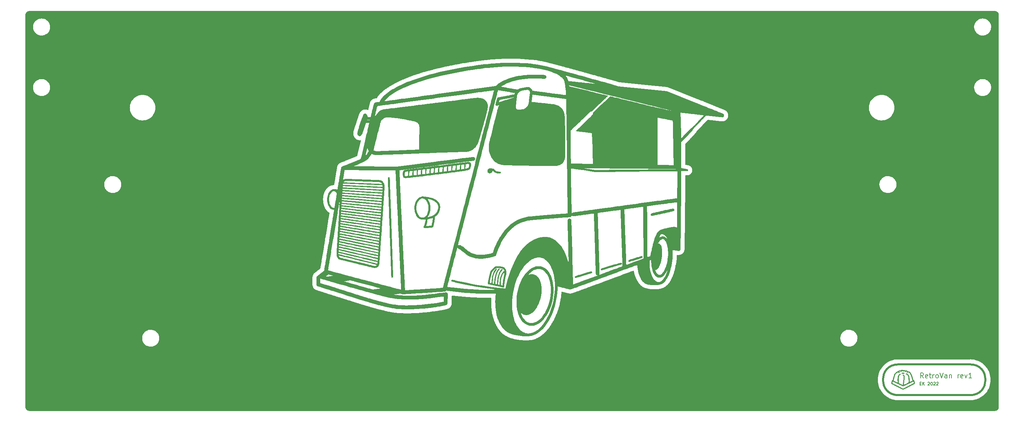
<source format=gtl>
G04 #@! TF.GenerationSoftware,KiCad,Pcbnew,(6.0.1)*
G04 #@! TF.CreationDate,2022-12-02T16:53:04+01:00*
G04 #@! TF.ProjectId,backPlate,6261636b-506c-4617-9465-2e6b69636164,rev?*
G04 #@! TF.SameCoordinates,Original*
G04 #@! TF.FileFunction,Copper,L1,Top*
G04 #@! TF.FilePolarity,Positive*
%FSLAX46Y46*%
G04 Gerber Fmt 4.6, Leading zero omitted, Abs format (unit mm)*
G04 Created by KiCad (PCBNEW (6.0.1)) date 2022-12-02 16:53:04*
%MOMM*%
%LPD*%
G01*
G04 APERTURE LIST*
%ADD10C,0.200000*%
G04 #@! TA.AperFunction,NonConductor*
%ADD11C,0.200000*%
G04 #@! TD*
%ADD12C,0.150000*%
G04 #@! TA.AperFunction,NonConductor*
%ADD13C,0.150000*%
G04 #@! TD*
G04 #@! TA.AperFunction,EtchedComponent*
%ADD14C,0.500000*%
G04 #@! TD*
G04 APERTURE END LIST*
D10*
D11*
X252601904Y-120993226D02*
X252185238Y-120397988D01*
X251887619Y-120993226D02*
X251887619Y-119743226D01*
X252363809Y-119743226D01*
X252482857Y-119802750D01*
X252542380Y-119862273D01*
X252601904Y-119981321D01*
X252601904Y-120159892D01*
X252542380Y-120278940D01*
X252482857Y-120338464D01*
X252363809Y-120397988D01*
X251887619Y-120397988D01*
X253613809Y-120933702D02*
X253494761Y-120993226D01*
X253256666Y-120993226D01*
X253137619Y-120933702D01*
X253078095Y-120814654D01*
X253078095Y-120338464D01*
X253137619Y-120219416D01*
X253256666Y-120159892D01*
X253494761Y-120159892D01*
X253613809Y-120219416D01*
X253673333Y-120338464D01*
X253673333Y-120457511D01*
X253078095Y-120576559D01*
X254030476Y-120159892D02*
X254506666Y-120159892D01*
X254209047Y-119743226D02*
X254209047Y-120814654D01*
X254268571Y-120933702D01*
X254387619Y-120993226D01*
X254506666Y-120993226D01*
X254923333Y-120993226D02*
X254923333Y-120159892D01*
X254923333Y-120397988D02*
X254982857Y-120278940D01*
X255042380Y-120219416D01*
X255161428Y-120159892D01*
X255280476Y-120159892D01*
X255875714Y-120993226D02*
X255756666Y-120933702D01*
X255697142Y-120874178D01*
X255637619Y-120755130D01*
X255637619Y-120397988D01*
X255697142Y-120278940D01*
X255756666Y-120219416D01*
X255875714Y-120159892D01*
X256054285Y-120159892D01*
X256173333Y-120219416D01*
X256232857Y-120278940D01*
X256292380Y-120397988D01*
X256292380Y-120755130D01*
X256232857Y-120874178D01*
X256173333Y-120933702D01*
X256054285Y-120993226D01*
X255875714Y-120993226D01*
X256649523Y-119743226D02*
X257066190Y-120993226D01*
X257482857Y-119743226D01*
X258435238Y-120993226D02*
X258435238Y-120338464D01*
X258375714Y-120219416D01*
X258256666Y-120159892D01*
X258018571Y-120159892D01*
X257899523Y-120219416D01*
X258435238Y-120933702D02*
X258316190Y-120993226D01*
X258018571Y-120993226D01*
X257899523Y-120933702D01*
X257840000Y-120814654D01*
X257840000Y-120695607D01*
X257899523Y-120576559D01*
X258018571Y-120517035D01*
X258316190Y-120517035D01*
X258435238Y-120457511D01*
X259030476Y-120159892D02*
X259030476Y-120993226D01*
X259030476Y-120278940D02*
X259090000Y-120219416D01*
X259209047Y-120159892D01*
X259387619Y-120159892D01*
X259506666Y-120219416D01*
X259566190Y-120338464D01*
X259566190Y-120993226D01*
X261113809Y-120993226D02*
X261113809Y-120159892D01*
X261113809Y-120397988D02*
X261173333Y-120278940D01*
X261232857Y-120219416D01*
X261351904Y-120159892D01*
X261470952Y-120159892D01*
X262363809Y-120933702D02*
X262244761Y-120993226D01*
X262006666Y-120993226D01*
X261887619Y-120933702D01*
X261828095Y-120814654D01*
X261828095Y-120338464D01*
X261887619Y-120219416D01*
X262006666Y-120159892D01*
X262244761Y-120159892D01*
X262363809Y-120219416D01*
X262423333Y-120338464D01*
X262423333Y-120457511D01*
X261828095Y-120576559D01*
X262840000Y-120159892D02*
X263137619Y-120993226D01*
X263435238Y-120159892D01*
X264566190Y-120993226D02*
X263851904Y-120993226D01*
X264209047Y-120993226D02*
X264209047Y-119743226D01*
X264090000Y-119921797D01*
X263970952Y-120040845D01*
X263851904Y-120100369D01*
D12*
D13*
X251736071Y-122406178D02*
X251986071Y-122406178D01*
X252093214Y-122799035D02*
X251736071Y-122799035D01*
X251736071Y-122049035D01*
X252093214Y-122049035D01*
X252414642Y-122799035D02*
X252414642Y-122049035D01*
X252843214Y-122799035D02*
X252521785Y-122370464D01*
X252843214Y-122049035D02*
X252414642Y-122477607D01*
X253700357Y-122120464D02*
X253736071Y-122084750D01*
X253807500Y-122049035D01*
X253986071Y-122049035D01*
X254057500Y-122084750D01*
X254093214Y-122120464D01*
X254128928Y-122191892D01*
X254128928Y-122263321D01*
X254093214Y-122370464D01*
X253664642Y-122799035D01*
X254128928Y-122799035D01*
X254593214Y-122049035D02*
X254664642Y-122049035D01*
X254736071Y-122084750D01*
X254771785Y-122120464D01*
X254807500Y-122191892D01*
X254843214Y-122334750D01*
X254843214Y-122513321D01*
X254807500Y-122656178D01*
X254771785Y-122727607D01*
X254736071Y-122763321D01*
X254664642Y-122799035D01*
X254593214Y-122799035D01*
X254521785Y-122763321D01*
X254486071Y-122727607D01*
X254450357Y-122656178D01*
X254414642Y-122513321D01*
X254414642Y-122334750D01*
X254450357Y-122191892D01*
X254486071Y-122120464D01*
X254521785Y-122084750D01*
X254593214Y-122049035D01*
X255128928Y-122120464D02*
X255164642Y-122084750D01*
X255236071Y-122049035D01*
X255414642Y-122049035D01*
X255486071Y-122084750D01*
X255521785Y-122120464D01*
X255557500Y-122191892D01*
X255557500Y-122263321D01*
X255521785Y-122370464D01*
X255093214Y-122799035D01*
X255557500Y-122799035D01*
X255843214Y-122120464D02*
X255878928Y-122084750D01*
X255950357Y-122049035D01*
X256128928Y-122049035D01*
X256200357Y-122084750D01*
X256236071Y-122120464D01*
X256271785Y-122191892D01*
X256271785Y-122263321D01*
X256236071Y-122370464D01*
X255807500Y-122799035D01*
X256271785Y-122799035D01*
D14*
X246380000Y-117633750D02*
X264160000Y-117633750D01*
X264160000Y-125253750D02*
X246380000Y-125253750D01*
X264160000Y-125253750D02*
G75*
G03*
X264160000Y-117633750I0J3810000D01*
G01*
X246380000Y-117633750D02*
G75*
G03*
X246380000Y-125253750I0J-3810000D01*
G01*
G36*
X244645196Y-122200460D02*
G01*
X244658326Y-122145964D01*
X244674379Y-122080914D01*
X244693515Y-122004170D01*
X244701617Y-121971750D01*
X244718759Y-121903514D01*
X244735173Y-121838870D01*
X244750519Y-121779113D01*
X244764456Y-121725537D01*
X244776644Y-121679437D01*
X244784989Y-121648583D01*
X245235375Y-121648583D01*
X245240106Y-121653044D01*
X245254455Y-121661882D01*
X245278735Y-121675257D01*
X245313260Y-121693328D01*
X245358345Y-121716251D01*
X245414303Y-121744186D01*
X245481451Y-121777291D01*
X245560101Y-121815725D01*
X245650567Y-121859646D01*
X245735443Y-121900664D01*
X245812767Y-121937921D01*
X245886500Y-121973353D01*
X245955720Y-122006524D01*
X246019506Y-122036996D01*
X246076939Y-122064333D01*
X246127097Y-122088099D01*
X246169059Y-122107855D01*
X246201906Y-122123167D01*
X246224716Y-122133595D01*
X246236569Y-122138705D01*
X246238091Y-122139147D01*
X246238551Y-122131608D01*
X246237495Y-122113725D01*
X246235146Y-122088713D01*
X246233695Y-122075720D01*
X246226909Y-122010164D01*
X246220525Y-121933807D01*
X246214719Y-121849517D01*
X246209668Y-121760164D01*
X246205546Y-121668618D01*
X246202531Y-121577749D01*
X246202086Y-121560333D01*
X246200886Y-121389585D01*
X246205604Y-121225103D01*
X246216112Y-121067651D01*
X246232283Y-120917993D01*
X246253989Y-120776893D01*
X246281101Y-120645117D01*
X246313493Y-120523427D01*
X246351036Y-120412589D01*
X246393603Y-120313366D01*
X246418738Y-120264694D01*
X246467293Y-120187620D01*
X246520908Y-120123028D01*
X246579475Y-120071009D01*
X246642881Y-120031655D01*
X246711016Y-120005059D01*
X246738678Y-119998200D01*
X246799068Y-119988981D01*
X246849808Y-119988938D01*
X246891510Y-119998213D01*
X246924788Y-120016947D01*
X246950254Y-120045280D01*
X246951420Y-120047087D01*
X246970440Y-120087323D01*
X246975828Y-120126868D01*
X246967581Y-120166181D01*
X246949650Y-120200048D01*
X246931624Y-120221126D01*
X246908362Y-120236830D01*
X246877140Y-120248497D01*
X246835236Y-120257466D01*
X246831481Y-120258084D01*
X246788930Y-120267007D01*
X246756155Y-120279381D01*
X246729330Y-120297272D01*
X246704627Y-120322746D01*
X246699137Y-120329521D01*
X246663909Y-120381790D01*
X246630637Y-120446539D01*
X246599662Y-120522671D01*
X246571322Y-120609087D01*
X246545956Y-120704692D01*
X246523905Y-120808385D01*
X246505507Y-120919071D01*
X246496912Y-120983821D01*
X246489021Y-121054524D01*
X246482873Y-121123100D01*
X246478363Y-121192144D01*
X246475386Y-121264248D01*
X246473836Y-121342006D01*
X246473610Y-121428012D01*
X246474602Y-121524860D01*
X246474723Y-121532615D01*
X246476503Y-121623898D01*
X246478927Y-121706650D01*
X246482200Y-121783810D01*
X246486532Y-121858317D01*
X246492128Y-121933113D01*
X246499198Y-122011136D01*
X246507948Y-122095327D01*
X246518587Y-122188625D01*
X246524588Y-122238858D01*
X246528564Y-122261459D01*
X246533853Y-122278675D01*
X246537775Y-122285115D01*
X246545425Y-122289384D01*
X246564151Y-122298955D01*
X246592773Y-122313258D01*
X246630110Y-122331722D01*
X246674984Y-122353775D01*
X246726214Y-122378847D01*
X246782620Y-122406367D01*
X246843022Y-122435764D01*
X246906241Y-122466467D01*
X246971096Y-122497904D01*
X247036408Y-122529505D01*
X247100997Y-122560699D01*
X247163683Y-122590915D01*
X247223285Y-122619582D01*
X247278626Y-122646128D01*
X247328523Y-122669984D01*
X247371798Y-122690577D01*
X247407270Y-122707338D01*
X247433760Y-122719694D01*
X247450088Y-122727075D01*
X247455041Y-122729014D01*
X247460833Y-122723212D01*
X247467065Y-122707821D01*
X247470478Y-122694715D01*
X247493228Y-122583609D01*
X247515163Y-122466637D01*
X247536189Y-122344835D01*
X247556213Y-122219234D01*
X247575138Y-122090869D01*
X247592872Y-121960773D01*
X247609319Y-121829979D01*
X247624386Y-121699522D01*
X247637978Y-121570434D01*
X247650000Y-121443750D01*
X247660358Y-121320502D01*
X247668958Y-121201724D01*
X247675705Y-121088450D01*
X247680505Y-120981713D01*
X247683263Y-120882547D01*
X247683886Y-120791985D01*
X247682278Y-120711061D01*
X247678346Y-120640809D01*
X247671994Y-120582261D01*
X247666351Y-120550155D01*
X247655619Y-120505583D01*
X247643823Y-120471877D01*
X247628996Y-120446261D01*
X247609168Y-120425956D01*
X247582372Y-120408186D01*
X247556183Y-120394688D01*
X247516909Y-120371534D01*
X247489726Y-120344867D01*
X247473144Y-120312769D01*
X247466170Y-120278824D01*
X247468193Y-120238281D01*
X247481642Y-120202047D01*
X247504532Y-120171754D01*
X247534879Y-120149034D01*
X247570700Y-120135519D01*
X247610010Y-120132838D01*
X247637473Y-120137964D01*
X247698208Y-120161976D01*
X247755850Y-120196424D01*
X247807371Y-120239027D01*
X247849745Y-120287505D01*
X247863766Y-120308540D01*
X247884533Y-120349059D01*
X247904368Y-120399617D01*
X247922056Y-120456585D01*
X247936385Y-120516329D01*
X247940603Y-120538472D01*
X247944908Y-120571931D01*
X247948321Y-120617126D01*
X247950842Y-120672151D01*
X247952470Y-120735096D01*
X247953206Y-120804053D01*
X247953049Y-120877116D01*
X247951999Y-120952374D01*
X247950057Y-121027921D01*
X247947223Y-121101848D01*
X247943496Y-121172248D01*
X247940606Y-121215057D01*
X247921602Y-121446410D01*
X247899193Y-121674724D01*
X247873626Y-121898028D01*
X247845149Y-122114351D01*
X247814010Y-122321723D01*
X247780455Y-122518171D01*
X247769447Y-122577359D01*
X247762366Y-122615461D01*
X247756531Y-122648438D01*
X247752297Y-122674147D01*
X247750019Y-122690444D01*
X247749905Y-122695299D01*
X247756239Y-122692407D01*
X247773844Y-122684067D01*
X247801676Y-122670779D01*
X247838696Y-122653047D01*
X247883862Y-122631373D01*
X247936132Y-122606259D01*
X247994465Y-122578206D01*
X248057819Y-122547718D01*
X248125153Y-122515297D01*
X248195426Y-122481444D01*
X248267595Y-122446661D01*
X248340621Y-122411452D01*
X248413460Y-122376318D01*
X248485073Y-122341762D01*
X248554416Y-122308285D01*
X248620450Y-122276389D01*
X248682132Y-122246578D01*
X248738422Y-122219353D01*
X248788277Y-122195216D01*
X248830656Y-122174670D01*
X248864518Y-122158217D01*
X248888821Y-122146358D01*
X248902524Y-122139597D01*
X248905247Y-122138179D01*
X248907050Y-122130123D01*
X248908915Y-122109929D01*
X248910797Y-122079136D01*
X248912648Y-122039279D01*
X248914421Y-121991897D01*
X248916070Y-121938524D01*
X248917547Y-121880699D01*
X248918806Y-121819959D01*
X248919799Y-121757840D01*
X248920479Y-121695879D01*
X248920800Y-121635613D01*
X248920812Y-121628704D01*
X248919322Y-121459025D01*
X248914309Y-121301853D01*
X248905658Y-121156455D01*
X248893256Y-121022096D01*
X248876986Y-120898041D01*
X248856736Y-120783556D01*
X248832391Y-120677907D01*
X248803835Y-120580358D01*
X248770956Y-120490175D01*
X248733638Y-120406625D01*
X248729042Y-120397378D01*
X248702611Y-120346692D01*
X248679094Y-120306252D01*
X248656716Y-120273461D01*
X248633702Y-120245722D01*
X248608276Y-120220436D01*
X248607941Y-120220130D01*
X248570936Y-120189500D01*
X248535114Y-120167609D01*
X248497039Y-120153227D01*
X248453272Y-120145123D01*
X248400375Y-120142067D01*
X248389478Y-120141958D01*
X248355868Y-120141631D01*
X248332602Y-120140559D01*
X248316351Y-120138084D01*
X248303786Y-120133547D01*
X248291577Y-120126289D01*
X248284111Y-120121114D01*
X248252864Y-120091638D01*
X248233070Y-120056871D01*
X248224913Y-120019108D01*
X248228578Y-119980644D01*
X248244249Y-119943776D01*
X248267581Y-119914987D01*
X248290084Y-119896874D01*
X248315537Y-119884249D01*
X248346718Y-119876344D01*
X248386401Y-119872391D01*
X248424663Y-119871558D01*
X248508783Y-119878152D01*
X248589224Y-119897887D01*
X248665827Y-119930689D01*
X248738430Y-119976482D01*
X248806872Y-120035194D01*
X248828411Y-120057277D01*
X248881239Y-120121619D01*
X248931232Y-120198205D01*
X248977879Y-120285802D01*
X249020670Y-120383181D01*
X249059096Y-120489109D01*
X249092648Y-120602355D01*
X249120814Y-120721688D01*
X249135504Y-120799083D01*
X249147629Y-120873378D01*
X249157974Y-120945969D01*
X249166651Y-121018617D01*
X249173776Y-121093085D01*
X249179465Y-121171134D01*
X249183832Y-121254525D01*
X249186991Y-121345020D01*
X249189058Y-121444381D01*
X249190147Y-121554369D01*
X249190391Y-121640746D01*
X249190458Y-121720415D01*
X249190613Y-121787451D01*
X249190884Y-121842897D01*
X249191303Y-121887793D01*
X249191900Y-121923181D01*
X249192707Y-121950103D01*
X249193753Y-121969600D01*
X249195070Y-121982714D01*
X249196688Y-121990487D01*
X249198637Y-121993959D01*
X249200790Y-121994237D01*
X249214578Y-121988392D01*
X249238415Y-121977502D01*
X249270966Y-121962221D01*
X249310897Y-121943205D01*
X249356874Y-121921110D01*
X249407563Y-121896590D01*
X249461630Y-121870300D01*
X249517739Y-121842896D01*
X249574558Y-121815034D01*
X249630752Y-121787368D01*
X249684987Y-121760553D01*
X249735929Y-121735245D01*
X249782243Y-121712099D01*
X249822596Y-121691770D01*
X249855653Y-121674914D01*
X249880080Y-121662186D01*
X249894543Y-121654240D01*
X249898050Y-121651800D01*
X249896149Y-121641636D01*
X249890558Y-121619618D01*
X249881640Y-121586955D01*
X249869756Y-121544854D01*
X249855270Y-121494522D01*
X249838542Y-121437166D01*
X249819936Y-121373993D01*
X249799814Y-121306212D01*
X249778537Y-121235029D01*
X249756468Y-121161652D01*
X249733969Y-121087287D01*
X249711402Y-121013143D01*
X249689129Y-120940426D01*
X249667513Y-120870344D01*
X249646916Y-120804105D01*
X249627700Y-120742914D01*
X249610227Y-120687981D01*
X249594859Y-120640512D01*
X249592689Y-120633900D01*
X249558712Y-120534292D01*
X249522538Y-120435032D01*
X249484860Y-120337706D01*
X249446371Y-120243901D01*
X249407766Y-120155203D01*
X249369736Y-120073199D01*
X249332975Y-119999477D01*
X249298177Y-119935623D01*
X249266035Y-119883224D01*
X249262313Y-119877668D01*
X249214047Y-119815195D01*
X249158116Y-119757814D01*
X249097505Y-119708225D01*
X249035201Y-119669123D01*
X249026442Y-119664604D01*
X248957330Y-119637391D01*
X248885277Y-119623252D01*
X248811364Y-119622189D01*
X248736672Y-119634208D01*
X248662280Y-119659311D01*
X248653088Y-119663355D01*
X248608088Y-119681419D01*
X248571018Y-119690945D01*
X248539471Y-119692347D01*
X248514293Y-119687165D01*
X248477308Y-119668575D01*
X248449429Y-119641641D01*
X248431177Y-119608660D01*
X248423072Y-119571932D01*
X248425635Y-119533755D01*
X248439386Y-119496426D01*
X248463645Y-119463472D01*
X248484731Y-119441685D01*
X248452189Y-119421047D01*
X248415542Y-119401750D01*
X248378796Y-119391155D01*
X248340185Y-119389457D01*
X248297944Y-119396852D01*
X248250307Y-119413535D01*
X248195508Y-119439701D01*
X248172859Y-119451938D01*
X248146734Y-119463447D01*
X248118424Y-119471608D01*
X248106645Y-119473477D01*
X248068395Y-119470694D01*
X248032636Y-119456287D01*
X248001985Y-119432310D01*
X247979061Y-119400813D01*
X247966482Y-119363848D01*
X247966448Y-119363644D01*
X247960185Y-119335845D01*
X247950698Y-119317534D01*
X247935079Y-119304526D01*
X247919982Y-119296806D01*
X247883052Y-119286364D01*
X247842257Y-119285140D01*
X247801529Y-119292400D01*
X247764803Y-119307411D01*
X247736011Y-119329440D01*
X247734222Y-119331423D01*
X247716159Y-119346304D01*
X247690534Y-119360782D01*
X247662760Y-119372349D01*
X247638245Y-119378502D01*
X247631665Y-119378916D01*
X247596907Y-119373071D01*
X247559183Y-119355888D01*
X247525088Y-119332951D01*
X247481212Y-119303901D01*
X247436216Y-119283327D01*
X247384643Y-119268859D01*
X247371214Y-119266134D01*
X247340265Y-119261331D01*
X247307639Y-119258106D01*
X247276405Y-119256537D01*
X247249635Y-119256701D01*
X247230398Y-119258678D01*
X247221885Y-119262325D01*
X247221945Y-119271932D01*
X247226675Y-119288540D01*
X247229081Y-119294697D01*
X247237784Y-119331863D01*
X247234455Y-119369044D01*
X247220528Y-119403887D01*
X247197438Y-119434041D01*
X247166622Y-119457155D01*
X247129513Y-119470877D01*
X247120620Y-119472406D01*
X247088591Y-119473084D01*
X247058574Y-119465025D01*
X247027763Y-119447055D01*
X246995810Y-119420306D01*
X246967838Y-119396181D01*
X246942441Y-119379714D01*
X246915838Y-119369588D01*
X246884246Y-119364487D01*
X246843883Y-119363093D01*
X246831718Y-119363172D01*
X246787088Y-119365118D01*
X246748538Y-119370481D01*
X246708672Y-119380342D01*
X246703129Y-119381975D01*
X246673227Y-119391721D01*
X246643099Y-119402914D01*
X246615512Y-119414354D01*
X246593232Y-119424841D01*
X246579024Y-119433177D01*
X246575325Y-119437399D01*
X246580879Y-119441994D01*
X246595149Y-119450392D01*
X246607802Y-119457065D01*
X246661876Y-119488901D01*
X246703628Y-119523097D01*
X246732772Y-119559227D01*
X246749019Y-119596864D01*
X246752083Y-119635581D01*
X246746324Y-119662814D01*
X246732941Y-119689895D01*
X246712514Y-119716617D01*
X246689342Y-119737799D01*
X246678577Y-119744443D01*
X246645973Y-119756493D01*
X246613471Y-119758843D01*
X246578804Y-119751117D01*
X246539706Y-119732938D01*
X246513336Y-119716959D01*
X246470579Y-119691272D01*
X246432788Y-119673842D01*
X246395250Y-119663263D01*
X246353254Y-119658131D01*
X246312095Y-119657004D01*
X246270753Y-119657813D01*
X246237917Y-119660707D01*
X246208500Y-119666312D01*
X246185945Y-119672574D01*
X246116065Y-119698417D01*
X246048579Y-119732787D01*
X245981777Y-119776807D01*
X245913951Y-119831597D01*
X245846728Y-119894926D01*
X245802795Y-119941088D01*
X245762545Y-119988304D01*
X245725443Y-120037725D01*
X245690955Y-120090507D01*
X245658545Y-120147803D01*
X245627678Y-120210767D01*
X245597819Y-120280553D01*
X245568433Y-120358315D01*
X245538984Y-120445206D01*
X245508938Y-120542382D01*
X245477759Y-120650994D01*
X245451689Y-120746713D01*
X245439920Y-120791454D01*
X245426446Y-120843849D01*
X245411585Y-120902576D01*
X245395653Y-120966312D01*
X245378969Y-121033736D01*
X245361848Y-121103524D01*
X245344608Y-121174356D01*
X245327566Y-121244908D01*
X245311040Y-121313859D01*
X245295346Y-121379886D01*
X245280802Y-121441668D01*
X245267725Y-121497881D01*
X245256431Y-121547204D01*
X245247238Y-121588315D01*
X245240463Y-121619891D01*
X245236424Y-121640610D01*
X245235375Y-121648583D01*
X244784989Y-121648583D01*
X244786741Y-121642106D01*
X244794407Y-121614840D01*
X244799302Y-121598932D01*
X244800569Y-121595707D01*
X244824344Y-121564104D01*
X244856684Y-121540693D01*
X244894264Y-121527023D01*
X244933757Y-121524641D01*
X244948284Y-121526953D01*
X244966464Y-121530382D01*
X244978069Y-121531339D01*
X244979807Y-121530890D01*
X244981955Y-121523841D01*
X244986799Y-121505124D01*
X244993937Y-121476389D01*
X245002964Y-121439287D01*
X245013477Y-121395467D01*
X245025072Y-121346580D01*
X245029623Y-121327247D01*
X245067373Y-121167895D01*
X245102797Y-121021249D01*
X245136140Y-120886585D01*
X245167646Y-120763181D01*
X245197559Y-120650312D01*
X245226123Y-120547253D01*
X245253584Y-120453282D01*
X245280185Y-120367675D01*
X245306170Y-120289706D01*
X245331784Y-120218654D01*
X245357271Y-120153792D01*
X245382876Y-120094399D01*
X245408842Y-120039749D01*
X245435415Y-119989119D01*
X245462837Y-119941785D01*
X245491354Y-119897023D01*
X245521210Y-119854109D01*
X245531494Y-119840101D01*
X245557519Y-119807617D01*
X245591237Y-119769256D01*
X245629850Y-119727919D01*
X245670562Y-119686506D01*
X245710579Y-119647914D01*
X245747103Y-119615044D01*
X245754868Y-119608471D01*
X245833595Y-119548532D01*
X245916235Y-119496301D01*
X246000416Y-119453007D01*
X246083763Y-119419880D01*
X246159040Y-119399148D01*
X246177541Y-119394298D01*
X246193557Y-119387089D01*
X246210364Y-119375397D01*
X246231237Y-119357097D01*
X246247142Y-119341997D01*
X246328478Y-119272114D01*
X246415931Y-119212846D01*
X246508172Y-119164756D01*
X246603871Y-119128407D01*
X246701699Y-119104362D01*
X246800325Y-119093184D01*
X246836211Y-119092421D01*
X246870735Y-119093040D01*
X246903224Y-119094479D01*
X246929445Y-119096506D01*
X246942439Y-119098270D01*
X246960800Y-119100848D01*
X246973340Y-119098189D01*
X246986054Y-119088219D01*
X246993655Y-119080564D01*
X247036205Y-119046054D01*
X247088499Y-119019205D01*
X247148888Y-119000110D01*
X247215726Y-118988867D01*
X247287363Y-118985569D01*
X247362152Y-118990313D01*
X247438446Y-119003195D01*
X247514595Y-119024309D01*
X247573739Y-119046947D01*
X247628455Y-119070659D01*
X247671083Y-119051536D01*
X247700330Y-119039674D01*
X247731520Y-119028933D01*
X247751315Y-119023327D01*
X247785211Y-119017811D01*
X247827185Y-119014872D01*
X247872125Y-119014519D01*
X247914922Y-119016763D01*
X247950463Y-119021614D01*
X247956429Y-119022941D01*
X248006276Y-119039198D01*
X248056849Y-119062934D01*
X248102849Y-119091394D01*
X248130107Y-119113213D01*
X248168182Y-119148011D01*
X248214432Y-119135451D01*
X248241557Y-119129431D01*
X248272080Y-119125613D01*
X248309501Y-119123688D01*
X248352983Y-119123328D01*
X248391438Y-119123723D01*
X248419912Y-119124843D01*
X248442097Y-119127231D01*
X248461686Y-119131425D01*
X248482369Y-119137968D01*
X248501850Y-119145129D01*
X248535810Y-119159725D01*
X248572226Y-119178139D01*
X248603661Y-119196588D01*
X248605869Y-119198040D01*
X248636754Y-119221248D01*
X248669453Y-119250243D01*
X248700489Y-119281556D01*
X248726384Y-119311721D01*
X248741324Y-119333132D01*
X248752486Y-119351935D01*
X248839164Y-119351935D01*
X248933010Y-119357190D01*
X249020716Y-119373388D01*
X249104206Y-119401178D01*
X249185401Y-119441207D01*
X249266226Y-119494125D01*
X249270800Y-119497497D01*
X249339306Y-119553752D01*
X249402339Y-119617270D01*
X249461063Y-119689527D01*
X249516636Y-119771999D01*
X249570219Y-119866161D01*
X249588164Y-119901047D01*
X249624181Y-119975018D01*
X249659817Y-120052907D01*
X249695365Y-120135546D01*
X249731117Y-120223766D01*
X249767365Y-120318399D01*
X249804402Y-120420275D01*
X249842522Y-120530228D01*
X249882015Y-120649086D01*
X249923175Y-120777683D01*
X249966295Y-120916850D01*
X250011666Y-121067417D01*
X250059581Y-121230217D01*
X250077015Y-121290266D01*
X250092884Y-121344991D01*
X250107580Y-121395443D01*
X250120666Y-121440146D01*
X250131709Y-121477622D01*
X250140272Y-121506396D01*
X250145921Y-121524991D01*
X250148221Y-121531929D01*
X250148224Y-121531932D01*
X250155428Y-121532017D01*
X250171559Y-121529580D01*
X250182373Y-121527433D01*
X250223805Y-121524986D01*
X250263423Y-121534428D01*
X250298355Y-121554456D01*
X250325731Y-121583769D01*
X250332854Y-121595707D01*
X250336294Y-121605685D01*
X250342671Y-121627645D01*
X250351643Y-121660292D01*
X250362871Y-121702331D01*
X250376014Y-121752470D01*
X250390730Y-121809412D01*
X250406679Y-121871863D01*
X250423521Y-121938531D01*
X250431847Y-121971750D01*
X250452287Y-122053825D01*
X250469487Y-122123652D01*
X250483664Y-122182215D01*
X250495036Y-122230494D01*
X250503821Y-122269473D01*
X250510235Y-122300134D01*
X250514496Y-122323460D01*
X250516821Y-122340432D01*
X250517428Y-122352033D01*
X250517053Y-122356861D01*
X250505497Y-122394455D01*
X250484505Y-122428317D01*
X250456918Y-122454140D01*
X250450097Y-122458400D01*
X250441395Y-122463004D01*
X250421069Y-122473549D01*
X250389669Y-122489752D01*
X250347746Y-122511330D01*
X250295852Y-122538001D01*
X250234538Y-122569482D01*
X250164355Y-122605491D01*
X250085854Y-122645746D01*
X249999587Y-122689963D01*
X249906105Y-122737861D01*
X249805959Y-122789156D01*
X249699701Y-122843567D01*
X249587880Y-122900811D01*
X249471050Y-122960605D01*
X249349761Y-123022667D01*
X249224563Y-123086714D01*
X249096010Y-123152464D01*
X249015682Y-123193541D01*
X248850783Y-123277833D01*
X248697702Y-123356026D01*
X248556104Y-123428288D01*
X248425654Y-123494789D01*
X248306017Y-123555697D01*
X248196857Y-123611180D01*
X248097840Y-123661407D01*
X248008631Y-123706547D01*
X247928893Y-123746768D01*
X247858293Y-123782239D01*
X247796494Y-123813128D01*
X247743162Y-123839604D01*
X247697962Y-123861835D01*
X247660558Y-123879991D01*
X247630615Y-123894239D01*
X247607799Y-123904748D01*
X247591773Y-123911688D01*
X247582204Y-123915225D01*
X247579881Y-123915756D01*
X247553102Y-123915849D01*
X247528103Y-123911168D01*
X247525689Y-123910327D01*
X247518182Y-123906698D01*
X247499157Y-123897178D01*
X247469273Y-123882101D01*
X247429185Y-123861804D01*
X247379551Y-123836621D01*
X247321028Y-123806889D01*
X247254273Y-123772942D01*
X247179942Y-123735116D01*
X247098694Y-123693747D01*
X247011184Y-123649170D01*
X246918071Y-123601719D01*
X246820010Y-123551732D01*
X246717659Y-123499542D01*
X246611675Y-123445486D01*
X246502715Y-123389898D01*
X246391436Y-123333115D01*
X246278495Y-123275471D01*
X246164549Y-123217303D01*
X246050256Y-123158945D01*
X245936271Y-123100733D01*
X245823252Y-123043002D01*
X245711856Y-122986088D01*
X245602741Y-122930326D01*
X245496562Y-122876051D01*
X245393978Y-122823600D01*
X245295645Y-122773307D01*
X245202220Y-122725507D01*
X245114360Y-122680537D01*
X245032723Y-122638731D01*
X244957965Y-122600425D01*
X244890743Y-122565954D01*
X244831714Y-122535655D01*
X244781535Y-122509861D01*
X244740864Y-122488909D01*
X244710357Y-122473134D01*
X244706044Y-122470895D01*
X244676024Y-122453424D01*
X244655153Y-122436123D01*
X244639667Y-122416118D01*
X244632317Y-122404372D01*
X244626298Y-122393488D01*
X244621770Y-122382325D01*
X244618893Y-122369740D01*
X244617825Y-122354592D01*
X244618726Y-122335740D01*
X244621754Y-122312043D01*
X244627069Y-122282358D01*
X244629766Y-122269566D01*
X244909790Y-122269566D01*
X244916410Y-122273252D01*
X244934526Y-122282786D01*
X244963464Y-122297825D01*
X245002547Y-122318022D01*
X245051099Y-122343034D01*
X245108445Y-122372515D01*
X245173909Y-122406121D01*
X245246815Y-122443507D01*
X245326488Y-122484328D01*
X245412251Y-122528240D01*
X245503430Y-122574897D01*
X245599347Y-122623954D01*
X245699328Y-122675068D01*
X245802697Y-122727892D01*
X245908778Y-122782083D01*
X246016895Y-122837295D01*
X246126373Y-122893184D01*
X246236536Y-122949404D01*
X246346707Y-123005612D01*
X246456212Y-123061462D01*
X246564375Y-123116609D01*
X246670519Y-123170709D01*
X246773969Y-123223417D01*
X246874050Y-123274388D01*
X246970085Y-123323277D01*
X247061400Y-123369740D01*
X247147317Y-123413431D01*
X247227161Y-123454006D01*
X247300258Y-123491120D01*
X247365930Y-123524428D01*
X247423502Y-123553585D01*
X247472299Y-123578247D01*
X247511644Y-123598069D01*
X247540862Y-123612706D01*
X247559278Y-123621813D01*
X247566214Y-123625045D01*
X247566237Y-123625047D01*
X247573170Y-123621986D01*
X247591716Y-123612971D01*
X247621315Y-123598286D01*
X247661412Y-123578213D01*
X247711448Y-123553035D01*
X247770867Y-123523036D01*
X247839110Y-123488499D01*
X247915620Y-123449706D01*
X247999840Y-123406941D01*
X248091213Y-123360487D01*
X248189180Y-123310627D01*
X248293186Y-123257644D01*
X248402671Y-123201821D01*
X248517079Y-123143441D01*
X248635853Y-123082787D01*
X248758435Y-123020142D01*
X248884267Y-122955790D01*
X248901274Y-122947088D01*
X249057693Y-122867033D01*
X249202302Y-122792971D01*
X249335482Y-122724704D01*
X249457614Y-122662032D01*
X249569080Y-122604757D01*
X249670262Y-122552680D01*
X249761541Y-122505603D01*
X249843298Y-122463326D01*
X249915915Y-122425651D01*
X249979773Y-122392378D01*
X250035255Y-122363310D01*
X250082741Y-122338247D01*
X250122613Y-122316991D01*
X250155252Y-122299343D01*
X250181040Y-122285104D01*
X250200359Y-122274075D01*
X250213590Y-122266057D01*
X250221114Y-122260852D01*
X250223313Y-122258262D01*
X250223309Y-122258246D01*
X250220882Y-122249062D01*
X250215597Y-122228371D01*
X250207898Y-122197936D01*
X250198230Y-122159520D01*
X250187037Y-122114886D01*
X250174764Y-122065796D01*
X250171504Y-122052736D01*
X250159112Y-122003293D01*
X250147729Y-121958315D01*
X250137787Y-121919470D01*
X250129715Y-121888423D01*
X250123945Y-121866842D01*
X250120907Y-121856392D01*
X250120601Y-121855685D01*
X250114312Y-121858385D01*
X250096294Y-121866763D01*
X250067128Y-121880539D01*
X250027394Y-121899435D01*
X249977673Y-121923172D01*
X249918545Y-121951471D01*
X249850590Y-121984053D01*
X249774388Y-122020639D01*
X249690521Y-122060950D01*
X249599568Y-122104708D01*
X249502110Y-122151634D01*
X249398726Y-122201448D01*
X249289998Y-122253872D01*
X249176506Y-122308627D01*
X249058830Y-122365434D01*
X248937550Y-122424014D01*
X248871554Y-122455905D01*
X248748179Y-122515501D01*
X248627862Y-122573562D01*
X248511199Y-122629801D01*
X248398788Y-122683932D01*
X248291225Y-122735671D01*
X248189107Y-122784731D01*
X248093030Y-122830827D01*
X248003593Y-122873674D01*
X247921391Y-122912986D01*
X247847021Y-122948476D01*
X247781081Y-122979861D01*
X247724167Y-123006854D01*
X247676876Y-123029169D01*
X247639805Y-123046522D01*
X247613551Y-123058625D01*
X247598711Y-123065195D01*
X247595769Y-123066312D01*
X247567466Y-123070756D01*
X247539461Y-123066792D01*
X247537654Y-123066312D01*
X247528693Y-123062592D01*
X247508024Y-123053196D01*
X247476241Y-123038411D01*
X247433942Y-123018520D01*
X247381725Y-122993811D01*
X247320185Y-122964568D01*
X247249921Y-122931077D01*
X247171527Y-122893624D01*
X247085602Y-122852494D01*
X246992743Y-122807973D01*
X246893546Y-122760347D01*
X246788607Y-122709901D01*
X246678525Y-122656920D01*
X246563896Y-122601690D01*
X246445316Y-122544497D01*
X246323382Y-122485626D01*
X246261869Y-122455905D01*
X246138904Y-122396493D01*
X246019232Y-122338705D01*
X245903435Y-122282820D01*
X245792092Y-122229118D01*
X245685784Y-122177876D01*
X245585092Y-122129374D01*
X245490595Y-122083891D01*
X245402874Y-122041706D01*
X245322509Y-122003097D01*
X245250081Y-121968344D01*
X245186170Y-121937725D01*
X245131356Y-121911519D01*
X245086220Y-121890005D01*
X245051342Y-121873462D01*
X245027302Y-121862169D01*
X245014682Y-121856405D01*
X245012820Y-121855687D01*
X245010512Y-121862753D01*
X245005490Y-121881070D01*
X244998240Y-121908688D01*
X244989248Y-121943657D01*
X244979000Y-121984024D01*
X244967980Y-122027841D01*
X244956675Y-122073157D01*
X244945570Y-122118020D01*
X244935150Y-122160480D01*
X244925902Y-122198587D01*
X244918311Y-122230389D01*
X244912861Y-122253937D01*
X244910040Y-122267279D01*
X244909790Y-122269566D01*
X244629766Y-122269566D01*
X244634830Y-122245544D01*
X244645196Y-122200460D01*
G37*
G36*
X247644953Y-119674949D02*
G01*
X247717811Y-119681317D01*
X247784257Y-119691512D01*
X247843261Y-119705194D01*
X247893793Y-119722020D01*
X247934824Y-119741648D01*
X247965323Y-119763739D01*
X247984263Y-119787949D01*
X247990615Y-119813369D01*
X247987934Y-119829955D01*
X247978190Y-119845530D01*
X247962717Y-119860985D01*
X247938530Y-119880028D01*
X247910554Y-119896080D01*
X247876406Y-119910100D01*
X247833705Y-119923043D01*
X247780068Y-119935865D01*
X247771826Y-119937647D01*
X247752419Y-119940465D01*
X247722546Y-119943183D01*
X247684989Y-119945699D01*
X247642530Y-119947911D01*
X247597950Y-119949716D01*
X247554032Y-119951011D01*
X247513558Y-119951693D01*
X247479310Y-119951661D01*
X247454069Y-119950812D01*
X247443643Y-119949744D01*
X247428253Y-119947221D01*
X247404571Y-119943430D01*
X247378690Y-119939345D01*
X247308333Y-119925402D01*
X247250268Y-119907423D01*
X247203625Y-119885081D01*
X247170706Y-119860985D01*
X247153075Y-119842902D01*
X247144645Y-119827459D01*
X247142809Y-119813369D01*
X247149436Y-119787415D01*
X247168631Y-119763246D01*
X247199366Y-119741205D01*
X247240609Y-119721632D01*
X247291332Y-119704869D01*
X247350504Y-119691258D01*
X247417097Y-119681141D01*
X247490080Y-119674858D01*
X247566712Y-119672751D01*
X247644953Y-119674949D01*
G37*
G36*
X146650677Y-101601632D02*
G01*
X146660039Y-101408011D01*
X146671805Y-101202595D01*
X146685157Y-100997488D01*
X146699273Y-100804792D01*
X146713334Y-100636610D01*
X146722537Y-100541539D01*
X146736456Y-100407971D01*
X146748606Y-100290292D01*
X146758264Y-100195598D01*
X146764706Y-100130979D01*
X146767211Y-100103531D01*
X146767220Y-100103211D01*
X146745277Y-100101519D01*
X146681592Y-100099904D01*
X146579376Y-100098384D01*
X146441841Y-100096977D01*
X146272201Y-100095701D01*
X146073669Y-100094576D01*
X145849455Y-100093620D01*
X145602774Y-100092852D01*
X145336838Y-100092288D01*
X145054859Y-100091950D01*
X144794786Y-100091852D01*
X144414101Y-100091715D01*
X144073023Y-100091207D01*
X143766203Y-100090190D01*
X143488292Y-100088525D01*
X143233941Y-100086073D01*
X142997803Y-100082696D01*
X142774528Y-100078255D01*
X142558768Y-100072611D01*
X142345174Y-100065626D01*
X142128397Y-100057160D01*
X141903089Y-100047076D01*
X141663902Y-100035235D01*
X141405487Y-100021498D01*
X141122494Y-100005726D01*
X140833060Y-99989139D01*
X140114829Y-99943611D01*
X139381577Y-99889433D01*
X138641563Y-99827427D01*
X137903041Y-99758414D01*
X137174269Y-99683215D01*
X136463503Y-99602654D01*
X135779000Y-99517551D01*
X135129015Y-99428728D01*
X134970189Y-99405642D01*
X134513247Y-99338359D01*
X134416282Y-99438129D01*
X134335526Y-99507840D01*
X134255480Y-99554053D01*
X134232605Y-99562062D01*
X134203710Y-99565376D01*
X134132393Y-99571383D01*
X134021095Y-99579922D01*
X133872260Y-99590835D01*
X133688330Y-99603962D01*
X133471747Y-99619142D01*
X133224954Y-99636217D01*
X132950393Y-99655027D01*
X132650507Y-99675412D01*
X132327738Y-99697212D01*
X131984529Y-99720268D01*
X131623322Y-99744420D01*
X131246559Y-99769508D01*
X130856684Y-99795373D01*
X130456139Y-99821855D01*
X130047366Y-99848794D01*
X129632808Y-99876031D01*
X129214907Y-99903406D01*
X128796105Y-99930759D01*
X128378846Y-99957931D01*
X127965572Y-99984762D01*
X127558724Y-100011092D01*
X127160747Y-100036762D01*
X126774081Y-100061611D01*
X126401170Y-100085482D01*
X126044456Y-100108212D01*
X125706382Y-100129644D01*
X125389390Y-100149617D01*
X125095923Y-100167972D01*
X124828422Y-100184548D01*
X124589332Y-100199187D01*
X124381093Y-100211729D01*
X124206149Y-100222013D01*
X124066942Y-100229881D01*
X123965915Y-100235172D01*
X123905509Y-100237727D01*
X123893520Y-100237948D01*
X123806987Y-100231086D01*
X123692768Y-100212275D01*
X123565705Y-100184144D01*
X123513857Y-100170668D01*
X123266600Y-100103408D01*
X122373758Y-100198315D01*
X122179628Y-100219355D01*
X122000829Y-100239516D01*
X121841985Y-100258218D01*
X121707719Y-100274880D01*
X121602656Y-100288922D01*
X121531420Y-100299764D01*
X121498634Y-100306826D01*
X121497121Y-100308319D01*
X121525911Y-100317349D01*
X121593531Y-100330146D01*
X121694082Y-100345975D01*
X121821664Y-100364100D01*
X121970379Y-100383786D01*
X122134326Y-100404298D01*
X122307607Y-100424901D01*
X122484323Y-100444859D01*
X122658572Y-100463437D01*
X122824457Y-100479900D01*
X122976078Y-100493513D01*
X122996866Y-100495234D01*
X123499783Y-100530287D01*
X124037359Y-100556498D01*
X124600163Y-100573790D01*
X125178761Y-100582089D01*
X125763720Y-100581318D01*
X126345608Y-100571402D01*
X126914992Y-100552266D01*
X127357574Y-100530128D01*
X127677825Y-100510808D01*
X127988848Y-100490408D01*
X128294522Y-100468521D01*
X128598729Y-100444743D01*
X128905350Y-100418667D01*
X129218264Y-100389889D01*
X129541352Y-100358003D01*
X129878495Y-100322603D01*
X130233573Y-100283284D01*
X130610468Y-100239640D01*
X131013058Y-100191265D01*
X131445226Y-100137756D01*
X131910851Y-100078704D01*
X132413814Y-100013707D01*
X132864653Y-99954656D01*
X133184629Y-99912948D01*
X133473297Y-99876174D01*
X133728838Y-99844543D01*
X133949438Y-99818265D01*
X134133277Y-99797549D01*
X134278541Y-99782606D01*
X134383412Y-99773644D01*
X134446073Y-99770874D01*
X134455080Y-99771184D01*
X134594008Y-99801326D01*
X134710788Y-99870277D01*
X134803169Y-99976531D01*
X134828622Y-100020890D01*
X134884427Y-100129330D01*
X134837293Y-102576148D01*
X134782577Y-102682472D01*
X134748799Y-102742396D01*
X134711737Y-102791811D01*
X134665894Y-102833199D01*
X134605771Y-102869044D01*
X134525871Y-102901827D01*
X134420696Y-102934031D01*
X134284749Y-102968140D01*
X134112531Y-103006635D01*
X134021789Y-103026039D01*
X133586912Y-103116934D01*
X133189070Y-103197166D01*
X132821913Y-103267847D01*
X132479090Y-103330090D01*
X132154251Y-103385008D01*
X131841045Y-103433714D01*
X131533122Y-103477321D01*
X131224131Y-103516942D01*
X131212529Y-103518354D01*
X130405023Y-103613001D01*
X129637007Y-103695809D01*
X128904674Y-103767028D01*
X128204214Y-103826908D01*
X127531818Y-103875699D01*
X126883679Y-103913652D01*
X126255987Y-103941017D01*
X125644933Y-103958044D01*
X125046709Y-103964984D01*
X124457928Y-103962091D01*
X124033914Y-103954780D01*
X123637440Y-103943969D01*
X123263561Y-103928959D01*
X122907334Y-103909050D01*
X122563814Y-103883543D01*
X122228058Y-103851738D01*
X121895121Y-103812935D01*
X121560059Y-103766435D01*
X121217928Y-103711538D01*
X120863784Y-103647546D01*
X120492683Y-103573758D01*
X120099681Y-103489474D01*
X119679833Y-103393996D01*
X119228197Y-103286624D01*
X118739827Y-103166658D01*
X118613680Y-103135183D01*
X118343053Y-103067001D01*
X118074280Y-102998264D01*
X117805489Y-102928407D01*
X117534808Y-102856868D01*
X117260363Y-102783084D01*
X116980284Y-102706489D01*
X116692698Y-102626523D01*
X116395732Y-102542619D01*
X116087515Y-102454217D01*
X115766174Y-102360751D01*
X115429837Y-102261659D01*
X115076632Y-102156378D01*
X114704687Y-102044343D01*
X114312129Y-101924991D01*
X113897086Y-101797759D01*
X113457686Y-101662084D01*
X112992056Y-101517403D01*
X112498326Y-101363150D01*
X111974621Y-101198764D01*
X111419071Y-101023682D01*
X110829803Y-100837338D01*
X110204944Y-100639171D01*
X109542623Y-100428616D01*
X108840966Y-100205111D01*
X108240140Y-100013436D01*
X107871691Y-99895875D01*
X107492568Y-99775003D01*
X107107568Y-99652345D01*
X106721483Y-99529424D01*
X106339110Y-99407764D01*
X105965241Y-99288889D01*
X105604673Y-99174323D01*
X105262199Y-99065590D01*
X104942613Y-98964213D01*
X104650711Y-98871717D01*
X104391286Y-98789625D01*
X104169134Y-98719461D01*
X104137928Y-98709619D01*
X103891293Y-98631531D01*
X103655811Y-98556342D01*
X103435238Y-98485292D01*
X103233329Y-98419620D01*
X103053840Y-98360565D01*
X102900526Y-98309367D01*
X102777142Y-98267265D01*
X102687444Y-98235498D01*
X102635187Y-98215306D01*
X102624777Y-98210259D01*
X102560975Y-98163376D01*
X102508414Y-98105500D01*
X102466129Y-98032296D01*
X102433156Y-97939429D01*
X102408530Y-97822563D01*
X102391286Y-97677363D01*
X102380461Y-97499496D01*
X102378960Y-97439472D01*
X103311386Y-97439472D01*
X104590055Y-97841653D01*
X104788012Y-97904029D01*
X105024040Y-97978592D01*
X105293389Y-98063835D01*
X105591312Y-98158250D01*
X105913060Y-98260327D01*
X106253885Y-98368559D01*
X106609038Y-98481436D01*
X106973772Y-98597450D01*
X107343338Y-98715094D01*
X107712987Y-98832858D01*
X108077971Y-98949234D01*
X108397485Y-99051201D01*
X109032104Y-99253744D01*
X109626112Y-99443160D01*
X110181682Y-99620126D01*
X110700988Y-99785317D01*
X111186204Y-99939409D01*
X111639502Y-100083078D01*
X112063056Y-100217000D01*
X112459040Y-100341851D01*
X112829626Y-100458306D01*
X113176990Y-100567041D01*
X113503303Y-100668732D01*
X113810739Y-100764056D01*
X114101472Y-100853687D01*
X114377676Y-100938302D01*
X114641523Y-101018577D01*
X114895187Y-101095187D01*
X115140842Y-101168809D01*
X115380661Y-101240117D01*
X115616817Y-101309789D01*
X115851484Y-101378499D01*
X116086835Y-101446924D01*
X116298459Y-101508080D01*
X116922178Y-101685615D01*
X117525792Y-101852947D01*
X118107130Y-102009554D01*
X118664025Y-102154914D01*
X119194304Y-102288502D01*
X119695800Y-102409798D01*
X120166341Y-102518277D01*
X120603759Y-102613418D01*
X121005883Y-102694697D01*
X121370544Y-102761592D01*
X121695572Y-102813580D01*
X121749344Y-102821264D01*
X122281379Y-102886976D01*
X122838834Y-102938449D01*
X123424495Y-102975779D01*
X124041154Y-102999063D01*
X124691598Y-103008399D01*
X125378617Y-103003883D01*
X126105000Y-102985612D01*
X126289875Y-102979027D01*
X126868087Y-102952463D01*
X127485233Y-102914921D01*
X128136749Y-102866793D01*
X128818073Y-102808469D01*
X129524644Y-102740339D01*
X130251900Y-102662797D01*
X130995279Y-102576231D01*
X131010229Y-102574417D01*
X131238226Y-102546108D01*
X131447333Y-102518643D01*
X131645293Y-102490750D01*
X131839848Y-102461154D01*
X132038740Y-102428582D01*
X132249711Y-102391763D01*
X132480504Y-102349423D01*
X132738860Y-102300289D01*
X133032522Y-102243088D01*
X133069105Y-102235896D01*
X133880459Y-102076265D01*
X133895103Y-101657249D01*
X133899982Y-101505186D01*
X133904180Y-101350596D01*
X133907403Y-101206241D01*
X133909356Y-101084882D01*
X133909811Y-101019074D01*
X133909227Y-100918361D01*
X133906249Y-100854344D01*
X133899146Y-100818769D01*
X133886185Y-100803380D01*
X133865634Y-100799923D01*
X133863824Y-100799915D01*
X133833290Y-100802777D01*
X133762473Y-100811001D01*
X133655658Y-100824046D01*
X133517128Y-100841370D01*
X133351169Y-100862431D01*
X133162064Y-100886687D01*
X132954096Y-100913596D01*
X132731550Y-100942616D01*
X132621921Y-100956991D01*
X132009431Y-101036512D01*
X131437376Y-101108739D01*
X130901885Y-101174000D01*
X130399088Y-101232621D01*
X129925114Y-101284929D01*
X129476094Y-101331252D01*
X129048156Y-101371916D01*
X128637431Y-101407248D01*
X128240048Y-101437574D01*
X127852137Y-101463223D01*
X127469827Y-101484519D01*
X127089247Y-101501792D01*
X126706528Y-101515367D01*
X126317799Y-101525571D01*
X125919190Y-101532731D01*
X125784122Y-101534490D01*
X125078053Y-101537294D01*
X124410328Y-101528130D01*
X123775833Y-101506528D01*
X123169451Y-101472016D01*
X122586066Y-101424127D01*
X122020564Y-101362388D01*
X121467827Y-101286330D01*
X120922742Y-101195483D01*
X120380191Y-101089377D01*
X119978292Y-101000980D01*
X119688288Y-100932669D01*
X119355830Y-100851372D01*
X118981459Y-100757241D01*
X118565715Y-100650423D01*
X118109139Y-100531067D01*
X117612273Y-100399321D01*
X117075656Y-100255336D01*
X116499830Y-100099258D01*
X115885336Y-99931237D01*
X115232713Y-99751422D01*
X114542503Y-99559962D01*
X113815247Y-99357004D01*
X113051486Y-99142698D01*
X112251759Y-98917193D01*
X111416609Y-98680636D01*
X110546575Y-98433178D01*
X109642199Y-98174966D01*
X108704021Y-97906150D01*
X108240140Y-97772904D01*
X107677207Y-97611025D01*
X107156168Y-97461072D01*
X106675683Y-97322654D01*
X106234410Y-97195376D01*
X105831010Y-97078847D01*
X105752771Y-97056204D01*
X109256739Y-97056204D01*
X109276050Y-97063919D01*
X109335927Y-97082896D01*
X109433621Y-97112361D01*
X109566385Y-97151543D01*
X109731470Y-97199666D01*
X109926127Y-97255959D01*
X110147608Y-97319648D01*
X110393164Y-97389959D01*
X110660048Y-97466120D01*
X110945509Y-97547357D01*
X111246801Y-97632898D01*
X111561174Y-97721968D01*
X111885880Y-97813794D01*
X112218170Y-97907605D01*
X112555296Y-98002625D01*
X112894510Y-98098082D01*
X113233062Y-98193203D01*
X113568205Y-98287215D01*
X113897190Y-98379343D01*
X114217269Y-98468816D01*
X114525692Y-98554860D01*
X114819712Y-98636702D01*
X115096580Y-98713568D01*
X115353548Y-98784685D01*
X115587866Y-98849280D01*
X115796787Y-98906580D01*
X115977562Y-98955812D01*
X116127443Y-98996201D01*
X116243680Y-99026977D01*
X116323526Y-99047364D01*
X116364233Y-99056589D01*
X116368851Y-99057012D01*
X116395918Y-99052868D01*
X116462870Y-99043854D01*
X116564972Y-99030575D01*
X116697486Y-99013632D01*
X116855678Y-98993631D01*
X117034811Y-98971173D01*
X117230149Y-98946863D01*
X117346639Y-98932444D01*
X117548647Y-98907230D01*
X117736758Y-98883251D01*
X117906299Y-98861139D01*
X118052597Y-98841528D01*
X118170978Y-98825050D01*
X118256769Y-98812336D01*
X118305296Y-98804019D01*
X118314516Y-98801470D01*
X118294782Y-98794507D01*
X118234267Y-98776755D01*
X118135648Y-98748931D01*
X118001601Y-98711748D01*
X117834805Y-98665922D01*
X117637936Y-98612170D01*
X117413672Y-98551205D01*
X117164690Y-98483744D01*
X116893668Y-98410502D01*
X116603282Y-98332194D01*
X116296211Y-98249535D01*
X115975130Y-98163242D01*
X115642718Y-98074028D01*
X115301652Y-97982611D01*
X114954609Y-97889704D01*
X114604267Y-97796024D01*
X114253302Y-97702285D01*
X113904392Y-97609204D01*
X113560215Y-97517495D01*
X113223447Y-97427874D01*
X112896766Y-97341056D01*
X112582849Y-97257757D01*
X112284373Y-97178691D01*
X112004017Y-97104575D01*
X111744456Y-97036124D01*
X111508368Y-96974052D01*
X111298432Y-96919076D01*
X111117323Y-96871911D01*
X110967719Y-96833271D01*
X110852297Y-96803873D01*
X110773736Y-96784432D01*
X110734711Y-96775663D01*
X110731151Y-96775219D01*
X110701085Y-96779530D01*
X110634221Y-96791074D01*
X110536865Y-96808650D01*
X110415323Y-96831056D01*
X110275900Y-96857091D01*
X110124903Y-96885553D01*
X109968638Y-96915239D01*
X109813411Y-96944949D01*
X109665527Y-96973481D01*
X109531292Y-96999632D01*
X109417013Y-97022201D01*
X109328996Y-97039987D01*
X109273546Y-97051787D01*
X109256739Y-97056204D01*
X105752771Y-97056204D01*
X105464142Y-96972673D01*
X105132465Y-96876461D01*
X104834638Y-96789818D01*
X104569322Y-96712351D01*
X104335175Y-96643668D01*
X104130857Y-96583374D01*
X103955028Y-96531078D01*
X103806346Y-96486386D01*
X103683472Y-96448906D01*
X103585064Y-96418243D01*
X103509782Y-96394006D01*
X103456286Y-96375801D01*
X103423235Y-96363236D01*
X103411066Y-96357282D01*
X103370414Y-96335138D01*
X103350382Y-96331384D01*
X103347522Y-96355167D01*
X103343808Y-96417691D01*
X103339503Y-96512752D01*
X103334869Y-96634149D01*
X103330167Y-96775680D01*
X103326804Y-96889508D01*
X103311386Y-97439472D01*
X102378960Y-97439472D01*
X102375089Y-97284625D01*
X102374070Y-97083468D01*
X102375800Y-96799339D01*
X102380426Y-96557237D01*
X102388166Y-96354313D01*
X102399236Y-96187718D01*
X102413856Y-96054605D01*
X102432242Y-95952123D01*
X102454613Y-95877425D01*
X102468538Y-95847434D01*
X102487388Y-95820059D01*
X102519059Y-95784998D01*
X102545682Y-95759637D01*
X104765821Y-95759637D01*
X104790385Y-95770042D01*
X104845837Y-95788782D01*
X104919768Y-95812093D01*
X104999770Y-95836214D01*
X105073433Y-95857379D01*
X105128348Y-95871828D01*
X105149432Y-95875968D01*
X105176600Y-95872442D01*
X105242077Y-95861606D01*
X105340001Y-95844501D01*
X105464506Y-95822169D01*
X105609731Y-95795651D01*
X105769811Y-95765988D01*
X105790052Y-95762208D01*
X105951260Y-95731677D01*
X106097973Y-95703120D01*
X106224391Y-95677728D01*
X106324711Y-95656693D01*
X106393134Y-95641204D01*
X106423858Y-95632454D01*
X106424758Y-95631894D01*
X106407767Y-95623356D01*
X106354277Y-95605453D01*
X106271301Y-95580120D01*
X106165852Y-95549291D01*
X106044943Y-95514898D01*
X105915590Y-95478877D01*
X105784803Y-95443160D01*
X105659598Y-95409681D01*
X105546988Y-95380375D01*
X105453985Y-95357175D01*
X105387605Y-95342015D01*
X105354858Y-95336828D01*
X105354650Y-95336836D01*
X105329552Y-95349409D01*
X105277331Y-95382709D01*
X105205365Y-95431438D01*
X105121032Y-95490300D01*
X105031711Y-95553994D01*
X104944779Y-95617225D01*
X104867616Y-95674694D01*
X104807599Y-95721103D01*
X104772107Y-95751155D01*
X104765821Y-95759637D01*
X102545682Y-95759637D01*
X102566362Y-95739938D01*
X102632106Y-95682565D01*
X102719104Y-95610565D01*
X102830166Y-95521625D01*
X102968103Y-95413432D01*
X103135726Y-95283671D01*
X103335845Y-95130029D01*
X103396481Y-95083640D01*
X103580862Y-94941943D01*
X103750694Y-94810001D01*
X103902869Y-94690314D01*
X104034278Y-94585386D01*
X104141814Y-94497719D01*
X104222368Y-94429815D01*
X104272832Y-94384177D01*
X104289908Y-94364348D01*
X104294824Y-94338618D01*
X104305216Y-94278898D01*
X105288279Y-94278898D01*
X105309371Y-94287256D01*
X105372169Y-94306634D01*
X105474936Y-94336567D01*
X105615932Y-94376591D01*
X105793418Y-94426243D01*
X106005653Y-94485057D01*
X106250899Y-94552570D01*
X106527415Y-94628317D01*
X106833464Y-94711834D01*
X107167304Y-94802657D01*
X107527197Y-94900322D01*
X107911403Y-95004364D01*
X108318183Y-95114319D01*
X108745797Y-95229723D01*
X109192506Y-95350112D01*
X109656570Y-95475021D01*
X110136250Y-95603986D01*
X110629807Y-95736543D01*
X111135500Y-95872228D01*
X111651591Y-96010576D01*
X112176340Y-96151124D01*
X112708008Y-96293406D01*
X113244855Y-96436959D01*
X113785141Y-96581319D01*
X114327128Y-96726021D01*
X114869075Y-96870601D01*
X115409244Y-97014594D01*
X115945894Y-97157537D01*
X116477287Y-97298966D01*
X117001683Y-97438415D01*
X117517343Y-97575421D01*
X118022526Y-97709520D01*
X118515494Y-97840247D01*
X118994507Y-97967138D01*
X119457825Y-98089729D01*
X119903710Y-98207555D01*
X120330422Y-98320153D01*
X120736220Y-98427058D01*
X121119367Y-98527806D01*
X121478122Y-98621932D01*
X121810745Y-98708973D01*
X122115499Y-98788464D01*
X122390642Y-98859941D01*
X122634435Y-98922939D01*
X122845140Y-98976995D01*
X123021016Y-99021644D01*
X123160325Y-99056422D01*
X123261326Y-99080865D01*
X123322280Y-99094508D01*
X123341505Y-99097092D01*
X123340874Y-99073168D01*
X123338189Y-99005514D01*
X123333506Y-98895304D01*
X123326878Y-98743715D01*
X123318360Y-98551922D01*
X123308005Y-98321100D01*
X123295869Y-98052425D01*
X123282005Y-97747074D01*
X123266468Y-97406220D01*
X123249312Y-97031041D01*
X123230591Y-96622711D01*
X123210361Y-96182406D01*
X123188674Y-95711301D01*
X123165586Y-95210573D01*
X123141151Y-94681397D01*
X123115422Y-94124948D01*
X123088455Y-93542402D01*
X123060304Y-92934934D01*
X123031022Y-92303721D01*
X123000665Y-91649937D01*
X122969286Y-90974759D01*
X122936941Y-90279361D01*
X122903682Y-89564920D01*
X122869565Y-88832611D01*
X122834644Y-88083609D01*
X122798973Y-87319091D01*
X122762606Y-86540231D01*
X122725599Y-85748206D01*
X122688004Y-84944190D01*
X122658131Y-84305719D01*
X122620107Y-83493316D01*
X122582598Y-82692056D01*
X122545659Y-81903110D01*
X122509346Y-81127650D01*
X122473714Y-80366851D01*
X122438817Y-79621885D01*
X122404711Y-78893924D01*
X122371451Y-78184142D01*
X122339091Y-77493711D01*
X122307687Y-76823803D01*
X122277294Y-76175593D01*
X122247967Y-75550251D01*
X122219761Y-74948952D01*
X122192731Y-74372869D01*
X122166932Y-73823173D01*
X122142419Y-73301037D01*
X122119247Y-72807635D01*
X122097471Y-72344139D01*
X122077147Y-71911723D01*
X122058329Y-71511558D01*
X122041072Y-71144817D01*
X122025432Y-70812674D01*
X122011463Y-70516301D01*
X121999221Y-70256871D01*
X121988760Y-70035557D01*
X121980136Y-69853531D01*
X121973403Y-69711967D01*
X121968617Y-69612036D01*
X121965833Y-69554913D01*
X121965085Y-69540823D01*
X121942833Y-69540445D01*
X121877819Y-69539781D01*
X121772238Y-69538846D01*
X121628283Y-69537657D01*
X121448147Y-69536226D01*
X121234024Y-69534572D01*
X120988107Y-69532707D01*
X120712590Y-69530648D01*
X120409667Y-69528410D01*
X120081531Y-69526008D01*
X119730375Y-69523457D01*
X119358393Y-69520772D01*
X118967779Y-69517970D01*
X118560726Y-69515064D01*
X118139427Y-69512071D01*
X117706077Y-69509005D01*
X117262869Y-69505882D01*
X116811995Y-69502717D01*
X116355651Y-69499524D01*
X115896028Y-69496321D01*
X115435322Y-69493121D01*
X114975724Y-69489940D01*
X114519430Y-69486793D01*
X114068632Y-69483695D01*
X113625524Y-69480662D01*
X113192299Y-69477709D01*
X112771151Y-69474851D01*
X112364274Y-69472103D01*
X111973861Y-69469481D01*
X111602105Y-69466999D01*
X111251200Y-69464674D01*
X110923340Y-69462519D01*
X110620718Y-69460552D01*
X110345528Y-69458786D01*
X110099962Y-69457237D01*
X109886216Y-69455920D01*
X109706482Y-69454850D01*
X109562953Y-69454044D01*
X109457824Y-69453515D01*
X109393287Y-69453279D01*
X109371541Y-69453346D01*
X109367314Y-69475080D01*
X109356538Y-69537107D01*
X109339892Y-69635348D01*
X109318056Y-69765727D01*
X109291708Y-69924165D01*
X109261529Y-70106585D01*
X109228198Y-70308908D01*
X109192392Y-70527056D01*
X109174786Y-70634605D01*
X109137821Y-70860306D01*
X109102842Y-71073310D01*
X109070554Y-71269361D01*
X109041664Y-71444203D01*
X109016875Y-71593581D01*
X108996894Y-71713240D01*
X108982426Y-71798924D01*
X108974175Y-71846377D01*
X108972692Y-71854069D01*
X108969861Y-71878521D01*
X108984807Y-71876953D01*
X109023340Y-71851385D01*
X109178552Y-71757851D01*
X109343000Y-71692207D01*
X109527454Y-71651130D01*
X109734919Y-71631647D01*
X109776148Y-71631588D01*
X109859508Y-71633148D01*
X109982205Y-71636227D01*
X110141448Y-71640725D01*
X110334443Y-71646542D01*
X110558400Y-71653577D01*
X110810523Y-71661731D01*
X111088023Y-71670903D01*
X111388105Y-71680993D01*
X111707977Y-71691900D01*
X112044848Y-71703525D01*
X112395923Y-71715768D01*
X112758412Y-71728528D01*
X113129521Y-71741705D01*
X113506458Y-71755199D01*
X113886430Y-71768910D01*
X114266645Y-71782737D01*
X114644311Y-71796580D01*
X115016634Y-71810340D01*
X115380823Y-71823916D01*
X115734085Y-71837207D01*
X116073627Y-71850114D01*
X116396657Y-71862537D01*
X116700382Y-71874375D01*
X116982010Y-71885527D01*
X117238749Y-71895895D01*
X117467806Y-71905378D01*
X117666387Y-71913875D01*
X117831702Y-71921286D01*
X117905627Y-71924776D01*
X118131884Y-71945174D01*
X118324445Y-71984808D01*
X118491649Y-72046973D01*
X118641835Y-72134966D01*
X118783341Y-72252081D01*
X118817056Y-72285007D01*
X118951216Y-72441124D01*
X119057374Y-72614799D01*
X119140536Y-72815341D01*
X119186633Y-72972304D01*
X119201033Y-73031338D01*
X119213640Y-73090369D01*
X119224378Y-73151879D01*
X119233169Y-73218346D01*
X119239938Y-73292252D01*
X119244609Y-73376075D01*
X119247105Y-73472296D01*
X119247350Y-73583395D01*
X119245268Y-73711852D01*
X119240783Y-73860147D01*
X119233817Y-74030760D01*
X119224296Y-74226171D01*
X119212142Y-74448859D01*
X119197280Y-74701306D01*
X119179633Y-74985991D01*
X119159125Y-75305393D01*
X119135680Y-75661994D01*
X119109221Y-76058272D01*
X119079672Y-76496709D01*
X119077080Y-76535048D01*
X119053677Y-76880953D01*
X119030957Y-77216464D01*
X119009122Y-77538611D01*
X118988373Y-77844424D01*
X118968913Y-78130936D01*
X118950945Y-78395176D01*
X118934669Y-78634175D01*
X118920289Y-78844966D01*
X118908006Y-79024578D01*
X118898023Y-79170043D01*
X118890542Y-79278391D01*
X118885764Y-79346654D01*
X118884270Y-79367260D01*
X118881775Y-79402570D01*
X118876369Y-79480908D01*
X118868176Y-79600449D01*
X118857320Y-79759369D01*
X118843926Y-79955842D01*
X118828117Y-80188044D01*
X118810016Y-80454149D01*
X118789749Y-80752333D01*
X118767438Y-81080771D01*
X118743208Y-81437638D01*
X118717182Y-81821108D01*
X118689484Y-82229357D01*
X118660239Y-82660561D01*
X118629570Y-83112893D01*
X118597601Y-83584529D01*
X118564456Y-84073645D01*
X118530259Y-84578415D01*
X118495134Y-85097014D01*
X118459204Y-85627618D01*
X118434113Y-85998233D01*
X118388238Y-86675207D01*
X118345220Y-87308539D01*
X118304971Y-87899447D01*
X118267404Y-88449148D01*
X118232432Y-88958862D01*
X118199965Y-89429804D01*
X118169917Y-89863193D01*
X118142200Y-90260247D01*
X118116726Y-90622183D01*
X118093407Y-90950219D01*
X118072156Y-91245572D01*
X118052884Y-91509460D01*
X118035505Y-91743101D01*
X118019930Y-91947713D01*
X118006072Y-92124512D01*
X117993843Y-92274718D01*
X117983155Y-92399547D01*
X117973920Y-92500217D01*
X117966051Y-92577946D01*
X117959460Y-92633952D01*
X117954060Y-92669451D01*
X117953122Y-92674163D01*
X117884937Y-92929892D01*
X117795885Y-93147274D01*
X117684468Y-93328532D01*
X117549188Y-93475890D01*
X117388545Y-93591570D01*
X117305405Y-93634905D01*
X117156428Y-93685519D01*
X116981127Y-93713560D01*
X116792747Y-93717799D01*
X116615715Y-93699002D01*
X116578679Y-93691066D01*
X116500187Y-93673034D01*
X116382461Y-93645441D01*
X116227727Y-93608823D01*
X116038207Y-93563712D01*
X115816125Y-93510645D01*
X115563706Y-93450156D01*
X115283173Y-93382779D01*
X114976751Y-93309049D01*
X114646662Y-93229500D01*
X114295132Y-93144668D01*
X113924383Y-93055086D01*
X113536640Y-92961290D01*
X113134127Y-92863814D01*
X112719067Y-92763192D01*
X112311270Y-92664230D01*
X111790134Y-92537631D01*
X111311069Y-92421103D01*
X110872432Y-92314231D01*
X110472576Y-92216603D01*
X110109858Y-92127804D01*
X109782632Y-92047423D01*
X109489253Y-91975046D01*
X109228078Y-91910260D01*
X108997460Y-91852651D01*
X108795756Y-91801806D01*
X108621321Y-91757313D01*
X108472509Y-91718757D01*
X108347675Y-91685726D01*
X108245176Y-91657806D01*
X108163367Y-91634585D01*
X108100601Y-91615648D01*
X108055236Y-91600584D01*
X108025625Y-91588978D01*
X108019435Y-91586042D01*
X107841446Y-91472764D01*
X107692318Y-91326901D01*
X107571748Y-91147853D01*
X107479431Y-90935024D01*
X107415063Y-90687814D01*
X107406601Y-90622792D01*
X107903459Y-90622792D01*
X107916935Y-90681929D01*
X107966641Y-90826096D01*
X108043767Y-90958256D01*
X108140779Y-91068730D01*
X108250145Y-91147841D01*
X108295742Y-91168565D01*
X108324071Y-91176354D01*
X108393479Y-91194096D01*
X108501351Y-91221154D01*
X108645076Y-91256891D01*
X108822040Y-91300671D01*
X109029631Y-91351858D01*
X109265235Y-91409814D01*
X109526240Y-91473904D01*
X109810032Y-91543490D01*
X110114000Y-91617937D01*
X110435530Y-91696607D01*
X110772009Y-91778864D01*
X111120824Y-91864071D01*
X111479363Y-91951593D01*
X111845012Y-92040791D01*
X112215159Y-92131031D01*
X112587191Y-92221674D01*
X112958495Y-92312085D01*
X113326458Y-92401628D01*
X113688467Y-92489664D01*
X114041910Y-92575559D01*
X114384173Y-92658675D01*
X114712643Y-92738376D01*
X115024709Y-92814025D01*
X115317756Y-92884986D01*
X115589172Y-92950622D01*
X115836344Y-93010297D01*
X116056659Y-93063373D01*
X116247505Y-93109215D01*
X116406268Y-93147186D01*
X116530336Y-93176649D01*
X116617096Y-93196968D01*
X116663934Y-93207507D01*
X116669344Y-93208583D01*
X116801963Y-93222632D01*
X116934161Y-93219347D01*
X117050238Y-93199826D01*
X117112416Y-93177614D01*
X117175739Y-93138493D01*
X117235189Y-93087809D01*
X117282614Y-93034753D01*
X117309866Y-92988514D01*
X117308794Y-92958280D01*
X117307802Y-92957310D01*
X117284250Y-92950167D01*
X117219158Y-92932820D01*
X117114644Y-92905796D01*
X116972824Y-92869625D01*
X116795815Y-92824834D01*
X116585734Y-92771952D01*
X116344696Y-92711508D01*
X116074819Y-92644030D01*
X115778220Y-92570047D01*
X115457014Y-92490087D01*
X115113319Y-92404678D01*
X114749251Y-92314349D01*
X114366927Y-92219629D01*
X113968464Y-92121046D01*
X113555977Y-92019128D01*
X113131584Y-91914405D01*
X113072883Y-91899930D01*
X112639508Y-91793071D01*
X112213444Y-91688001D01*
X111797121Y-91585321D01*
X111392973Y-91485631D01*
X111003432Y-91389531D01*
X110630929Y-91297622D01*
X110277896Y-91210504D01*
X109946766Y-91128777D01*
X109639971Y-91053042D01*
X109359942Y-90983899D01*
X109109112Y-90921948D01*
X108889913Y-90867789D01*
X108704777Y-90822024D01*
X108556136Y-90785251D01*
X108446421Y-90758072D01*
X108380871Y-90741786D01*
X107903459Y-90622792D01*
X107406601Y-90622792D01*
X107378340Y-90405627D01*
X107372665Y-90313986D01*
X107372262Y-90293972D01*
X107858016Y-90293972D01*
X108886379Y-90548662D01*
X109022748Y-90582438D01*
X109199629Y-90626251D01*
X109413897Y-90679327D01*
X109662426Y-90740891D01*
X109942092Y-90810169D01*
X110249770Y-90886388D01*
X110582335Y-90968774D01*
X110936661Y-91056551D01*
X111309625Y-91148946D01*
X111698100Y-91245185D01*
X112098963Y-91344494D01*
X112509088Y-91446098D01*
X112925350Y-91549224D01*
X113344625Y-91653097D01*
X113657308Y-91730563D01*
X114135495Y-91849025D01*
X114571945Y-91957128D01*
X114968553Y-92055335D01*
X115327216Y-92144106D01*
X115649830Y-92223906D01*
X115938290Y-92295197D01*
X116194494Y-92358440D01*
X116420337Y-92414100D01*
X116617715Y-92462637D01*
X116788525Y-92504516D01*
X116934663Y-92540198D01*
X117058024Y-92570145D01*
X117160506Y-92594821D01*
X117244003Y-92614688D01*
X117310413Y-92630208D01*
X117361631Y-92641844D01*
X117399554Y-92650059D01*
X117426078Y-92655314D01*
X117443098Y-92658073D01*
X117452511Y-92658798D01*
X117456214Y-92657952D01*
X117456519Y-92657304D01*
X117460086Y-92634147D01*
X117469224Y-92577144D01*
X117482241Y-92496816D01*
X117488137Y-92460623D01*
X117501780Y-92374330D01*
X117511519Y-92307521D01*
X117515882Y-92270531D01*
X117515785Y-92266391D01*
X117493579Y-92260608D01*
X117430051Y-92244979D01*
X117327612Y-92220080D01*
X117188670Y-92186486D01*
X117015635Y-92144774D01*
X116810918Y-92095518D01*
X116576926Y-92039295D01*
X116316071Y-91976680D01*
X116030761Y-91908250D01*
X115723406Y-91834579D01*
X115396416Y-91756244D01*
X115052201Y-91673820D01*
X114693169Y-91587883D01*
X114321730Y-91499009D01*
X113940295Y-91407773D01*
X113551272Y-91314751D01*
X113157072Y-91220520D01*
X112760103Y-91125654D01*
X112362776Y-91030729D01*
X111967499Y-90936322D01*
X111576683Y-90843007D01*
X111192737Y-90751361D01*
X110818071Y-90661959D01*
X110455094Y-90575377D01*
X110106216Y-90492191D01*
X109773847Y-90412976D01*
X109460395Y-90338309D01*
X109168271Y-90268764D01*
X108899884Y-90204918D01*
X108657644Y-90147347D01*
X108443960Y-90096626D01*
X108261242Y-90053330D01*
X108111899Y-90018036D01*
X107998342Y-89991319D01*
X107922979Y-89973755D01*
X107888220Y-89965920D01*
X107886114Y-89965548D01*
X107870122Y-89981892D01*
X107861011Y-90033840D01*
X107858019Y-90125834D01*
X107858016Y-90129775D01*
X107858016Y-90293972D01*
X107372262Y-90293972D01*
X107371925Y-90277240D01*
X107372475Y-90223180D01*
X107374391Y-90150501D01*
X107377751Y-90057901D01*
X107382630Y-89944076D01*
X107389105Y-89807723D01*
X107397253Y-89647539D01*
X107397654Y-89640023D01*
X107875756Y-89640023D01*
X112671532Y-90789982D01*
X113126651Y-90899083D01*
X113570373Y-91005392D01*
X114000704Y-91108433D01*
X114415646Y-91207730D01*
X114813207Y-91302809D01*
X115191389Y-91393193D01*
X115548199Y-91478408D01*
X115881639Y-91557976D01*
X116189717Y-91631423D01*
X116470435Y-91698273D01*
X116721799Y-91758050D01*
X116941813Y-91810279D01*
X117128483Y-91854483D01*
X117279812Y-91890189D01*
X117393806Y-91916918D01*
X117468470Y-91934197D01*
X117501807Y-91941550D01*
X117503328Y-91941787D01*
X117521782Y-91934776D01*
X117534996Y-91906362D01*
X117545017Y-91848811D01*
X117553892Y-91754391D01*
X117554293Y-91749213D01*
X117560360Y-91661280D01*
X117563790Y-91592600D01*
X117564110Y-91553765D01*
X117563228Y-91548923D01*
X117540718Y-91542970D01*
X117476852Y-91527494D01*
X117374041Y-91503051D01*
X117234697Y-91470199D01*
X117061232Y-91429497D01*
X116856057Y-91381503D01*
X116621583Y-91326773D01*
X116360223Y-91265867D01*
X116074388Y-91199341D01*
X115766488Y-91127754D01*
X115438937Y-91051663D01*
X115094145Y-90971626D01*
X114734523Y-90888202D01*
X114362484Y-90801947D01*
X113980439Y-90713420D01*
X113590800Y-90623178D01*
X113195977Y-90531780D01*
X112798383Y-90439783D01*
X112400428Y-90347745D01*
X112004526Y-90256224D01*
X111613086Y-90165777D01*
X111228521Y-90076963D01*
X110853242Y-89990339D01*
X110489661Y-89906463D01*
X110140188Y-89825893D01*
X109807237Y-89749187D01*
X109493218Y-89676902D01*
X109200542Y-89609597D01*
X108931622Y-89547829D01*
X108688868Y-89492156D01*
X108474693Y-89443136D01*
X108291508Y-89401326D01*
X108141724Y-89367285D01*
X108027753Y-89341570D01*
X107952007Y-89324740D01*
X107916896Y-89317351D01*
X107914642Y-89317063D01*
X107908712Y-89341693D01*
X107900532Y-89399036D01*
X107891807Y-89477022D01*
X107891265Y-89482491D01*
X107875756Y-89640023D01*
X107397654Y-89640023D01*
X107407149Y-89462221D01*
X107418871Y-89250466D01*
X107432495Y-89010970D01*
X107433441Y-88994689D01*
X107919720Y-88994689D01*
X108085549Y-89031817D01*
X108123350Y-89040464D01*
X108202826Y-89058798D01*
X108321864Y-89086328D01*
X108478353Y-89122564D01*
X108670178Y-89167016D01*
X108895227Y-89219194D01*
X109151387Y-89278607D01*
X109436545Y-89344764D01*
X109748588Y-89417176D01*
X110085403Y-89495352D01*
X110444877Y-89578802D01*
X110824897Y-89667036D01*
X111223350Y-89759563D01*
X111638124Y-89855892D01*
X112067104Y-89955535D01*
X112508179Y-90057999D01*
X112881822Y-90144809D01*
X113329330Y-90248754D01*
X113765402Y-90349982D01*
X114188000Y-90448021D01*
X114595088Y-90542403D01*
X114984628Y-90632655D01*
X115354585Y-90718309D01*
X115702922Y-90798893D01*
X116027601Y-90873938D01*
X116326585Y-90942973D01*
X116597839Y-91005528D01*
X116839325Y-91061132D01*
X117049007Y-91109315D01*
X117224847Y-91149607D01*
X117364809Y-91181537D01*
X117466857Y-91204636D01*
X117528953Y-91218432D01*
X117548942Y-91222505D01*
X117567781Y-91215739D01*
X117581314Y-91187992D01*
X117591705Y-91131427D01*
X117601120Y-91038206D01*
X117601668Y-91031682D01*
X117608066Y-90943972D01*
X117611364Y-90875305D01*
X117611116Y-90836422D01*
X117609946Y-90831634D01*
X117587073Y-90825557D01*
X117522787Y-90810276D01*
X117419504Y-90786331D01*
X117279643Y-90754262D01*
X117105619Y-90714609D01*
X116899850Y-90667914D01*
X116664754Y-90614716D01*
X116402747Y-90555556D01*
X116116246Y-90490974D01*
X115807669Y-90421511D01*
X115479433Y-90347707D01*
X115133954Y-90270102D01*
X114773650Y-90189238D01*
X114400938Y-90105654D01*
X114018236Y-90019890D01*
X113627959Y-89932488D01*
X113232526Y-89843988D01*
X112834354Y-89754930D01*
X112435859Y-89665854D01*
X112039459Y-89577301D01*
X111647570Y-89489811D01*
X111262611Y-89403925D01*
X110886998Y-89320183D01*
X110523148Y-89239126D01*
X110173478Y-89161294D01*
X109840406Y-89087228D01*
X109526348Y-89017467D01*
X109233722Y-88952552D01*
X108964945Y-88893024D01*
X108722434Y-88839423D01*
X108508605Y-88792290D01*
X108325877Y-88752165D01*
X108176666Y-88719588D01*
X108063390Y-88695099D01*
X107988465Y-88679240D01*
X107954309Y-88672551D01*
X107952380Y-88672394D01*
X107945743Y-88698375D01*
X107938123Y-88756813D01*
X107931128Y-88835282D01*
X107930880Y-88838712D01*
X107919720Y-88994689D01*
X107433441Y-88994689D01*
X107448097Y-88742431D01*
X107465754Y-88443546D01*
X107473050Y-88321677D01*
X107972528Y-88321677D01*
X107974612Y-88347716D01*
X107975040Y-88348148D01*
X107997273Y-88353104D01*
X108061370Y-88367486D01*
X108165340Y-88390844D01*
X108307189Y-88422731D01*
X108484924Y-88462699D01*
X108696553Y-88510298D01*
X108940083Y-88565080D01*
X109213519Y-88626597D01*
X109514871Y-88694401D01*
X109842144Y-88768042D01*
X110193346Y-88847074D01*
X110566484Y-88931047D01*
X110959565Y-89019512D01*
X111370596Y-89112022D01*
X111797584Y-89208129D01*
X112238537Y-89307382D01*
X112691460Y-89409336D01*
X112758193Y-89424358D01*
X113213287Y-89526766D01*
X113657035Y-89626551D01*
X114087421Y-89723261D01*
X114502431Y-89816447D01*
X114900048Y-89905658D01*
X115278257Y-89990443D01*
X115635044Y-90070353D01*
X115968391Y-90144937D01*
X116276284Y-90213744D01*
X116556708Y-90276324D01*
X116807646Y-90332227D01*
X117027084Y-90381002D01*
X117213006Y-90422199D01*
X117363397Y-90455368D01*
X117476240Y-90480059D01*
X117549522Y-90495820D01*
X117581225Y-90502202D01*
X117582186Y-90502319D01*
X117610862Y-90497929D01*
X117628161Y-90473622D01*
X117639668Y-90418945D01*
X117643805Y-90387039D01*
X117652296Y-90300853D01*
X117657465Y-90218618D01*
X117658175Y-90189382D01*
X117658370Y-90109735D01*
X112853724Y-89069467D01*
X112397069Y-88970610D01*
X111951891Y-88874267D01*
X111520198Y-88780872D01*
X111103997Y-88690857D01*
X110705296Y-88604656D01*
X110326102Y-88522702D01*
X109968422Y-88445428D01*
X109634264Y-88373268D01*
X109325635Y-88306655D01*
X109044543Y-88246021D01*
X108792994Y-88191801D01*
X108572997Y-88144428D01*
X108386559Y-88104334D01*
X108235687Y-88071953D01*
X108122389Y-88047719D01*
X108048671Y-88032064D01*
X108016542Y-88025422D01*
X108015361Y-88025220D01*
X107996947Y-88032338D01*
X107985123Y-88064184D01*
X107977908Y-88128581D01*
X107975040Y-88184207D01*
X107972670Y-88263425D01*
X107972528Y-88321677D01*
X107473050Y-88321677D01*
X107485542Y-88113010D01*
X107507538Y-87749522D01*
X107510391Y-87702783D01*
X108007929Y-87702783D01*
X117669609Y-89798193D01*
X117683808Y-89741399D01*
X117691708Y-89688954D01*
X117697833Y-89610324D01*
X117700466Y-89538499D01*
X117702925Y-89392393D01*
X112864763Y-88379400D01*
X112406614Y-88283486D01*
X111960198Y-88190051D01*
X111527502Y-88099508D01*
X111110515Y-88012275D01*
X110711226Y-87928765D01*
X110331622Y-87849395D01*
X109973692Y-87774580D01*
X109639425Y-87704734D01*
X109330808Y-87640273D01*
X109049830Y-87581613D01*
X108798479Y-87529169D01*
X108578745Y-87483355D01*
X108392614Y-87444588D01*
X108242076Y-87413283D01*
X108129118Y-87389854D01*
X108055729Y-87374717D01*
X108023898Y-87368288D01*
X108022665Y-87368085D01*
X108020101Y-87389563D01*
X108016935Y-87444782D01*
X108013788Y-87522540D01*
X108013329Y-87536272D01*
X108007929Y-87702783D01*
X107510391Y-87702783D01*
X107531818Y-87351778D01*
X107549932Y-87057158D01*
X108038341Y-87057158D01*
X112865214Y-88070375D01*
X113322955Y-88166459D01*
X113769046Y-88260095D01*
X114201492Y-88350863D01*
X114618296Y-88438346D01*
X115017462Y-88522124D01*
X115396993Y-88601778D01*
X115754895Y-88676890D01*
X116089171Y-88747041D01*
X116397824Y-88811811D01*
X116678859Y-88870782D01*
X116930279Y-88923535D01*
X117150089Y-88969652D01*
X117336293Y-89008712D01*
X117486894Y-89040298D01*
X117599896Y-89063991D01*
X117673303Y-89079371D01*
X117705119Y-89086020D01*
X117706324Y-89086267D01*
X117722310Y-89069749D01*
X117734114Y-89038366D01*
X117741216Y-88989924D01*
X117746236Y-88914016D01*
X117747975Y-88837580D01*
X117746097Y-88754275D01*
X117738420Y-88705715D01*
X117722517Y-88681814D01*
X117708945Y-88675390D01*
X117681690Y-88669321D01*
X117613103Y-88654959D01*
X117505618Y-88632795D01*
X117361671Y-88603319D01*
X117183696Y-88567022D01*
X116974127Y-88524394D01*
X116735399Y-88475926D01*
X116469947Y-88422107D01*
X116180204Y-88363429D01*
X115868607Y-88300381D01*
X115537588Y-88233454D01*
X115189583Y-88163139D01*
X114827027Y-88089925D01*
X114452353Y-88014304D01*
X114067997Y-87936765D01*
X113676392Y-87857800D01*
X113279975Y-87777898D01*
X112881178Y-87697549D01*
X112482436Y-87617245D01*
X112086185Y-87537476D01*
X111694859Y-87458731D01*
X111310892Y-87381502D01*
X110936719Y-87306279D01*
X110574774Y-87233552D01*
X110227492Y-87163812D01*
X109897307Y-87097548D01*
X109586655Y-87035252D01*
X109297969Y-86977414D01*
X109033684Y-86924524D01*
X108796235Y-86877073D01*
X108588056Y-86835550D01*
X108411582Y-86800447D01*
X108269247Y-86772254D01*
X108163486Y-86751461D01*
X108096734Y-86738558D01*
X108071425Y-86734037D01*
X108071264Y-86734050D01*
X108067107Y-86757668D01*
X108060582Y-86814244D01*
X108053045Y-86891936D01*
X108052450Y-86898581D01*
X108038341Y-87057158D01*
X107549932Y-87057158D01*
X107558459Y-86918474D01*
X107587537Y-86448309D01*
X107591924Y-86377710D01*
X108085830Y-86377710D01*
X108089697Y-86405978D01*
X108089856Y-86406150D01*
X108112572Y-86411604D01*
X108176919Y-86425461D01*
X108280463Y-86447227D01*
X108420769Y-86476406D01*
X108595403Y-86512506D01*
X108801929Y-86555031D01*
X109037913Y-86603488D01*
X109300919Y-86657383D01*
X109588513Y-86716220D01*
X109898261Y-86779506D01*
X110227726Y-86846747D01*
X110574476Y-86917448D01*
X110936073Y-86991115D01*
X111310085Y-87067253D01*
X111694076Y-87145370D01*
X112085610Y-87224969D01*
X112482254Y-87305558D01*
X112881573Y-87386642D01*
X113281131Y-87467726D01*
X113678494Y-87548316D01*
X114071227Y-87627919D01*
X114456896Y-87706040D01*
X114833064Y-87782184D01*
X115197299Y-87855857D01*
X115547163Y-87926566D01*
X115880224Y-87993815D01*
X116194046Y-88057111D01*
X116486194Y-88115959D01*
X116754233Y-88169866D01*
X116995729Y-88218336D01*
X117208247Y-88260876D01*
X117389351Y-88296992D01*
X117536608Y-88326188D01*
X117647582Y-88347972D01*
X117719838Y-88361848D01*
X117750942Y-88367323D01*
X117751595Y-88367384D01*
X117770002Y-88361840D01*
X117782375Y-88337174D01*
X117790620Y-88285381D01*
X117796644Y-88198457D01*
X117797901Y-88172968D01*
X117801901Y-88084793D01*
X117804707Y-88016269D01*
X117805908Y-87977775D01*
X117805827Y-87973036D01*
X117783965Y-87968503D01*
X117719967Y-87955784D01*
X117615827Y-87935268D01*
X117473540Y-87907346D01*
X117295101Y-87872405D01*
X117082505Y-87830836D01*
X116837745Y-87783026D01*
X116562816Y-87729365D01*
X116259713Y-87670242D01*
X115930430Y-87606047D01*
X115576962Y-87537167D01*
X115201304Y-87463992D01*
X114805449Y-87386912D01*
X114391393Y-87306314D01*
X113961130Y-87222589D01*
X113516655Y-87136124D01*
X113059961Y-87047310D01*
X112960494Y-87027970D01*
X108116512Y-86086154D01*
X108096472Y-86239440D01*
X108088257Y-86317969D01*
X108085830Y-86377710D01*
X107591924Y-86377710D01*
X107619128Y-85939977D01*
X107629465Y-85774320D01*
X108122452Y-85774320D01*
X112918509Y-86709665D01*
X113376078Y-86798861D01*
X113822323Y-86885772D01*
X114255208Y-86970003D01*
X114672697Y-87051162D01*
X115072753Y-87128854D01*
X115453342Y-87202686D01*
X115812427Y-87272266D01*
X116147971Y-87337199D01*
X116457939Y-87397093D01*
X116740295Y-87451553D01*
X116993003Y-87500187D01*
X117214026Y-87542601D01*
X117401329Y-87578402D01*
X117552876Y-87607196D01*
X117666630Y-87628590D01*
X117740556Y-87642191D01*
X117772617Y-87647605D01*
X117773491Y-87647683D01*
X117802454Y-87647194D01*
X117820616Y-87636584D01*
X117831399Y-87606975D01*
X117838223Y-87549488D01*
X117843910Y-87464915D01*
X117847595Y-87377926D01*
X117847316Y-87309191D01*
X117843231Y-87270180D01*
X117841178Y-87265879D01*
X117817875Y-87260307D01*
X117752864Y-87247019D01*
X117648587Y-87226473D01*
X117507485Y-87199124D01*
X117331999Y-87165427D01*
X117124570Y-87125838D01*
X116887638Y-87080813D01*
X116623646Y-87030806D01*
X116335033Y-86976274D01*
X116024241Y-86917673D01*
X115693712Y-86855457D01*
X115345885Y-86790082D01*
X114983203Y-86722004D01*
X114608106Y-86651679D01*
X114223034Y-86579562D01*
X113830430Y-86506109D01*
X113432734Y-86431775D01*
X113032388Y-86357015D01*
X112631831Y-86282286D01*
X112233506Y-86208043D01*
X111839853Y-86134742D01*
X111453314Y-86062838D01*
X111076328Y-85992786D01*
X110711339Y-85925043D01*
X110360785Y-85860063D01*
X110027109Y-85798303D01*
X109712752Y-85740218D01*
X109420154Y-85686264D01*
X109151756Y-85636896D01*
X108910000Y-85592569D01*
X108697327Y-85553740D01*
X108516177Y-85520864D01*
X108368991Y-85494396D01*
X108258212Y-85474793D01*
X108186279Y-85462509D01*
X108155634Y-85458000D01*
X108154685Y-85458054D01*
X108148001Y-85484070D01*
X108140380Y-85542399D01*
X108133460Y-85620474D01*
X108133397Y-85621359D01*
X108122452Y-85774320D01*
X107629465Y-85774320D01*
X107653310Y-85392178D01*
X107679424Y-84975062D01*
X108172706Y-84975062D01*
X108173943Y-85057996D01*
X108179758Y-85106554D01*
X108193308Y-85131294D01*
X108217751Y-85142773D01*
X108223282Y-85144181D01*
X108248529Y-85149102D01*
X108315484Y-85161834D01*
X108421691Y-85181915D01*
X108564690Y-85208885D01*
X108742026Y-85242283D01*
X108951242Y-85281648D01*
X109189878Y-85326519D01*
X109455479Y-85376436D01*
X109745587Y-85430938D01*
X110057745Y-85489564D01*
X110389495Y-85551854D01*
X110738379Y-85617345D01*
X111101942Y-85685579D01*
X111477725Y-85756093D01*
X111863271Y-85828427D01*
X112256122Y-85902121D01*
X112653822Y-85976713D01*
X113053914Y-86051742D01*
X113453938Y-86126749D01*
X113851440Y-86201272D01*
X114243960Y-86274850D01*
X114629042Y-86347022D01*
X115004229Y-86417328D01*
X115367062Y-86485307D01*
X115715086Y-86550499D01*
X116045842Y-86612441D01*
X116356873Y-86670674D01*
X116645722Y-86724737D01*
X116909932Y-86774169D01*
X117147044Y-86818509D01*
X117354603Y-86857296D01*
X117530150Y-86890070D01*
X117671229Y-86916370D01*
X117775381Y-86935734D01*
X117840150Y-86947703D01*
X117862974Y-86951805D01*
X117870627Y-86931887D01*
X117879538Y-86877180D01*
X117888217Y-86797767D01*
X117891461Y-86759124D01*
X117897280Y-86670817D01*
X117900029Y-86601377D01*
X117899360Y-86561571D01*
X117898028Y-86556328D01*
X117875338Y-86551480D01*
X117810839Y-86539171D01*
X117706978Y-86519839D01*
X117566204Y-86493925D01*
X117390964Y-86461867D01*
X117183706Y-86424104D01*
X116946876Y-86381077D01*
X116682922Y-86333225D01*
X116394291Y-86280987D01*
X116083432Y-86224802D01*
X115752791Y-86165110D01*
X115404816Y-86102351D01*
X115041955Y-86036963D01*
X114666654Y-85969385D01*
X114281362Y-85900059D01*
X113888526Y-85829421D01*
X113490592Y-85757913D01*
X113090010Y-85685974D01*
X112689225Y-85614042D01*
X112290686Y-85542558D01*
X111896840Y-85471960D01*
X111510135Y-85402689D01*
X111133017Y-85335182D01*
X110767935Y-85269881D01*
X110417336Y-85207224D01*
X110083667Y-85147650D01*
X109769375Y-85091599D01*
X109476909Y-85039511D01*
X109208715Y-84991824D01*
X108967242Y-84948979D01*
X108754935Y-84911414D01*
X108574244Y-84879569D01*
X108427616Y-84853883D01*
X108317497Y-84834796D01*
X108246335Y-84822746D01*
X108216578Y-84818175D01*
X108216030Y-84818145D01*
X108193191Y-84822834D01*
X108180116Y-84843271D01*
X108174169Y-84889011D01*
X108172709Y-84969610D01*
X108172706Y-84975062D01*
X107679424Y-84975062D01*
X107690158Y-84803606D01*
X107709439Y-84496473D01*
X108205348Y-84496473D01*
X109734381Y-84771188D01*
X109944086Y-84808881D01*
X110193834Y-84853799D01*
X110479424Y-84905186D01*
X110796658Y-84962285D01*
X111141336Y-85024341D01*
X111509260Y-85090596D01*
X111896229Y-85160295D01*
X112298045Y-85232680D01*
X112710508Y-85306996D01*
X113129418Y-85382486D01*
X113550578Y-85458394D01*
X113969787Y-85533964D01*
X114382846Y-85608438D01*
X114545184Y-85637712D01*
X114923398Y-85705875D01*
X115289917Y-85771848D01*
X115642264Y-85835190D01*
X115977960Y-85895459D01*
X116294526Y-85952212D01*
X116589484Y-86005006D01*
X116860354Y-86053400D01*
X117104657Y-86096951D01*
X117319916Y-86135216D01*
X117503650Y-86167754D01*
X117653383Y-86194122D01*
X117766633Y-86213878D01*
X117840924Y-86226580D01*
X117873776Y-86231784D01*
X117874871Y-86231887D01*
X117898359Y-86229516D01*
X117913938Y-86213857D01*
X117924503Y-86176297D01*
X117932949Y-86108221D01*
X117938836Y-86041594D01*
X117945229Y-85954162D01*
X117948529Y-85886047D01*
X117948291Y-85847862D01*
X117947114Y-85843350D01*
X117924406Y-85838926D01*
X117859873Y-85827342D01*
X117755958Y-85809018D01*
X117615106Y-85784375D01*
X117439759Y-85753832D01*
X117232362Y-85717810D01*
X116995359Y-85676729D01*
X116731193Y-85631009D01*
X116442308Y-85581069D01*
X116131148Y-85527330D01*
X115800157Y-85470212D01*
X115451778Y-85410135D01*
X115088456Y-85347519D01*
X114712634Y-85282784D01*
X114326757Y-85216350D01*
X113933267Y-85148637D01*
X113534608Y-85080066D01*
X113133226Y-85011056D01*
X112731562Y-84942027D01*
X112332061Y-84873399D01*
X111937168Y-84805593D01*
X111549325Y-84739029D01*
X111170977Y-84674126D01*
X110804567Y-84611304D01*
X110452539Y-84550985D01*
X110117337Y-84493587D01*
X109801404Y-84439530D01*
X109507186Y-84389236D01*
X109237125Y-84343124D01*
X108993664Y-84301613D01*
X108779249Y-84265124D01*
X108596323Y-84234078D01*
X108447329Y-84208893D01*
X108334712Y-84189991D01*
X108260915Y-84177791D01*
X108228382Y-84172713D01*
X108226985Y-84172603D01*
X108223760Y-84195728D01*
X108219267Y-84252009D01*
X108214433Y-84329698D01*
X108214032Y-84336999D01*
X108205348Y-84496473D01*
X107709439Y-84496473D01*
X107729749Y-84172960D01*
X107749491Y-83859210D01*
X108251379Y-83859210D01*
X113095361Y-84696152D01*
X113555486Y-84775650D01*
X114003881Y-84853118D01*
X114438535Y-84928209D01*
X114857433Y-85000575D01*
X115258563Y-85069867D01*
X115639910Y-85135739D01*
X115999461Y-85197842D01*
X116335202Y-85255829D01*
X116645121Y-85309352D01*
X116927204Y-85358063D01*
X117179438Y-85401615D01*
X117399808Y-85439660D01*
X117586302Y-85471851D01*
X117736906Y-85497838D01*
X117849606Y-85517276D01*
X117922390Y-85529815D01*
X117953244Y-85535109D01*
X117954184Y-85535265D01*
X117962583Y-85515573D01*
X117972299Y-85461130D01*
X117981692Y-85382044D01*
X117985024Y-85345371D01*
X117991061Y-85257251D01*
X117993383Y-85187618D01*
X117991722Y-85147492D01*
X117989977Y-85142259D01*
X117967039Y-85137516D01*
X117902222Y-85125923D01*
X117797979Y-85107884D01*
X117656759Y-85083802D01*
X117481011Y-85054082D01*
X117273187Y-85019128D01*
X117035736Y-84979343D01*
X116771109Y-84935132D01*
X116481755Y-84886899D01*
X116170125Y-84835048D01*
X115838669Y-84779982D01*
X115489837Y-84722106D01*
X115126080Y-84661823D01*
X114749846Y-84599538D01*
X114363588Y-84535655D01*
X113969754Y-84470577D01*
X113570795Y-84404709D01*
X113169161Y-84338454D01*
X112767302Y-84272217D01*
X112367668Y-84206401D01*
X111972710Y-84141411D01*
X111584878Y-84077650D01*
X111206621Y-84015523D01*
X110840390Y-83955434D01*
X110488635Y-83897785D01*
X110153807Y-83842982D01*
X109838355Y-83791429D01*
X109544729Y-83743529D01*
X109275380Y-83699686D01*
X109032758Y-83660305D01*
X108819314Y-83625789D01*
X108637496Y-83596543D01*
X108489755Y-83572969D01*
X108378542Y-83555474D01*
X108306307Y-83544459D01*
X108275499Y-83540330D01*
X108274529Y-83540358D01*
X108269791Y-83565010D01*
X108264375Y-83622379D01*
X108259425Y-83700264D01*
X108259250Y-83703678D01*
X108251379Y-83859210D01*
X107749491Y-83859210D01*
X107772160Y-83498936D01*
X107778264Y-83402039D01*
X107793170Y-83165198D01*
X108285725Y-83165198D01*
X108286774Y-83210130D01*
X108290715Y-83222661D01*
X108313097Y-83226317D01*
X108377813Y-83236975D01*
X108482844Y-83254303D01*
X108626171Y-83277965D01*
X108805775Y-83307629D01*
X109019636Y-83342961D01*
X109265736Y-83383627D01*
X109542056Y-83429294D01*
X109846576Y-83479627D01*
X110177277Y-83534293D01*
X110532141Y-83592958D01*
X110909149Y-83655288D01*
X111306280Y-83720951D01*
X111721517Y-83789611D01*
X112152840Y-83860935D01*
X112598230Y-83934591D01*
X113055668Y-84010242D01*
X113106600Y-84018666D01*
X113565881Y-84094598D01*
X114013694Y-84168578D01*
X114447994Y-84240272D01*
X114866738Y-84309345D01*
X115267884Y-84375461D01*
X115649388Y-84438284D01*
X116009206Y-84497479D01*
X116345296Y-84552712D01*
X116655615Y-84603646D01*
X116938118Y-84649946D01*
X117190763Y-84691278D01*
X117411507Y-84727305D01*
X117598306Y-84757692D01*
X117749118Y-84782104D01*
X117861898Y-84800205D01*
X117934603Y-84811661D01*
X117965191Y-84816135D01*
X117965824Y-84816185D01*
X117995354Y-84811588D01*
X118013117Y-84787739D01*
X118024930Y-84734035D01*
X118029503Y-84700136D01*
X118036783Y-84614429D01*
X118038312Y-84532911D01*
X118036740Y-84503607D01*
X118029255Y-84425086D01*
X113174034Y-83660266D01*
X108318813Y-82895447D01*
X108303250Y-82974539D01*
X108294696Y-83032893D01*
X108288610Y-83101282D01*
X108285725Y-83165198D01*
X107793170Y-83165198D01*
X107812476Y-82858450D01*
X107829503Y-82587397D01*
X108330052Y-82587397D01*
X108729034Y-82650138D01*
X108791317Y-82659951D01*
X108895644Y-82676411D01*
X109039652Y-82699146D01*
X109220979Y-82727781D01*
X109437266Y-82761945D01*
X109686150Y-82801264D01*
X109965269Y-82845364D01*
X110272263Y-82893872D01*
X110604771Y-82946416D01*
X110960430Y-83002623D01*
X111336879Y-83062118D01*
X111731757Y-83124529D01*
X112142703Y-83189484D01*
X112567355Y-83256607D01*
X113003352Y-83325528D01*
X113448332Y-83395871D01*
X113567397Y-83414694D01*
X114008347Y-83484395D01*
X114437552Y-83552225D01*
X114852894Y-83617848D01*
X115252256Y-83680932D01*
X115633518Y-83741141D01*
X115994564Y-83798142D01*
X116333275Y-83851601D01*
X116647532Y-83901183D01*
X116935219Y-83946556D01*
X117194216Y-83987383D01*
X117422406Y-84023332D01*
X117617671Y-84054068D01*
X117777893Y-84079258D01*
X117900954Y-84098566D01*
X117984735Y-84111660D01*
X118027119Y-84118204D01*
X118032065Y-84118920D01*
X118053335Y-84101203D01*
X118070595Y-84054927D01*
X118071401Y-84051087D01*
X118079372Y-83988217D01*
X118084463Y-83903841D01*
X118085450Y-83851339D01*
X118085450Y-83721833D01*
X117989919Y-83707364D01*
X117264295Y-83597547D01*
X116558839Y-83490964D01*
X115874648Y-83387777D01*
X115212820Y-83288146D01*
X114574455Y-83192235D01*
X113960649Y-83100204D01*
X113372502Y-83012217D01*
X112811110Y-82928433D01*
X112277572Y-82849016D01*
X111772987Y-82774127D01*
X111298452Y-82703928D01*
X110855066Y-82638580D01*
X110443926Y-82578246D01*
X110066130Y-82523087D01*
X109722778Y-82473266D01*
X109414966Y-82428943D01*
X109143793Y-82390281D01*
X108910357Y-82357441D01*
X108715756Y-82330586D01*
X108561088Y-82309877D01*
X108447452Y-82295476D01*
X108375945Y-82287544D01*
X108347665Y-82286244D01*
X108347254Y-82286489D01*
X108338412Y-82321266D01*
X108332285Y-82385666D01*
X108330396Y-82449629D01*
X108330052Y-82587397D01*
X107829503Y-82587397D01*
X107845908Y-82326234D01*
X107869287Y-81953312D01*
X108375007Y-81953312D01*
X113168414Y-82675879D01*
X113627831Y-82745060D01*
X114075995Y-82812406D01*
X114510836Y-82877611D01*
X114930285Y-82940370D01*
X115332269Y-83000377D01*
X115714720Y-83057326D01*
X116075565Y-83110913D01*
X116412735Y-83160832D01*
X116724159Y-83206777D01*
X117007766Y-83248443D01*
X117261486Y-83285524D01*
X117483248Y-83317716D01*
X117670982Y-83344711D01*
X117822617Y-83366206D01*
X117936082Y-83381895D01*
X118009307Y-83391472D01*
X118040222Y-83394631D01*
X118040494Y-83394623D01*
X118119167Y-83390800D01*
X118130406Y-83205275D01*
X118141645Y-83019751D01*
X118074211Y-83007897D01*
X118044809Y-83003452D01*
X117973707Y-82993072D01*
X117863377Y-82977108D01*
X117716289Y-82955913D01*
X117534916Y-82929840D01*
X117321729Y-82899241D01*
X117079200Y-82864470D01*
X116809801Y-82825878D01*
X116516003Y-82783819D01*
X116200279Y-82738645D01*
X115865099Y-82690710D01*
X115512935Y-82640365D01*
X115146260Y-82587963D01*
X114767544Y-82533858D01*
X114379259Y-82478402D01*
X113983878Y-82421947D01*
X113583871Y-82364846D01*
X113181711Y-82307452D01*
X112779869Y-82250118D01*
X112380817Y-82193197D01*
X111987026Y-82137040D01*
X111600968Y-82082001D01*
X111225116Y-82028433D01*
X110861939Y-81976687D01*
X110513911Y-81927118D01*
X110183502Y-81880077D01*
X109873186Y-81835918D01*
X109585432Y-81794992D01*
X109322713Y-81757653D01*
X109087501Y-81724254D01*
X108882267Y-81695146D01*
X108709482Y-81670684D01*
X108571620Y-81651218D01*
X108471150Y-81637104D01*
X108410546Y-81628692D01*
X108392159Y-81626286D01*
X108383848Y-81646899D01*
X108377755Y-81701303D01*
X108375049Y-81778343D01*
X108375007Y-81789799D01*
X108375007Y-81953312D01*
X107869287Y-81953312D01*
X107878450Y-81807158D01*
X107909532Y-81310377D01*
X108403142Y-81310377D01*
X108403950Y-81313192D01*
X108427821Y-81316987D01*
X108493727Y-81326777D01*
X108599199Y-81342209D01*
X108741767Y-81362929D01*
X108918962Y-81388585D01*
X109128312Y-81418822D01*
X109367350Y-81453287D01*
X109633605Y-81491626D01*
X109924607Y-81533486D01*
X110237886Y-81578514D01*
X110570974Y-81626355D01*
X110921400Y-81676657D01*
X111286695Y-81729066D01*
X111664388Y-81783228D01*
X112052010Y-81838789D01*
X112447092Y-81895397D01*
X112847164Y-81952698D01*
X113249755Y-82010337D01*
X113652397Y-82067963D01*
X114052619Y-82125220D01*
X114447952Y-82181756D01*
X114835926Y-82237217D01*
X115214071Y-82291250D01*
X115579918Y-82343500D01*
X115930996Y-82393615D01*
X116264837Y-82441241D01*
X116578971Y-82486024D01*
X116870927Y-82527611D01*
X117138236Y-82565649D01*
X117378429Y-82599783D01*
X117589035Y-82629661D01*
X117767585Y-82654928D01*
X117911609Y-82675232D01*
X118018637Y-82690219D01*
X118086201Y-82699534D01*
X118111829Y-82702825D01*
X118111836Y-82702826D01*
X118141339Y-82702417D01*
X118159596Y-82692359D01*
X118169915Y-82663746D01*
X118175599Y-82607670D01*
X118179763Y-82519782D01*
X118182041Y-82432812D01*
X118181232Y-82364215D01*
X118177561Y-82325448D01*
X118175856Y-82321254D01*
X118152881Y-82317070D01*
X118087846Y-82307243D01*
X117983212Y-82292108D01*
X117841442Y-82271999D01*
X117664999Y-82247249D01*
X117456345Y-82218194D01*
X117217944Y-82185165D01*
X116952257Y-82148498D01*
X116661748Y-82108527D01*
X116348879Y-82065584D01*
X116016113Y-82020005D01*
X115665912Y-81972123D01*
X115300739Y-81922271D01*
X114923057Y-81870784D01*
X114535328Y-81817996D01*
X114140016Y-81764241D01*
X113739582Y-81709851D01*
X113336489Y-81655163D01*
X112933200Y-81600508D01*
X112532178Y-81546222D01*
X112135885Y-81492638D01*
X111746785Y-81440090D01*
X111367338Y-81388911D01*
X111000010Y-81339437D01*
X110647260Y-81292000D01*
X110311554Y-81246934D01*
X109995353Y-81204574D01*
X109701119Y-81165253D01*
X109431316Y-81129306D01*
X109188407Y-81097066D01*
X108974853Y-81068867D01*
X108793117Y-81045042D01*
X108645663Y-81025927D01*
X108534953Y-81011854D01*
X108463448Y-81003158D01*
X108433613Y-81000173D01*
X108432866Y-81000253D01*
X108427835Y-81024202D01*
X108421120Y-81077812D01*
X108414006Y-81147159D01*
X108407781Y-81218318D01*
X108403731Y-81277366D01*
X108403142Y-81310377D01*
X107909532Y-81310377D01*
X107909994Y-81302986D01*
X107940431Y-80815483D01*
X107950757Y-80649723D01*
X108446397Y-80649723D01*
X108450007Y-80674796D01*
X108472661Y-80678561D01*
X108537396Y-80688046D01*
X108641747Y-80702915D01*
X108783250Y-80722830D01*
X108959439Y-80747454D01*
X109167851Y-80776449D01*
X109406019Y-80809479D01*
X109671480Y-80846205D01*
X109961769Y-80886291D01*
X110274421Y-80929399D01*
X110606971Y-80975192D01*
X110956955Y-81023333D01*
X111321907Y-81073484D01*
X111699363Y-81125309D01*
X112086859Y-81178469D01*
X112481929Y-81232628D01*
X112882108Y-81287448D01*
X113284933Y-81342592D01*
X113687938Y-81397723D01*
X114088659Y-81452502D01*
X114484630Y-81506594D01*
X114873387Y-81559661D01*
X115252466Y-81611365D01*
X115619401Y-81661370D01*
X115971727Y-81709337D01*
X116306981Y-81754929D01*
X116622697Y-81797810D01*
X116916411Y-81837642D01*
X117185657Y-81874088D01*
X117427971Y-81906810D01*
X117640889Y-81935471D01*
X117821945Y-81959734D01*
X117968675Y-81979261D01*
X118078614Y-81993715D01*
X118149297Y-82002760D01*
X118177812Y-82006032D01*
X118196043Y-81999794D01*
X118208748Y-81973031D01*
X118217876Y-81917941D01*
X118225377Y-81826722D01*
X118226339Y-81811729D01*
X118231476Y-81723658D01*
X118234713Y-81655272D01*
X118235595Y-81616908D01*
X118235127Y-81612207D01*
X118212662Y-81608957D01*
X118148070Y-81600338D01*
X118043819Y-81586667D01*
X117902377Y-81568258D01*
X117726211Y-81545428D01*
X117517790Y-81518493D01*
X117279582Y-81487767D01*
X117014054Y-81453568D01*
X116723675Y-81416210D01*
X116410912Y-81376010D01*
X116078233Y-81333283D01*
X115728107Y-81288345D01*
X115363000Y-81241511D01*
X114985381Y-81193099D01*
X114597719Y-81143422D01*
X114202480Y-81092798D01*
X113802133Y-81041541D01*
X113399145Y-80989968D01*
X112995985Y-80938395D01*
X112595120Y-80887136D01*
X112199019Y-80836509D01*
X111810150Y-80786828D01*
X111430979Y-80738409D01*
X111063975Y-80691569D01*
X110711607Y-80646622D01*
X110376342Y-80603886D01*
X110060647Y-80563674D01*
X109766991Y-80526304D01*
X109497842Y-80492091D01*
X109255668Y-80461351D01*
X109042936Y-80434399D01*
X108862114Y-80411552D01*
X108715671Y-80393124D01*
X108606074Y-80379433D01*
X108535792Y-80370792D01*
X108507291Y-80367520D01*
X108506874Y-80367499D01*
X108485179Y-80377709D01*
X108469839Y-80413779D01*
X108457934Y-80483922D01*
X108454320Y-80515399D01*
X108447877Y-80592250D01*
X108446397Y-80649723D01*
X107950757Y-80649723D01*
X107969652Y-80346414D01*
X107995494Y-79930614D01*
X108487882Y-79930614D01*
X108489514Y-79996549D01*
X108496153Y-80041658D01*
X108504255Y-80053593D01*
X108527483Y-80056477D01*
X108592829Y-80064797D01*
X108697822Y-80078233D01*
X108839993Y-80096468D01*
X109016875Y-80119183D01*
X109225997Y-80146060D01*
X109464890Y-80176782D01*
X109731085Y-80211028D01*
X110022114Y-80248482D01*
X110335507Y-80288825D01*
X110668794Y-80331739D01*
X111019508Y-80376905D01*
X111385178Y-80424005D01*
X111763335Y-80472721D01*
X112151511Y-80522735D01*
X112547237Y-80573728D01*
X112948042Y-80625382D01*
X113351459Y-80677380D01*
X113755018Y-80729401D01*
X114156249Y-80781129D01*
X114552685Y-80832245D01*
X114941855Y-80882431D01*
X115321290Y-80931368D01*
X115688522Y-80978739D01*
X116041081Y-81024224D01*
X116376498Y-81067506D01*
X116692305Y-81108267D01*
X116986031Y-81146188D01*
X117255208Y-81180950D01*
X117497367Y-81212236D01*
X117710039Y-81239728D01*
X117890753Y-81263106D01*
X118037043Y-81282053D01*
X118146437Y-81296251D01*
X118216468Y-81305381D01*
X118244666Y-81309125D01*
X118245076Y-81309189D01*
X118252570Y-81289570D01*
X118261120Y-81235076D01*
X118269310Y-81155720D01*
X118272398Y-81116013D01*
X118277872Y-81027660D01*
X118280724Y-80958425D01*
X118280579Y-80918928D01*
X118279536Y-80913764D01*
X118256917Y-80910470D01*
X118191691Y-80902033D01*
X118085882Y-80888701D01*
X117941514Y-80870720D01*
X117760610Y-80848339D01*
X117545196Y-80821804D01*
X117297295Y-80791364D01*
X117018931Y-80757265D01*
X116712128Y-80719755D01*
X116378910Y-80679081D01*
X116021302Y-80635492D01*
X115641328Y-80589234D01*
X115241011Y-80540554D01*
X114822376Y-80489701D01*
X114387446Y-80436921D01*
X113938246Y-80382463D01*
X113476801Y-80326573D01*
X113393169Y-80316449D01*
X108513468Y-79725798D01*
X108500432Y-79790976D01*
X108491455Y-79857531D01*
X108487882Y-79930614D01*
X107995494Y-79930614D01*
X107997549Y-79897545D01*
X108024014Y-79470640D01*
X108037220Y-79257009D01*
X108532353Y-79257009D01*
X108535143Y-79351583D01*
X108544004Y-79405873D01*
X108559665Y-79424234D01*
X108560450Y-79424283D01*
X108585149Y-79427040D01*
X108652416Y-79434984D01*
X108760193Y-79447865D01*
X108906423Y-79465435D01*
X109089048Y-79487443D01*
X109306009Y-79513640D01*
X109555251Y-79543778D01*
X109834713Y-79577607D01*
X110142339Y-79614877D01*
X110476072Y-79655339D01*
X110833852Y-79698745D01*
X111213623Y-79744844D01*
X111613327Y-79793388D01*
X112030906Y-79844126D01*
X112464301Y-79896811D01*
X112911456Y-79951192D01*
X113365096Y-80006385D01*
X113824631Y-80062272D01*
X114272884Y-80116719D01*
X114707767Y-80169475D01*
X115127191Y-80220288D01*
X115529069Y-80268909D01*
X115911313Y-80315085D01*
X116271835Y-80358567D01*
X116608546Y-80399103D01*
X116919358Y-80436443D01*
X117202183Y-80470336D01*
X117454934Y-80500530D01*
X117675522Y-80526775D01*
X117861858Y-80548820D01*
X118011856Y-80566415D01*
X118123427Y-80579308D01*
X118194482Y-80587248D01*
X118222705Y-80589981D01*
X118303765Y-80592304D01*
X118319010Y-80409509D01*
X118324781Y-80323610D01*
X118326688Y-80256354D01*
X118324496Y-80219095D01*
X118323012Y-80215471D01*
X118299929Y-80211894D01*
X118234221Y-80203496D01*
X118127932Y-80190515D01*
X117983107Y-80173187D01*
X117801793Y-80151749D01*
X117586032Y-80126438D01*
X117337871Y-80097490D01*
X117059355Y-80065142D01*
X116752528Y-80029631D01*
X116419436Y-79991192D01*
X116062123Y-79950064D01*
X115682634Y-79906483D01*
X115283016Y-79860684D01*
X114865311Y-79812906D01*
X114431566Y-79763384D01*
X113983826Y-79712356D01*
X113524135Y-79660057D01*
X113506354Y-79658036D01*
X113045151Y-79605610D01*
X112595214Y-79554455D01*
X112158628Y-79504808D01*
X111737480Y-79456908D01*
X111333856Y-79410991D01*
X110949843Y-79367296D01*
X110587527Y-79326060D01*
X110248994Y-79287520D01*
X109936332Y-79251915D01*
X109651626Y-79219481D01*
X109396963Y-79190457D01*
X109174430Y-79165079D01*
X108986112Y-79143587D01*
X108834096Y-79126216D01*
X108720469Y-79113205D01*
X108647317Y-79104792D01*
X108616727Y-79101214D01*
X108616645Y-79101203D01*
X108532353Y-79090564D01*
X108532353Y-79257009D01*
X108037220Y-79257009D01*
X108047509Y-79090564D01*
X108048937Y-79067465D01*
X108066073Y-78789390D01*
X108561168Y-78789390D01*
X108810875Y-78816421D01*
X108857762Y-78821633D01*
X108947069Y-78831703D01*
X109076553Y-78846374D01*
X109243969Y-78865390D01*
X109447074Y-78888495D01*
X109683624Y-78915434D01*
X109951375Y-78945950D01*
X110248084Y-78979787D01*
X110571506Y-79016690D01*
X110919398Y-79056401D01*
X111289515Y-79098666D01*
X111679616Y-79143229D01*
X112087454Y-79189833D01*
X112510787Y-79238222D01*
X112947371Y-79288140D01*
X113394961Y-79339332D01*
X113634830Y-79366772D01*
X114084498Y-79418191D01*
X114522767Y-79468255D01*
X114947506Y-79516723D01*
X115356580Y-79563354D01*
X115747860Y-79607906D01*
X116119211Y-79650138D01*
X116468502Y-79689808D01*
X116793601Y-79726675D01*
X117092376Y-79760497D01*
X117362693Y-79791033D01*
X117602422Y-79818041D01*
X117809428Y-79841280D01*
X117981582Y-79860509D01*
X118116749Y-79875485D01*
X118212798Y-79885968D01*
X118267597Y-79891716D01*
X118279792Y-79892792D01*
X118350505Y-79895490D01*
X118366538Y-79714375D01*
X118372205Y-79628222D01*
X118373038Y-79560023D01*
X118369007Y-79521523D01*
X118367032Y-79517693D01*
X118344045Y-79514295D01*
X118278855Y-79506406D01*
X118173932Y-79494292D01*
X118031747Y-79478220D01*
X117854768Y-79458455D01*
X117645466Y-79435264D01*
X117406312Y-79408911D01*
X117139774Y-79379663D01*
X116848322Y-79347786D01*
X116534427Y-79313546D01*
X116200557Y-79277208D01*
X115849184Y-79239039D01*
X115482777Y-79199303D01*
X115103806Y-79158268D01*
X114714740Y-79116199D01*
X114318050Y-79073361D01*
X113916206Y-79030021D01*
X113511676Y-78986445D01*
X113106932Y-78942898D01*
X112704443Y-78899646D01*
X112306678Y-78856956D01*
X111916108Y-78815092D01*
X111535203Y-78774321D01*
X111166432Y-78734909D01*
X110812266Y-78697122D01*
X110475173Y-78661225D01*
X110157625Y-78627485D01*
X109862091Y-78596167D01*
X109591040Y-78567536D01*
X109346943Y-78541860D01*
X109132269Y-78519403D01*
X108949489Y-78500433D01*
X108801072Y-78485213D01*
X108689488Y-78474012D01*
X108617206Y-78467093D01*
X108586698Y-78464723D01*
X108585832Y-78464802D01*
X108583093Y-78487088D01*
X108578407Y-78542700D01*
X108572738Y-78620102D01*
X108572142Y-78628767D01*
X108561168Y-78789390D01*
X108066073Y-78789390D01*
X108072211Y-78689785D01*
X108093726Y-78339365D01*
X108104405Y-78164694D01*
X108595224Y-78164694D01*
X108659319Y-78165714D01*
X108687549Y-78168180D01*
X108758397Y-78175231D01*
X108869780Y-78186648D01*
X109019619Y-78202208D01*
X109205833Y-78221693D01*
X109426339Y-78244881D01*
X109679059Y-78271551D01*
X109961910Y-78301482D01*
X110272811Y-78334455D01*
X110609683Y-78370248D01*
X110970443Y-78408640D01*
X111353011Y-78449412D01*
X111755307Y-78492341D01*
X112175248Y-78537209D01*
X112610754Y-78583793D01*
X113059745Y-78631873D01*
X113511202Y-78680270D01*
X113971147Y-78729591D01*
X114419510Y-78777646D01*
X114854219Y-78824215D01*
X115273203Y-78869075D01*
X115674390Y-78912006D01*
X116055708Y-78952786D01*
X116415088Y-78991196D01*
X116750456Y-79027013D01*
X117059741Y-79060017D01*
X117340873Y-79089986D01*
X117591780Y-79116700D01*
X117810390Y-79139938D01*
X117994632Y-79159478D01*
X118142434Y-79175100D01*
X118251725Y-79186582D01*
X118320434Y-79193703D01*
X118346434Y-79196241D01*
X118375129Y-79191629D01*
X118392447Y-79167089D01*
X118403975Y-79112146D01*
X118408053Y-79080667D01*
X118416580Y-78993099D01*
X118421742Y-78908242D01*
X118422423Y-78878366D01*
X118418668Y-78822409D01*
X118402036Y-78798468D01*
X118372043Y-78793865D01*
X118345133Y-78791651D01*
X118275552Y-78785187D01*
X118165364Y-78774674D01*
X118016630Y-78760316D01*
X117831416Y-78742315D01*
X117611783Y-78720875D01*
X117359795Y-78696198D01*
X117077516Y-78668489D01*
X116767009Y-78637948D01*
X116430338Y-78604780D01*
X116069564Y-78569187D01*
X115686753Y-78531373D01*
X115283966Y-78491540D01*
X114863268Y-78449891D01*
X114426722Y-78406629D01*
X113976390Y-78361958D01*
X113514337Y-78316079D01*
X113477526Y-78312423D01*
X113015351Y-78266525D01*
X112565126Y-78221851D01*
X112128888Y-78178601D01*
X111708673Y-78136976D01*
X111306518Y-78097176D01*
X110924460Y-78059402D01*
X110564535Y-78023854D01*
X110228780Y-77990733D01*
X109919232Y-77960239D01*
X109637927Y-77932574D01*
X109386902Y-77907938D01*
X109168194Y-77886532D01*
X108983839Y-77868555D01*
X108835874Y-77854209D01*
X108726336Y-77843695D01*
X108657260Y-77837212D01*
X108630685Y-77834962D01*
X108630444Y-77834977D01*
X108626888Y-77857445D01*
X108620415Y-77913220D01*
X108612340Y-77990854D01*
X108611263Y-78001729D01*
X108595224Y-78164694D01*
X108104405Y-78164694D01*
X108113375Y-78017970D01*
X108131047Y-77727365D01*
X108143291Y-77524681D01*
X108639462Y-77524681D01*
X110412235Y-77700818D01*
X110663046Y-77725760D01*
X110953671Y-77754699D01*
X111279191Y-77787144D01*
X111634689Y-77822605D01*
X112015246Y-77860589D01*
X112415946Y-77900605D01*
X112831870Y-77942162D01*
X113258100Y-77984769D01*
X113689719Y-78027933D01*
X114121809Y-78071165D01*
X114549451Y-78113972D01*
X114967729Y-78155864D01*
X115275715Y-78186725D01*
X115644422Y-78223672D01*
X116001104Y-78259401D01*
X116343172Y-78293652D01*
X116668041Y-78326169D01*
X116973121Y-78356691D01*
X117255827Y-78384960D01*
X117513570Y-78410719D01*
X117743764Y-78433708D01*
X117943821Y-78453669D01*
X118111153Y-78470343D01*
X118243174Y-78483472D01*
X118337296Y-78492797D01*
X118390931Y-78498060D01*
X118402819Y-78499178D01*
X118432181Y-78483659D01*
X118451125Y-78428887D01*
X118453146Y-78417570D01*
X118464338Y-78324045D01*
X118467758Y-78234770D01*
X118463856Y-78160300D01*
X118453082Y-78111189D01*
X118439476Y-78097245D01*
X118414727Y-78095210D01*
X118347260Y-78089236D01*
X118239123Y-78079509D01*
X118092364Y-78066216D01*
X117909032Y-78049546D01*
X117691174Y-78029686D01*
X117440839Y-78006823D01*
X117160075Y-77981145D01*
X116850929Y-77952839D01*
X116515450Y-77922093D01*
X116155686Y-77889095D01*
X115773684Y-77854032D01*
X115371494Y-77817092D01*
X114951163Y-77778461D01*
X114514739Y-77738328D01*
X114064270Y-77696881D01*
X113601804Y-77654306D01*
X113545370Y-77649109D01*
X113081891Y-77606471D01*
X112630317Y-77565015D01*
X112192687Y-77524927D01*
X111771037Y-77486388D01*
X111367406Y-77449582D01*
X110983830Y-77414694D01*
X110622347Y-77381906D01*
X110284994Y-77351402D01*
X109973808Y-77323366D01*
X109690827Y-77297981D01*
X109438088Y-77275430D01*
X109217628Y-77255897D01*
X109031485Y-77239565D01*
X108881696Y-77226619D01*
X108770298Y-77217241D01*
X108699329Y-77211616D01*
X108670826Y-77209926D01*
X108670347Y-77210003D01*
X108664336Y-77235307D01*
X108657200Y-77293055D01*
X108650471Y-77370813D01*
X108650397Y-77371849D01*
X108639462Y-77524681D01*
X108143291Y-77524681D01*
X108146636Y-77469315D01*
X108160032Y-77245586D01*
X108171126Y-77057943D01*
X108179811Y-76908150D01*
X108180511Y-76895641D01*
X108689698Y-76895641D01*
X113573016Y-77347683D01*
X114037405Y-77390677D01*
X114489932Y-77432585D01*
X114928561Y-77473218D01*
X115351256Y-77512386D01*
X115755979Y-77549902D01*
X116140695Y-77585574D01*
X116503366Y-77619215D01*
X116841957Y-77650636D01*
X117154430Y-77679647D01*
X117438750Y-77706059D01*
X117692880Y-77729683D01*
X117914784Y-77750331D01*
X118102424Y-77767812D01*
X118253764Y-77781938D01*
X118366769Y-77792520D01*
X118439401Y-77799369D01*
X118469624Y-77802296D01*
X118470383Y-77802387D01*
X118483882Y-77784936D01*
X118497627Y-77738947D01*
X118498481Y-77734804D01*
X118506441Y-77671990D01*
X118511533Y-77587604D01*
X118512529Y-77534710D01*
X118512529Y-77404860D01*
X118383282Y-77391088D01*
X118348469Y-77387870D01*
X118271017Y-77381062D01*
X118153085Y-77370846D01*
X117996831Y-77357407D01*
X117804413Y-77340927D01*
X117577990Y-77321591D01*
X117319719Y-77299580D01*
X117031760Y-77275080D01*
X116716271Y-77248273D01*
X116375409Y-77219343D01*
X116011334Y-77188473D01*
X115626203Y-77155846D01*
X115222176Y-77121647D01*
X114801409Y-77086058D01*
X114366062Y-77049263D01*
X113918293Y-77011445D01*
X113601114Y-76984673D01*
X113145987Y-76946253D01*
X112701782Y-76908727D01*
X112270660Y-76872279D01*
X111854777Y-76837093D01*
X111456291Y-76803352D01*
X111077363Y-76771239D01*
X110720148Y-76740939D01*
X110386807Y-76712633D01*
X110079497Y-76686507D01*
X109800377Y-76662743D01*
X109551604Y-76641525D01*
X109335338Y-76623036D01*
X109153737Y-76607459D01*
X109008958Y-76594979D01*
X108903161Y-76585778D01*
X108838503Y-76580041D01*
X108818945Y-76578190D01*
X108689698Y-76564350D01*
X108689698Y-76895641D01*
X108180511Y-76895641D01*
X108185977Y-76797973D01*
X108189516Y-76729177D01*
X108190333Y-76703632D01*
X108186456Y-76723056D01*
X108175582Y-76785027D01*
X108158010Y-76887731D01*
X108134040Y-77029355D01*
X108103971Y-77208086D01*
X108068102Y-77422110D01*
X108026733Y-77669614D01*
X107980164Y-77948785D01*
X107928693Y-78257809D01*
X107872621Y-78594873D01*
X107812246Y-78958165D01*
X107747869Y-79345870D01*
X107679787Y-79756175D01*
X107608302Y-80187267D01*
X107533712Y-80637334D01*
X107456316Y-81104561D01*
X107376414Y-81587135D01*
X107294306Y-82083243D01*
X107210291Y-82591072D01*
X107124668Y-83108809D01*
X107037737Y-83634640D01*
X106949797Y-84166751D01*
X106861147Y-84703330D01*
X106772088Y-85242564D01*
X106682917Y-85782639D01*
X106593936Y-86321742D01*
X106505442Y-86858059D01*
X106417736Y-87389777D01*
X106331117Y-87915084D01*
X106245885Y-88432165D01*
X106162338Y-88939208D01*
X106080777Y-89434399D01*
X106001500Y-89915925D01*
X105924807Y-90381972D01*
X105850998Y-90830728D01*
X105780371Y-91260379D01*
X105713227Y-91669112D01*
X105649864Y-92055113D01*
X105590583Y-92416570D01*
X105535682Y-92751669D01*
X105485461Y-93058596D01*
X105440219Y-93335539D01*
X105400256Y-93580684D01*
X105365871Y-93792218D01*
X105337363Y-93968328D01*
X105315033Y-94107200D01*
X105299179Y-94207021D01*
X105290101Y-94265978D01*
X105288279Y-94278898D01*
X104305216Y-94278898D01*
X104306737Y-94270158D01*
X104325380Y-94160600D01*
X104350481Y-94011578D01*
X104381771Y-93824725D01*
X104418979Y-93601675D01*
X104461836Y-93344061D01*
X104510072Y-93053517D01*
X104563416Y-92731676D01*
X104621598Y-92380172D01*
X104684349Y-92000637D01*
X104751399Y-91594705D01*
X104822477Y-91164010D01*
X104897313Y-90710184D01*
X104975638Y-90234863D01*
X105057181Y-89739678D01*
X105141672Y-89226263D01*
X105228842Y-88696252D01*
X105318420Y-88151277D01*
X105410137Y-87592974D01*
X105503721Y-87022974D01*
X105531718Y-86852393D01*
X105625776Y-86279304D01*
X105718006Y-85717452D01*
X105808141Y-85168468D01*
X105895912Y-84633984D01*
X105981050Y-84115633D01*
X106063287Y-83615046D01*
X106142354Y-83133855D01*
X106217983Y-82673693D01*
X106289905Y-82236191D01*
X106357852Y-81822983D01*
X106421556Y-81435698D01*
X106480748Y-81075971D01*
X106535159Y-80745433D01*
X106584521Y-80445715D01*
X106628566Y-80178451D01*
X106667025Y-79945271D01*
X106699629Y-79747809D01*
X106726111Y-79587696D01*
X106746201Y-79466565D01*
X106759632Y-79386046D01*
X106766134Y-79347773D01*
X106766692Y-79344782D01*
X106768258Y-79320677D01*
X106753066Y-79306558D01*
X106711988Y-79299165D01*
X106635893Y-79295238D01*
X106627148Y-79294947D01*
X106405770Y-79265605D01*
X106193632Y-79192798D01*
X105992093Y-79077323D01*
X105802514Y-78919974D01*
X105626258Y-78721549D01*
X105610011Y-78700266D01*
X105443660Y-78444269D01*
X105305347Y-78158403D01*
X105195437Y-77848224D01*
X105114290Y-77519290D01*
X105062270Y-77177158D01*
X105039739Y-76827385D01*
X105042623Y-76688787D01*
X105529299Y-76688787D01*
X105538041Y-76983994D01*
X105542606Y-77038742D01*
X105582792Y-77336803D01*
X105645801Y-77617059D01*
X105729717Y-77876118D01*
X105832621Y-78110588D01*
X105952599Y-78317075D01*
X106087732Y-78492189D01*
X106236105Y-78632536D01*
X106395800Y-78734725D01*
X106530233Y-78786671D01*
X106603340Y-78799561D01*
X106687080Y-78803668D01*
X106766507Y-78799525D01*
X106826672Y-78787659D01*
X106849033Y-78775366D01*
X106854761Y-78751332D01*
X106867131Y-78686327D01*
X106885561Y-78583755D01*
X106909470Y-78447016D01*
X106938279Y-78279512D01*
X106971407Y-78084647D01*
X107008272Y-77865820D01*
X107048295Y-77626435D01*
X107090895Y-77369893D01*
X107135490Y-77099596D01*
X107147000Y-77029561D01*
X107200073Y-76705702D01*
X107224522Y-76555652D01*
X108196959Y-76555652D01*
X108201092Y-76584806D01*
X108208765Y-76585154D01*
X108212476Y-76564350D01*
X108214131Y-76555070D01*
X108210539Y-76542072D01*
X108200558Y-76533558D01*
X108196959Y-76555652D01*
X107224522Y-76555652D01*
X107246095Y-76423248D01*
X107271715Y-76264564D01*
X108723414Y-76264564D01*
X113499963Y-76672955D01*
X113961160Y-76712317D01*
X114411482Y-76750616D01*
X114848799Y-76787674D01*
X115270980Y-76823316D01*
X115675893Y-76857367D01*
X116061408Y-76889651D01*
X116425394Y-76919992D01*
X116765720Y-76948215D01*
X117080254Y-76974143D01*
X117366866Y-76997601D01*
X117623426Y-77018414D01*
X117847801Y-77036405D01*
X118037861Y-77051399D01*
X118191475Y-77063220D01*
X118306512Y-77071693D01*
X118380841Y-77076641D01*
X118411379Y-77077931D01*
X118546246Y-77074517D01*
X118568724Y-76705911D01*
X118433857Y-76692529D01*
X118389492Y-76688612D01*
X118304068Y-76681555D01*
X118180076Y-76671551D01*
X118020006Y-76658792D01*
X117826348Y-76643469D01*
X117601592Y-76625776D01*
X117348229Y-76605903D01*
X117068749Y-76584044D01*
X116765642Y-76560390D01*
X116441399Y-76535134D01*
X116098509Y-76508467D01*
X115739463Y-76480582D01*
X115366751Y-76451672D01*
X114982864Y-76421927D01*
X114590292Y-76391542D01*
X114191525Y-76360706D01*
X113789053Y-76329613D01*
X113385366Y-76298456D01*
X112982955Y-76267425D01*
X112584311Y-76236714D01*
X112191923Y-76206513D01*
X111808281Y-76177017D01*
X111435876Y-76148416D01*
X111077199Y-76120903D01*
X110734738Y-76094670D01*
X110410986Y-76069909D01*
X110108431Y-76046813D01*
X109829565Y-76025573D01*
X109576877Y-76006382D01*
X109352857Y-75989432D01*
X109159997Y-75974914D01*
X109000786Y-75963022D01*
X108877714Y-75953947D01*
X108793273Y-75947882D01*
X108749951Y-75945019D01*
X108744490Y-75944840D01*
X108740750Y-75968427D01*
X108736084Y-76024992D01*
X108731466Y-76102597D01*
X108731215Y-76107593D01*
X108723414Y-76264564D01*
X107271715Y-76264564D01*
X107285485Y-76179273D01*
X107318661Y-75970849D01*
X107346044Y-75795052D01*
X107368053Y-75648956D01*
X107370181Y-75634067D01*
X108768370Y-75634067D01*
X113556158Y-76008853D01*
X114017927Y-76044966D01*
X114468753Y-76080157D01*
X114906510Y-76114262D01*
X115329070Y-76147118D01*
X115734308Y-76178561D01*
X116120099Y-76208429D01*
X116484316Y-76236558D01*
X116824834Y-76262785D01*
X117139525Y-76286947D01*
X117426265Y-76308880D01*
X117682927Y-76328421D01*
X117907386Y-76345408D01*
X118097515Y-76359676D01*
X118251188Y-76371062D01*
X118366279Y-76379404D01*
X118440663Y-76384538D01*
X118471482Y-76386290D01*
X118599018Y-76388941D01*
X118606593Y-76203499D01*
X118609498Y-76117224D01*
X118610593Y-76050037D01*
X118609738Y-76013057D01*
X118609026Y-76009412D01*
X118586524Y-76007053D01*
X118521653Y-76001743D01*
X118416887Y-75993657D01*
X118274706Y-75982970D01*
X118097585Y-75969858D01*
X117888001Y-75954495D01*
X117648431Y-75937056D01*
X117381351Y-75917717D01*
X117089240Y-75896653D01*
X116774573Y-75874038D01*
X116439827Y-75850047D01*
X116087479Y-75824856D01*
X115720007Y-75798640D01*
X115339886Y-75771574D01*
X114949594Y-75743833D01*
X114551607Y-75715591D01*
X114148402Y-75687024D01*
X113742457Y-75658307D01*
X113336247Y-75629616D01*
X112932251Y-75601124D01*
X112532943Y-75573007D01*
X112140802Y-75545441D01*
X111758305Y-75518600D01*
X111387927Y-75492659D01*
X111032147Y-75467793D01*
X110693439Y-75444178D01*
X110374283Y-75421988D01*
X110077154Y-75401399D01*
X109804529Y-75382585D01*
X109558885Y-75365721D01*
X109342699Y-75350984D01*
X109158447Y-75338547D01*
X109008607Y-75328586D01*
X108895655Y-75321275D01*
X108822068Y-75316790D01*
X108790324Y-75315307D01*
X108789207Y-75315391D01*
X108785292Y-75339043D01*
X108780579Y-75395639D01*
X108776055Y-75473205D01*
X108775840Y-75477678D01*
X108768370Y-75634067D01*
X107370181Y-75634067D01*
X107385107Y-75529633D01*
X107397625Y-75434158D01*
X107406027Y-75359606D01*
X107410733Y-75303049D01*
X107412160Y-75261562D01*
X107410730Y-75232218D01*
X107407264Y-75213485D01*
X107374112Y-75144905D01*
X107312925Y-75060425D01*
X107263792Y-75004782D01*
X108813326Y-75004782D01*
X113612353Y-75345727D01*
X114074600Y-75378543D01*
X114525794Y-75410523D01*
X114963814Y-75441522D01*
X115386545Y-75471390D01*
X115791867Y-75499979D01*
X116177662Y-75527142D01*
X116541814Y-75552730D01*
X116882204Y-75576595D01*
X117196714Y-75598589D01*
X117483226Y-75618564D01*
X117739622Y-75636371D01*
X117963785Y-75651863D01*
X118153597Y-75664892D01*
X118306940Y-75675309D01*
X118421695Y-75682966D01*
X118495746Y-75687716D01*
X118526500Y-75689400D01*
X118641621Y-75692127D01*
X118652863Y-75506685D01*
X118656950Y-75420151D01*
X118657976Y-75352354D01*
X118655848Y-75314542D01*
X118654484Y-75310609D01*
X118631295Y-75307961D01*
X118565726Y-75302711D01*
X118460256Y-75295013D01*
X118317365Y-75285026D01*
X118139535Y-75272905D01*
X117929246Y-75258806D01*
X117688977Y-75242886D01*
X117421210Y-75225301D01*
X117128424Y-75206207D01*
X116813101Y-75185761D01*
X116477720Y-75164118D01*
X116124761Y-75141435D01*
X115756706Y-75117869D01*
X115376034Y-75093575D01*
X114985226Y-75068711D01*
X114586761Y-75043431D01*
X114183122Y-75017893D01*
X113776787Y-74992252D01*
X113370238Y-74966666D01*
X112965954Y-74941290D01*
X112566416Y-74916280D01*
X112174105Y-74891793D01*
X111791500Y-74867985D01*
X111421083Y-74845012D01*
X111065332Y-74823031D01*
X110726730Y-74802198D01*
X110407755Y-74782669D01*
X110110889Y-74764601D01*
X109838612Y-74748149D01*
X109593404Y-74733470D01*
X109377746Y-74720720D01*
X109194117Y-74710056D01*
X109044999Y-74701634D01*
X108932872Y-74695610D01*
X108860215Y-74692140D01*
X108829510Y-74691381D01*
X108828636Y-74691537D01*
X108822441Y-74718370D01*
X108817569Y-74777300D01*
X108815107Y-74854034D01*
X108813326Y-75004782D01*
X107263792Y-75004782D01*
X107232723Y-74969596D01*
X107142528Y-74881971D01*
X107051361Y-74807103D01*
X106979328Y-74760349D01*
X106867420Y-74712587D01*
X106742977Y-74688587D01*
X106709935Y-74685718D01*
X106623426Y-74682057D01*
X106556767Y-74688449D01*
X106489992Y-74708827D01*
X106406684Y-74745463D01*
X106244052Y-74845309D01*
X106093848Y-74984413D01*
X105957726Y-75158387D01*
X105837339Y-75362844D01*
X105734341Y-75593394D01*
X105650385Y-75845651D01*
X105587123Y-76115228D01*
X105546210Y-76397735D01*
X105529299Y-76688787D01*
X105042623Y-76688787D01*
X105047060Y-76475528D01*
X105084594Y-76127143D01*
X105152705Y-75787789D01*
X105251754Y-75463021D01*
X105379367Y-75163897D01*
X105495051Y-74952501D01*
X105618217Y-74773311D01*
X105758123Y-74613610D01*
X105832405Y-74541564D01*
X106007469Y-74399238D01*
X106185920Y-74295718D01*
X106220430Y-74283062D01*
X108845289Y-74283062D01*
X108846372Y-74339548D01*
X108851681Y-74367647D01*
X108852662Y-74368434D01*
X108875528Y-74370214D01*
X108940767Y-74374695D01*
X109045889Y-74381715D01*
X109188401Y-74391115D01*
X109365812Y-74402736D01*
X109575632Y-74416417D01*
X109815369Y-74431998D01*
X110082531Y-74449321D01*
X110374627Y-74468225D01*
X110689167Y-74488550D01*
X111023657Y-74510136D01*
X111375608Y-74532825D01*
X111742529Y-74556455D01*
X112121926Y-74580868D01*
X112511310Y-74605903D01*
X112908189Y-74631400D01*
X113310072Y-74657201D01*
X113714467Y-74683145D01*
X114118883Y-74709072D01*
X114520829Y-74734822D01*
X114917814Y-74760236D01*
X115307345Y-74785155D01*
X115686933Y-74809417D01*
X116054084Y-74832864D01*
X116406309Y-74855335D01*
X116741116Y-74876671D01*
X117056014Y-74896713D01*
X117348510Y-74915299D01*
X117616115Y-74932271D01*
X117856336Y-74947469D01*
X118066683Y-74960733D01*
X118244663Y-74971903D01*
X118387787Y-74980819D01*
X118493561Y-74987322D01*
X118559496Y-74991251D01*
X118582244Y-74992446D01*
X118685675Y-74995313D01*
X118699478Y-74799730D01*
X118705136Y-74711954D01*
X118708508Y-74643876D01*
X118709126Y-74605851D01*
X118708436Y-74601322D01*
X118684683Y-74599132D01*
X118618547Y-74594676D01*
X118512509Y-74588088D01*
X118369049Y-74579505D01*
X118190650Y-74569061D01*
X117979793Y-74556893D01*
X117738960Y-74543136D01*
X117470631Y-74527927D01*
X117177289Y-74511400D01*
X116861415Y-74493692D01*
X116525490Y-74474938D01*
X116171995Y-74455274D01*
X115803414Y-74434835D01*
X115422226Y-74413758D01*
X115030913Y-74392178D01*
X114631956Y-74370230D01*
X114227838Y-74348051D01*
X113821040Y-74325775D01*
X113414043Y-74303540D01*
X113009328Y-74281480D01*
X112609377Y-74259731D01*
X112216672Y-74238429D01*
X111833693Y-74217709D01*
X111462923Y-74197708D01*
X111106843Y-74178561D01*
X110767934Y-74160403D01*
X110448679Y-74143371D01*
X110151557Y-74127600D01*
X109879051Y-74113225D01*
X109633642Y-74100383D01*
X109417812Y-74089209D01*
X109234043Y-74079839D01*
X109084814Y-74072409D01*
X108972609Y-74067054D01*
X108899909Y-74063909D01*
X108869194Y-74063111D01*
X108868329Y-74063218D01*
X108859951Y-74088265D01*
X108852822Y-74142921D01*
X108847687Y-74212686D01*
X108845289Y-74283062D01*
X106220430Y-74283062D01*
X106377802Y-74225348D01*
X106408237Y-74217334D01*
X106462632Y-74204640D01*
X106514662Y-74195617D01*
X106571623Y-74190137D01*
X106640812Y-74188074D01*
X106729527Y-74189300D01*
X106845063Y-74193689D01*
X106994717Y-74201113D01*
X107079450Y-74205644D01*
X107226480Y-74213262D01*
X107357777Y-74219412D01*
X107466937Y-74223849D01*
X107547554Y-74226325D01*
X107593224Y-74226595D01*
X107601128Y-74225712D01*
X107605690Y-74202979D01*
X107617068Y-74138598D01*
X107634809Y-74035283D01*
X107658461Y-73895750D01*
X107684895Y-73738613D01*
X108880760Y-73738613D01*
X108902787Y-73740076D01*
X108967215Y-73743946D01*
X109071558Y-73750081D01*
X109213332Y-73758339D01*
X109390055Y-73768578D01*
X109599241Y-73780657D01*
X109838408Y-73794435D01*
X110105071Y-73809768D01*
X110396746Y-73826517D01*
X110710949Y-73844538D01*
X111045196Y-73863691D01*
X111397004Y-73883834D01*
X111763889Y-73904825D01*
X112143366Y-73926522D01*
X112532952Y-73948784D01*
X112930163Y-73971468D01*
X113332515Y-73994435D01*
X113737524Y-74017541D01*
X114142705Y-74040645D01*
X114545577Y-74063605D01*
X114943653Y-74086280D01*
X115334451Y-74108528D01*
X115715486Y-74130207D01*
X116084275Y-74151176D01*
X116438334Y-74171293D01*
X116775178Y-74190416D01*
X117092324Y-74208404D01*
X117387288Y-74225115D01*
X117657586Y-74240407D01*
X117900734Y-74254138D01*
X118114249Y-74266168D01*
X118295646Y-74276354D01*
X118442441Y-74284554D01*
X118552150Y-74290628D01*
X118622291Y-74294432D01*
X118649925Y-74295813D01*
X118731126Y-74298499D01*
X118746822Y-74105056D01*
X118753133Y-74017336D01*
X118756540Y-73948837D01*
X118756576Y-73910192D01*
X118755532Y-73905465D01*
X118733027Y-73903981D01*
X118668097Y-73900431D01*
X118563221Y-73894938D01*
X118420877Y-73887624D01*
X118243543Y-73878611D01*
X118033697Y-73868019D01*
X117793818Y-73855972D01*
X117526382Y-73842592D01*
X117233870Y-73827999D01*
X116918758Y-73812316D01*
X116583525Y-73795665D01*
X116230649Y-73778168D01*
X115862608Y-73759946D01*
X115481880Y-73741122D01*
X115090944Y-73721818D01*
X114692277Y-73702154D01*
X114288359Y-73682254D01*
X113881665Y-73662238D01*
X113474676Y-73642230D01*
X113069869Y-73622350D01*
X112669722Y-73602722D01*
X112276714Y-73583465D01*
X111893322Y-73564703D01*
X111522025Y-73546558D01*
X111165300Y-73529150D01*
X110825626Y-73512603D01*
X110505482Y-73497038D01*
X110207345Y-73482577D01*
X109933693Y-73469341D01*
X109687004Y-73457453D01*
X109469757Y-73447035D01*
X109284430Y-73438208D01*
X109133501Y-73431095D01*
X109019448Y-73425816D01*
X108944749Y-73422495D01*
X108911882Y-73421253D01*
X108910701Y-73421254D01*
X108903693Y-73441902D01*
X108896033Y-73495071D01*
X108888890Y-73568364D01*
X108883433Y-73649384D01*
X108880834Y-73725733D01*
X108880760Y-73738613D01*
X107684895Y-73738613D01*
X107687570Y-73722714D01*
X107721683Y-73518890D01*
X107760347Y-73286995D01*
X107794676Y-73080477D01*
X108926048Y-73080477D01*
X108927270Y-73104979D01*
X108950399Y-73107082D01*
X109016382Y-73111278D01*
X109123169Y-73117462D01*
X109268712Y-73125529D01*
X109450962Y-73135373D01*
X109667869Y-73146889D01*
X109917386Y-73159971D01*
X110197464Y-73174514D01*
X110506053Y-73190413D01*
X110841105Y-73207560D01*
X111200572Y-73225852D01*
X111582404Y-73245183D01*
X111984552Y-73265447D01*
X112404969Y-73286538D01*
X112841605Y-73308352D01*
X113292411Y-73330782D01*
X113755339Y-73353723D01*
X113798236Y-73355844D01*
X114262818Y-73378813D01*
X114715824Y-73401211D01*
X115155181Y-73422936D01*
X115578814Y-73443883D01*
X115984652Y-73463952D01*
X116370621Y-73483039D01*
X116734649Y-73501042D01*
X117074661Y-73517858D01*
X117388585Y-73533385D01*
X117674348Y-73547520D01*
X117929877Y-73560162D01*
X118153098Y-73571206D01*
X118341939Y-73580551D01*
X118494326Y-73588094D01*
X118608186Y-73593733D01*
X118681447Y-73597365D01*
X118712035Y-73598887D01*
X118712550Y-73598913D01*
X118766464Y-73601685D01*
X118752779Y-73407769D01*
X118745705Y-73319500D01*
X118738557Y-73250149D01*
X118732516Y-73210533D01*
X118730677Y-73205437D01*
X118707447Y-73203366D01*
X118641802Y-73199606D01*
X118536237Y-73194260D01*
X118393247Y-73187430D01*
X118215328Y-73179220D01*
X118004973Y-73169733D01*
X117764678Y-73159073D01*
X117496938Y-73147341D01*
X117204247Y-73134642D01*
X116889101Y-73121078D01*
X116553995Y-73106752D01*
X116201422Y-73091768D01*
X115833879Y-73076229D01*
X115453859Y-73060238D01*
X115063859Y-73043898D01*
X114666372Y-73027311D01*
X114263894Y-73010582D01*
X113858919Y-72993814D01*
X113453943Y-72977108D01*
X113051460Y-72960569D01*
X112653966Y-72944300D01*
X112263954Y-72928403D01*
X111883920Y-72912983D01*
X111516360Y-72898141D01*
X111163766Y-72883981D01*
X110828636Y-72870606D01*
X110513463Y-72858120D01*
X110220742Y-72846625D01*
X109952969Y-72836225D01*
X109712638Y-72827022D01*
X109502244Y-72819119D01*
X109324281Y-72812621D01*
X109181246Y-72807630D01*
X109075632Y-72804248D01*
X109009935Y-72802580D01*
X108986649Y-72802728D01*
X108986645Y-72802732D01*
X108974966Y-72830821D01*
X108960234Y-72887059D01*
X108945282Y-72957026D01*
X108932942Y-73026305D01*
X108926048Y-73080477D01*
X107794676Y-73080477D01*
X107803110Y-73029743D01*
X107849519Y-72749849D01*
X107894004Y-72480956D01*
X109116777Y-72480956D01*
X109137451Y-72490203D01*
X109192265Y-72497392D01*
X109270414Y-72501246D01*
X109290981Y-72501529D01*
X109330846Y-72502608D01*
X109413358Y-72505524D01*
X109536249Y-72510184D01*
X109697252Y-72516495D01*
X109894099Y-72524361D01*
X110124522Y-72533691D01*
X110386254Y-72544389D01*
X110677027Y-72556363D01*
X110994574Y-72569518D01*
X111336627Y-72583761D01*
X111700919Y-72598998D01*
X112085181Y-72615136D01*
X112487148Y-72632080D01*
X112904550Y-72649738D01*
X113335120Y-72668014D01*
X113776591Y-72686816D01*
X113848370Y-72689879D01*
X114393780Y-72713153D01*
X114896050Y-72734565D01*
X115356957Y-72754180D01*
X115778274Y-72772064D01*
X116161778Y-72788280D01*
X116509243Y-72802895D01*
X116822445Y-72815972D01*
X117103159Y-72827577D01*
X117353159Y-72837774D01*
X117574222Y-72846628D01*
X117768122Y-72854204D01*
X117936635Y-72860567D01*
X118081535Y-72865782D01*
X118204598Y-72869913D01*
X118307600Y-72873025D01*
X118392315Y-72875183D01*
X118460518Y-72876453D01*
X118513984Y-72876898D01*
X118554490Y-72876584D01*
X118583809Y-72875575D01*
X118603718Y-72873937D01*
X118615991Y-72871733D01*
X118622404Y-72869030D01*
X118624731Y-72865891D01*
X118624919Y-72864315D01*
X118610816Y-72824935D01*
X118574447Y-72765230D01*
X118524724Y-72697265D01*
X118470559Y-72633104D01*
X118420863Y-72584812D01*
X118415071Y-72580233D01*
X118346044Y-72536018D01*
X118259970Y-72491824D01*
X118216026Y-72473063D01*
X118199415Y-72467205D01*
X118179389Y-72461665D01*
X118153948Y-72456346D01*
X118121088Y-72451149D01*
X118078808Y-72445977D01*
X118025107Y-72440730D01*
X117957982Y-72435311D01*
X117875431Y-72429622D01*
X117775453Y-72423563D01*
X117656046Y-72417038D01*
X117515208Y-72409947D01*
X117350937Y-72402193D01*
X117161231Y-72393677D01*
X116944089Y-72384301D01*
X116697508Y-72373967D01*
X116419487Y-72362576D01*
X116108024Y-72350031D01*
X115761117Y-72336232D01*
X115376764Y-72321082D01*
X114952963Y-72304483D01*
X114487713Y-72286336D01*
X114118105Y-72271952D01*
X113693901Y-72255555D01*
X113278976Y-72239718D01*
X112875817Y-72224524D01*
X112486909Y-72210062D01*
X112114739Y-72196416D01*
X111761791Y-72183674D01*
X111430553Y-72171920D01*
X111123509Y-72161242D01*
X110843145Y-72151725D01*
X110591948Y-72143456D01*
X110372402Y-72136520D01*
X110186995Y-72131004D01*
X110038211Y-72126994D01*
X109928537Y-72124575D01*
X109860458Y-72123835D01*
X109847308Y-72123979D01*
X109723397Y-72127629D01*
X109633473Y-72133088D01*
X109566567Y-72142157D01*
X109511711Y-72156641D01*
X109457937Y-72178343D01*
X109426659Y-72193127D01*
X109358511Y-72233824D01*
X109284625Y-72289719D01*
X109214425Y-72352058D01*
X109157336Y-72412087D01*
X109122781Y-72461054D01*
X109116777Y-72480956D01*
X107894004Y-72480956D01*
X107899121Y-72450029D01*
X107951462Y-72132998D01*
X108006090Y-71801472D01*
X108048441Y-71544026D01*
X108104793Y-71201842D01*
X108159459Y-70871113D01*
X108211963Y-70554647D01*
X108261831Y-70255253D01*
X108308587Y-69975742D01*
X108351759Y-69718922D01*
X108390870Y-69487603D01*
X108425447Y-69284594D01*
X108455014Y-69112705D01*
X108479098Y-68974745D01*
X108497223Y-68873524D01*
X108508916Y-68811850D01*
X108513070Y-68793554D01*
X108556898Y-68711956D01*
X108629988Y-68627372D01*
X108719382Y-68552259D01*
X108812121Y-68499074D01*
X108815033Y-68497913D01*
X111603029Y-68497913D01*
X111626334Y-68499208D01*
X111692637Y-68500772D01*
X111799977Y-68502586D01*
X111946398Y-68504634D01*
X112129942Y-68506895D01*
X112348650Y-68509353D01*
X112600565Y-68511990D01*
X112883727Y-68514787D01*
X113196180Y-68517726D01*
X113535965Y-68520790D01*
X113901123Y-68523960D01*
X114289698Y-68527217D01*
X114699730Y-68530545D01*
X115129262Y-68533926D01*
X115576335Y-68537340D01*
X116038992Y-68540769D01*
X116515274Y-68544197D01*
X116957804Y-68547292D01*
X122300052Y-68584139D01*
X131707043Y-67382254D01*
X132590671Y-67269418D01*
X133432135Y-67162091D01*
X134231310Y-67060288D01*
X134988074Y-66964025D01*
X135702304Y-66873317D01*
X136373876Y-66788179D01*
X137002667Y-66708627D01*
X137588554Y-66634676D01*
X138131415Y-66566342D01*
X138631125Y-66503641D01*
X139087562Y-66446586D01*
X139500602Y-66395195D01*
X139870123Y-66349482D01*
X140196002Y-66309462D01*
X140478114Y-66275152D01*
X140716338Y-66246566D01*
X140910549Y-66223720D01*
X141060626Y-66206629D01*
X141166444Y-66195309D01*
X141227880Y-66189775D01*
X141243398Y-66189239D01*
X141376421Y-66218705D01*
X141488950Y-66283093D01*
X141577234Y-66375602D01*
X141637522Y-66489435D01*
X141666063Y-66617790D01*
X141659107Y-66753868D01*
X141621012Y-66873793D01*
X141559131Y-66965352D01*
X141468448Y-67046049D01*
X141365057Y-67103216D01*
X141308062Y-67120144D01*
X141280285Y-67124059D01*
X141209407Y-67133488D01*
X141096919Y-67148237D01*
X140944313Y-67168116D01*
X140753079Y-67192932D01*
X140524709Y-67222494D01*
X140260694Y-67256610D01*
X139962525Y-67295088D01*
X139631693Y-67337737D01*
X139269690Y-67384364D01*
X138878007Y-67434777D01*
X138458135Y-67488786D01*
X138011565Y-67546198D01*
X137539789Y-67606821D01*
X137044297Y-67670464D01*
X136526581Y-67736934D01*
X135988132Y-67806041D01*
X135430442Y-67877592D01*
X134855001Y-67951395D01*
X134263301Y-68027259D01*
X133656833Y-68104992D01*
X133037088Y-68184402D01*
X132405558Y-68265297D01*
X132077928Y-68307255D01*
X122929432Y-69478760D01*
X122936050Y-69657700D01*
X122937460Y-69689921D01*
X122940917Y-69765853D01*
X122946364Y-69884297D01*
X122953745Y-70044057D01*
X122963005Y-70243937D01*
X122974088Y-70482739D01*
X122986938Y-70759267D01*
X123001498Y-71072324D01*
X123017714Y-71420713D01*
X123035530Y-71803238D01*
X123054889Y-72218701D01*
X123075735Y-72665906D01*
X123098014Y-73143656D01*
X123121669Y-73650754D01*
X123146643Y-74186003D01*
X123172882Y-74748208D01*
X123200330Y-75336169D01*
X123228930Y-75948692D01*
X123258627Y-76584579D01*
X123289365Y-77242634D01*
X123321088Y-77921658D01*
X123353740Y-78620457D01*
X123387265Y-79337833D01*
X123421608Y-80072589D01*
X123456713Y-80823528D01*
X123492524Y-81589454D01*
X123528984Y-82369169D01*
X123566039Y-83161478D01*
X123603632Y-83965183D01*
X123627235Y-84469738D01*
X123665094Y-85279110D01*
X123702431Y-86077531D01*
X123739189Y-86863816D01*
X123775315Y-87636778D01*
X123810753Y-88395234D01*
X123845448Y-89137996D01*
X123879344Y-89863880D01*
X123912386Y-90571701D01*
X123944520Y-91260273D01*
X123975690Y-91928411D01*
X124005841Y-92574929D01*
X124034917Y-93198642D01*
X124062864Y-93798364D01*
X124089626Y-94372911D01*
X124115148Y-94921097D01*
X124139376Y-95441737D01*
X124162253Y-95933644D01*
X124183725Y-96395634D01*
X124203736Y-96826522D01*
X124222231Y-97225121D01*
X124239156Y-97590248D01*
X124254454Y-97920715D01*
X124268071Y-98215338D01*
X124279952Y-98472932D01*
X124290041Y-98692311D01*
X124298283Y-98872290D01*
X124304623Y-99011683D01*
X124309006Y-99109306D01*
X124311376Y-99163971D01*
X124311812Y-99175888D01*
X124318825Y-99229373D01*
X124343172Y-99248994D01*
X124351158Y-99249692D01*
X124377142Y-99248352D01*
X124445868Y-99244271D01*
X124555214Y-99237583D01*
X124703058Y-99228422D01*
X124887277Y-99216923D01*
X125105751Y-99203220D01*
X125356357Y-99187447D01*
X125636973Y-99169738D01*
X125945477Y-99150227D01*
X126279748Y-99129049D01*
X126637663Y-99106337D01*
X127017100Y-99082226D01*
X127415937Y-99056849D01*
X127832054Y-99030342D01*
X128263326Y-99002838D01*
X128707634Y-98974471D01*
X128987220Y-98956604D01*
X129438767Y-98927679D01*
X129878726Y-98899376D01*
X130304964Y-98871839D01*
X130715350Y-98845208D01*
X131107753Y-98819626D01*
X131480040Y-98795235D01*
X131830080Y-98772177D01*
X132155740Y-98750595D01*
X132454889Y-98730629D01*
X132725395Y-98712423D01*
X132965126Y-98696119D01*
X133171951Y-98681858D01*
X133343738Y-98669782D01*
X133478354Y-98660035D01*
X133573668Y-98652756D01*
X133627548Y-98648090D01*
X133639158Y-98646587D01*
X133642219Y-98644772D01*
X133645825Y-98640501D01*
X133650170Y-98633027D01*
X133655450Y-98621600D01*
X133661859Y-98605473D01*
X133669591Y-98583898D01*
X133678841Y-98556125D01*
X133689804Y-98521408D01*
X133702675Y-98478998D01*
X133717648Y-98428146D01*
X133732703Y-98375805D01*
X134764034Y-98375805D01*
X134766601Y-98384384D01*
X134776425Y-98392692D01*
X134796687Y-98401221D01*
X134830570Y-98410464D01*
X134881256Y-98420912D01*
X134951928Y-98433058D01*
X135045768Y-98447395D01*
X135165958Y-98464415D01*
X135315681Y-98484609D01*
X135498119Y-98508471D01*
X135716454Y-98536493D01*
X135973869Y-98569167D01*
X136191379Y-98596630D01*
X137670797Y-98768069D01*
X139132663Y-98907232D01*
X140572875Y-99013773D01*
X141987332Y-99087350D01*
X142091822Y-99091513D01*
X142265124Y-99098282D01*
X142433545Y-99104887D01*
X142588906Y-99111006D01*
X142723025Y-99116314D01*
X142827723Y-99120489D01*
X142889786Y-99123002D01*
X142961496Y-99124895D01*
X143070353Y-99126329D01*
X143212382Y-99127329D01*
X143383604Y-99127920D01*
X143580045Y-99128126D01*
X143797727Y-99127973D01*
X144032674Y-99127486D01*
X144280910Y-99126688D01*
X144538459Y-99125606D01*
X144801343Y-99124264D01*
X145065587Y-99122686D01*
X145327214Y-99120898D01*
X145582248Y-99118925D01*
X145826712Y-99116790D01*
X146056630Y-99114520D01*
X146268025Y-99112139D01*
X146456921Y-99109672D01*
X146619343Y-99107143D01*
X146751312Y-99104578D01*
X146848853Y-99102001D01*
X146907990Y-99099438D01*
X146923925Y-99097797D01*
X146943169Y-99090429D01*
X146937815Y-99082593D01*
X146904016Y-99073556D01*
X146837926Y-99062587D01*
X146735700Y-99048955D01*
X146593492Y-99031929D01*
X146553040Y-99027262D01*
X146340051Y-99002018D01*
X146089810Y-98970992D01*
X145809511Y-98935161D01*
X145506347Y-98895503D01*
X145187511Y-98852994D01*
X144860196Y-98808611D01*
X144531596Y-98763330D01*
X144208903Y-98718129D01*
X143899312Y-98673984D01*
X143610014Y-98631872D01*
X143348204Y-98592769D01*
X143305627Y-98586290D01*
X141995181Y-98375303D01*
X140693435Y-98144008D01*
X139408587Y-97894011D01*
X138148833Y-97626919D01*
X136922371Y-97344339D01*
X136723319Y-97296225D01*
X136499087Y-97241465D01*
X136314583Y-97195513D01*
X136165820Y-97156677D01*
X136048812Y-97123268D01*
X135959574Y-97093595D01*
X135894120Y-97065967D01*
X135848464Y-97038695D01*
X135818621Y-97010087D01*
X135800604Y-96978454D01*
X135790428Y-96942105D01*
X135784106Y-96899349D01*
X135783918Y-96897813D01*
X135791735Y-96797178D01*
X135837016Y-96712497D01*
X135913792Y-96653452D01*
X135941330Y-96642429D01*
X135964544Y-96636652D01*
X135993363Y-96634297D01*
X136032084Y-96636202D01*
X136085007Y-96643205D01*
X136156427Y-96656143D01*
X136250642Y-96675856D01*
X136371950Y-96703181D01*
X136524648Y-96738955D01*
X136713034Y-96784018D01*
X136903999Y-96830145D01*
X138206736Y-97132028D01*
X139547765Y-97416160D01*
X140923847Y-97682003D01*
X142331744Y-97929018D01*
X143768218Y-98156668D01*
X145230031Y-98364413D01*
X146713944Y-98551717D01*
X148216719Y-98718040D01*
X148340671Y-98730730D01*
X148512135Y-98748276D01*
X148672122Y-98764834D01*
X148814295Y-98779734D01*
X148932321Y-98792306D01*
X149019863Y-98801880D01*
X149070588Y-98807785D01*
X149076751Y-98808607D01*
X149128271Y-98811113D01*
X149152763Y-98792244D01*
X149163155Y-98758623D01*
X149181078Y-98681571D01*
X149208503Y-98568280D01*
X149243589Y-98426011D01*
X149284495Y-98262027D01*
X149329383Y-98083588D01*
X149376412Y-97897957D01*
X149423743Y-97712396D01*
X149469534Y-97534167D01*
X149511947Y-97370532D01*
X149549142Y-97228753D01*
X149579277Y-97116092D01*
X149579970Y-97113543D01*
X149844653Y-96187437D01*
X150124619Y-95299280D01*
X150419656Y-94449438D01*
X150729552Y-93638277D01*
X151054096Y-92866163D01*
X151393077Y-92133460D01*
X151746284Y-91440536D01*
X152113505Y-90787756D01*
X152494528Y-90175485D01*
X152889143Y-89604090D01*
X153297139Y-89073935D01*
X153718303Y-88585388D01*
X154152425Y-88138813D01*
X154599292Y-87734576D01*
X155058695Y-87373044D01*
X155309944Y-87197021D01*
X155724609Y-86935511D01*
X156136851Y-86710718D01*
X156554784Y-86519378D01*
X156986521Y-86358223D01*
X157440178Y-86223990D01*
X157923866Y-86113413D01*
X158073591Y-86084813D01*
X158173340Y-86071462D01*
X158308035Y-86060536D01*
X158468980Y-86052108D01*
X158647475Y-86046254D01*
X158834822Y-86043048D01*
X159022325Y-86042564D01*
X159201284Y-86044878D01*
X159363001Y-86050063D01*
X159498779Y-86058195D01*
X159599919Y-86069349D01*
X159613326Y-86071602D01*
X159969346Y-86145941D01*
X160293629Y-86235845D01*
X160597853Y-86345211D01*
X160893698Y-86477938D01*
X161012762Y-86538682D01*
X161400231Y-86767176D01*
X161771586Y-87035819D01*
X162126966Y-87344823D01*
X162466506Y-87694398D01*
X162790343Y-88084754D01*
X163098614Y-88516102D01*
X163391457Y-88988652D01*
X163669006Y-89502614D01*
X163931401Y-90058199D01*
X164178776Y-90655617D01*
X164411269Y-91295079D01*
X164629017Y-91976794D01*
X164695095Y-92202127D01*
X164731504Y-92328169D01*
X164757483Y-92414876D01*
X164774852Y-92466165D01*
X164785431Y-92485957D01*
X164791040Y-92478170D01*
X164793499Y-92446722D01*
X164794266Y-92415667D01*
X164793928Y-92381993D01*
X164792512Y-92305413D01*
X164790068Y-92187962D01*
X164786644Y-92031675D01*
X164782288Y-91838588D01*
X164777049Y-91610736D01*
X164770975Y-91350154D01*
X164764115Y-91058878D01*
X164756517Y-90738943D01*
X164748229Y-90392385D01*
X164739300Y-90021238D01*
X164729779Y-89627539D01*
X164719714Y-89213322D01*
X164709153Y-88780623D01*
X164698145Y-88331476D01*
X164686739Y-87867919D01*
X164674982Y-87391985D01*
X164666897Y-87065750D01*
X164537210Y-81839461D01*
X164592790Y-81727404D01*
X164670553Y-81614187D01*
X164745837Y-81547763D01*
X164800756Y-81512836D01*
X164850410Y-81492514D01*
X164910427Y-81482935D01*
X164996437Y-81480235D01*
X165019255Y-81480180D01*
X165112519Y-81481898D01*
X165176393Y-81489621D01*
X165226393Y-81507205D01*
X165278033Y-81538506D01*
X165291445Y-81547820D01*
X165372042Y-81621680D01*
X165437124Y-81711865D01*
X165441840Y-81720694D01*
X165495996Y-81825930D01*
X165696479Y-89811186D01*
X165711471Y-90407557D01*
X165726213Y-90992382D01*
X165740662Y-91564064D01*
X165754777Y-92121004D01*
X165768515Y-92661605D01*
X165781837Y-93184269D01*
X165794700Y-93687398D01*
X165807062Y-94169394D01*
X165818883Y-94628659D01*
X165830120Y-95063596D01*
X165840732Y-95472606D01*
X165850677Y-95854092D01*
X165859914Y-96206456D01*
X165868402Y-96528100D01*
X165876098Y-96817427D01*
X165882962Y-97072837D01*
X165888951Y-97292734D01*
X165894025Y-97475520D01*
X165898141Y-97619597D01*
X165901258Y-97723367D01*
X165903335Y-97785231D01*
X165904281Y-97803761D01*
X165925834Y-97796966D01*
X165987180Y-97775423D01*
X166085957Y-97739998D01*
X166219801Y-97691557D01*
X166386348Y-97630964D01*
X166583236Y-97559087D01*
X166808100Y-97476791D01*
X167058578Y-97384941D01*
X167332306Y-97284404D01*
X167626921Y-97176044D01*
X167940059Y-97060729D01*
X168269356Y-96939324D01*
X168612451Y-96812694D01*
X168936360Y-96693023D01*
X171961121Y-95574965D01*
X171863455Y-95550167D01*
X171732847Y-95494920D01*
X171626369Y-95404423D01*
X171560432Y-95304312D01*
X171555875Y-95294525D01*
X171551551Y-95283588D01*
X171547407Y-95270060D01*
X171543390Y-95252499D01*
X171539445Y-95229466D01*
X171535520Y-95199520D01*
X171531561Y-95161220D01*
X171527515Y-95113126D01*
X171523327Y-95053796D01*
X171518946Y-94981791D01*
X171514316Y-94895669D01*
X171509386Y-94793990D01*
X171504101Y-94675314D01*
X171498407Y-94538199D01*
X171492252Y-94381205D01*
X171485582Y-94202892D01*
X171478344Y-94001818D01*
X171470484Y-93776543D01*
X171461948Y-93525627D01*
X171452684Y-93247628D01*
X171442637Y-92941107D01*
X171431754Y-92604622D01*
X171419983Y-92236733D01*
X171407269Y-91835999D01*
X171393558Y-91400980D01*
X171378798Y-90930234D01*
X171362936Y-90422322D01*
X171345916Y-89875803D01*
X171327687Y-89289235D01*
X171308195Y-88661179D01*
X171287385Y-87990193D01*
X171278865Y-87715378D01*
X171260945Y-87138130D01*
X171243340Y-86572473D01*
X171226103Y-86020056D01*
X171209287Y-85482530D01*
X171192945Y-84961544D01*
X171177129Y-84458750D01*
X171161893Y-83975796D01*
X171147289Y-83514333D01*
X171133369Y-83076012D01*
X171120188Y-82662481D01*
X171107798Y-82275392D01*
X171096251Y-81916394D01*
X171085601Y-81587138D01*
X171075899Y-81289272D01*
X171067200Y-81024449D01*
X171059556Y-80794317D01*
X171053020Y-80600527D01*
X171047644Y-80444728D01*
X171043482Y-80328572D01*
X171040586Y-80253707D01*
X171039010Y-80221784D01*
X171038853Y-80220692D01*
X171015994Y-80222630D01*
X170951448Y-80230321D01*
X170848062Y-80243386D01*
X170708685Y-80261446D01*
X170536166Y-80284120D01*
X170333351Y-80311030D01*
X170103089Y-80341796D01*
X169848228Y-80376038D01*
X169571616Y-80413376D01*
X169276102Y-80453432D01*
X168964532Y-80495825D01*
X168639757Y-80540176D01*
X168570199Y-80549695D01*
X168112677Y-80612080D01*
X167699523Y-80667887D01*
X167330636Y-80717127D01*
X167005914Y-80759816D01*
X166725256Y-80795964D01*
X166488559Y-80825585D01*
X166295723Y-80848692D01*
X166146645Y-80865298D01*
X166041224Y-80875415D01*
X165979359Y-80879056D01*
X165969408Y-80878895D01*
X165826630Y-80851286D01*
X165707916Y-80785783D01*
X165614109Y-80682918D01*
X165586819Y-80637260D01*
X165556017Y-80570229D01*
X165541328Y-80505947D01*
X165539137Y-80424619D01*
X165540818Y-80385352D01*
X165566769Y-80238737D01*
X165627890Y-80119897D01*
X165637853Y-80110434D01*
X172012622Y-80110434D01*
X172013905Y-80176661D01*
X172016493Y-80284504D01*
X172020335Y-80432304D01*
X172025382Y-80618402D01*
X172031586Y-80841140D01*
X172038897Y-81098859D01*
X172047267Y-81389899D01*
X172056646Y-81712602D01*
X172066985Y-82065309D01*
X172078237Y-82446361D01*
X172090350Y-82854099D01*
X172103277Y-83286864D01*
X172116969Y-83742998D01*
X172131376Y-84220841D01*
X172146450Y-84718735D01*
X172162141Y-85235020D01*
X172178401Y-85768039D01*
X172195180Y-86316131D01*
X172212430Y-86877639D01*
X172230101Y-87450902D01*
X172231913Y-87509584D01*
X172249688Y-88085550D01*
X172267097Y-88650690D01*
X172284090Y-89203303D01*
X172300614Y-89741687D01*
X172316619Y-90264143D01*
X172332053Y-90768970D01*
X172346864Y-91254468D01*
X172361002Y-91718936D01*
X172374416Y-92160674D01*
X172387053Y-92577981D01*
X172398863Y-92969156D01*
X172409793Y-93332500D01*
X172419794Y-93666312D01*
X172428813Y-93968891D01*
X172436799Y-94238536D01*
X172443701Y-94473548D01*
X172449468Y-94672226D01*
X172454048Y-94832870D01*
X172457389Y-94953778D01*
X172459441Y-95033250D01*
X172460152Y-95069587D01*
X172460151Y-95070328D01*
X172453848Y-95175744D01*
X172432719Y-95259948D01*
X172402426Y-95325921D01*
X172374840Y-95384704D01*
X172366910Y-95418044D01*
X172374328Y-95422150D01*
X172398543Y-95413170D01*
X172462465Y-95389524D01*
X172563630Y-95352125D01*
X172699575Y-95301882D01*
X172867835Y-95239705D01*
X173065947Y-95166505D01*
X173291446Y-95083192D01*
X173541868Y-94990676D01*
X173814750Y-94889869D01*
X174107627Y-94781679D01*
X174418035Y-94667019D01*
X174743510Y-94546797D01*
X175081589Y-94421924D01*
X175246689Y-94360944D01*
X175589764Y-94234148D01*
X175921284Y-94111462D01*
X176238795Y-93993803D01*
X176539842Y-93882085D01*
X176821971Y-93777226D01*
X177082729Y-93680142D01*
X177319661Y-93591748D01*
X177530313Y-93512961D01*
X177712231Y-93444696D01*
X177862961Y-93387870D01*
X177980050Y-93343398D01*
X178061042Y-93312198D01*
X178103485Y-93295184D01*
X178109445Y-93292324D01*
X178110022Y-93268902D01*
X178109060Y-93202639D01*
X178106630Y-93095619D01*
X178102805Y-92949928D01*
X178097655Y-92767651D01*
X178091254Y-92550874D01*
X178083672Y-92301682D01*
X178074981Y-92022160D01*
X178065253Y-91714394D01*
X178054560Y-91380468D01*
X178042973Y-91022469D01*
X178030564Y-90642481D01*
X178017405Y-90242589D01*
X178003568Y-89824879D01*
X177989123Y-89391437D01*
X177974144Y-88944347D01*
X177958701Y-88485696D01*
X177942866Y-88017567D01*
X177926712Y-87542047D01*
X177910309Y-87061220D01*
X177893730Y-86577173D01*
X177877046Y-86091989D01*
X177860329Y-85607756D01*
X177843651Y-85126557D01*
X177827083Y-84650479D01*
X177810697Y-84181606D01*
X177794565Y-83722024D01*
X177778758Y-83273818D01*
X177763349Y-82839073D01*
X177748408Y-82419875D01*
X177734008Y-82018309D01*
X177720221Y-81636461D01*
X177707118Y-81276415D01*
X177694770Y-80940257D01*
X177683250Y-80630072D01*
X177672629Y-80347945D01*
X177662980Y-80095963D01*
X177654372Y-79876209D01*
X177646880Y-79690770D01*
X177640573Y-79541730D01*
X177635524Y-79431176D01*
X177631805Y-79361191D01*
X177629487Y-79333862D01*
X177629387Y-79333614D01*
X177606477Y-79334691D01*
X177542278Y-79341461D01*
X177440038Y-79353488D01*
X177303004Y-79370336D01*
X177134424Y-79391570D01*
X176937545Y-79416754D01*
X176715614Y-79445451D01*
X176471880Y-79477227D01*
X176209588Y-79511644D01*
X175931987Y-79548268D01*
X175642325Y-79586661D01*
X175343848Y-79626390D01*
X175039804Y-79667016D01*
X174733440Y-79708106D01*
X174428004Y-79749222D01*
X174126743Y-79789930D01*
X173832905Y-79829792D01*
X173549737Y-79868374D01*
X173280486Y-79905239D01*
X173028400Y-79939952D01*
X172796726Y-79972076D01*
X172588712Y-80001176D01*
X172407605Y-80026816D01*
X172256653Y-80048560D01*
X172139102Y-80065972D01*
X172058201Y-80078617D01*
X172017197Y-80086058D01*
X172012690Y-80087483D01*
X172012622Y-80110434D01*
X165637853Y-80110434D01*
X165724771Y-80027879D01*
X165783709Y-79993178D01*
X165794992Y-79988998D01*
X165814812Y-79983780D01*
X165844206Y-79977380D01*
X165884207Y-79969654D01*
X165935851Y-79960458D01*
X166000173Y-79949647D01*
X166078207Y-79937079D01*
X166170988Y-79922608D01*
X166279552Y-79906091D01*
X166404933Y-79887384D01*
X166548166Y-79866342D01*
X166710286Y-79842822D01*
X166892328Y-79816680D01*
X167095327Y-79787772D01*
X167320318Y-79755953D01*
X167568336Y-79721081D01*
X167840415Y-79683009D01*
X168137591Y-79641596D01*
X168460899Y-79596696D01*
X168811373Y-79548165D01*
X169190048Y-79495860D01*
X169597959Y-79439637D01*
X170036142Y-79379352D01*
X170505631Y-79314859D01*
X171007461Y-79246017D01*
X171445538Y-79185989D01*
X178601086Y-79185989D01*
X178601371Y-79208662D01*
X178603184Y-79274524D01*
X178606465Y-79381834D01*
X178611155Y-79528854D01*
X178617195Y-79713844D01*
X178624525Y-79935065D01*
X178633085Y-80190777D01*
X178642817Y-80479241D01*
X178653660Y-80798717D01*
X178665556Y-81147467D01*
X178678444Y-81523750D01*
X178692266Y-81925828D01*
X178706961Y-82351961D01*
X178722471Y-82800409D01*
X178738735Y-83269434D01*
X178755695Y-83757295D01*
X178773291Y-84262253D01*
X178791463Y-84782570D01*
X178810152Y-85316505D01*
X178829299Y-85862320D01*
X178831465Y-85924000D01*
X178850723Y-86472756D01*
X178869568Y-87010671D01*
X178887937Y-87535958D01*
X178905769Y-88046830D01*
X178923003Y-88541497D01*
X178939578Y-89018173D01*
X178955431Y-89475070D01*
X178970501Y-89910398D01*
X178984728Y-90322371D01*
X178998048Y-90709200D01*
X179010402Y-91069098D01*
X179021727Y-91400276D01*
X179031962Y-91700947D01*
X179041046Y-91969322D01*
X179048917Y-92203614D01*
X179055513Y-92402034D01*
X179060773Y-92562795D01*
X179064636Y-92684109D01*
X179067040Y-92764188D01*
X179067924Y-92801243D01*
X179067928Y-92802122D01*
X179067928Y-92948317D01*
X181204094Y-92159381D01*
X182049634Y-91847104D01*
X184833503Y-91847104D01*
X184835367Y-92530368D01*
X184837069Y-92778320D01*
X184840887Y-92988118D01*
X184847097Y-93166528D01*
X184855974Y-93320313D01*
X184867793Y-93456238D01*
X184875952Y-93528322D01*
X184951672Y-94044268D01*
X185047501Y-94522386D01*
X185164214Y-94965435D01*
X185302588Y-95376174D01*
X185463396Y-95757360D01*
X185553974Y-95940654D01*
X185725124Y-96241725D01*
X185904477Y-96503537D01*
X186091011Y-96725409D01*
X186283703Y-96906662D01*
X186481531Y-97046618D01*
X186683473Y-97144596D01*
X186888504Y-97199917D01*
X187095604Y-97211901D01*
X187303748Y-97179870D01*
X187383217Y-97155909D01*
X187509814Y-97104555D01*
X187630512Y-97037303D01*
X187753651Y-96948331D01*
X187887574Y-96831821D01*
X187991541Y-96731419D01*
X188218640Y-96478385D01*
X188434995Y-96182862D01*
X188639768Y-95846213D01*
X188832120Y-95469801D01*
X188987909Y-95113012D01*
X189038137Y-94985437D01*
X189092099Y-94841701D01*
X189146818Y-94690433D01*
X189199316Y-94540260D01*
X189246616Y-94399812D01*
X189285739Y-94277715D01*
X189313708Y-94182599D01*
X189325357Y-94135224D01*
X189333755Y-94091011D01*
X189330479Y-94088470D01*
X189313720Y-94123986D01*
X189120643Y-94520946D01*
X188920023Y-94874361D01*
X188711979Y-95184090D01*
X188496629Y-95449992D01*
X188274090Y-95671925D01*
X188044481Y-95849751D01*
X187807919Y-95983327D01*
X187721910Y-96020228D01*
X187571176Y-96065158D01*
X187398891Y-96093098D01*
X187220789Y-96103086D01*
X187052602Y-96094165D01*
X186922075Y-96068991D01*
X186697250Y-95982697D01*
X186488501Y-95857865D01*
X186294786Y-95693470D01*
X186115062Y-95488489D01*
X185948288Y-95241898D01*
X185800288Y-94966906D01*
X185660017Y-94645935D01*
X185540730Y-94303584D01*
X185526795Y-94251902D01*
X186244038Y-94251902D01*
X186249455Y-94278732D01*
X186274988Y-94357070D01*
X186317925Y-94462343D01*
X186372698Y-94582844D01*
X186433741Y-94706864D01*
X186495487Y-94822696D01*
X186552370Y-94918630D01*
X186557369Y-94926361D01*
X186695415Y-95112753D01*
X186838059Y-95256679D01*
X186984361Y-95357654D01*
X187133383Y-95415196D01*
X187284184Y-95428819D01*
X187435825Y-95398040D01*
X187457340Y-95390053D01*
X187631451Y-95300111D01*
X187806177Y-95167945D01*
X187979754Y-94996225D01*
X188150418Y-94787620D01*
X188316405Y-94544799D01*
X188475953Y-94270432D01*
X188588307Y-94045313D01*
X189340317Y-94045313D01*
X189351556Y-94056552D01*
X189362795Y-94045313D01*
X189351556Y-94034074D01*
X189340317Y-94045313D01*
X188588307Y-94045313D01*
X188627298Y-93967188D01*
X188768675Y-93637736D01*
X188898321Y-93284746D01*
X188947321Y-93134959D01*
X189061476Y-92747536D01*
X189157792Y-92361870D01*
X189238157Y-91968047D01*
X189304456Y-91556155D01*
X189358577Y-91116281D01*
X189386755Y-90826160D01*
X189395511Y-90690172D01*
X189401285Y-90520701D01*
X189404226Y-90326147D01*
X189404482Y-90114911D01*
X189402202Y-89895394D01*
X189397532Y-89675998D01*
X189390623Y-89465123D01*
X189381621Y-89271170D01*
X189370676Y-89102541D01*
X189357936Y-88967636D01*
X189353313Y-88931596D01*
X189287622Y-88530900D01*
X189207764Y-88162197D01*
X189114417Y-87827018D01*
X189008261Y-87526895D01*
X188889973Y-87263360D01*
X188760234Y-87037944D01*
X188619721Y-86852180D01*
X188469113Y-86707597D01*
X188326386Y-86614410D01*
X188209495Y-86575178D01*
X188073760Y-86562856D01*
X187936462Y-86577591D01*
X187834299Y-86610205D01*
X187709260Y-86679743D01*
X187572954Y-86778729D01*
X187436949Y-86897884D01*
X187312810Y-87027929D01*
X187311238Y-87029753D01*
X187256558Y-87096917D01*
X187192504Y-87181256D01*
X187124469Y-87274948D01*
X187057849Y-87370170D01*
X186998038Y-87459098D01*
X186950432Y-87533909D01*
X186920425Y-87586779D01*
X186912706Y-87607670D01*
X186933071Y-87617110D01*
X186985812Y-87626338D01*
X187041954Y-87631918D01*
X187204309Y-87665534D01*
X187352155Y-87741206D01*
X187485115Y-87858311D01*
X187602807Y-88016227D01*
X187704853Y-88214331D01*
X187790872Y-88452001D01*
X187860484Y-88728615D01*
X187913310Y-89043549D01*
X187916060Y-89064605D01*
X187932385Y-89230657D01*
X187943970Y-89430973D01*
X187950822Y-89655114D01*
X187952950Y-89892640D01*
X187950361Y-90133111D01*
X187943062Y-90366087D01*
X187931061Y-90581128D01*
X187914841Y-90763543D01*
X187840654Y-91313265D01*
X187744353Y-91829681D01*
X187626358Y-92311057D01*
X187487086Y-92755655D01*
X187350186Y-93108273D01*
X187244193Y-93340384D01*
X187139431Y-93535958D01*
X187030944Y-93702987D01*
X186913778Y-93849461D01*
X186845273Y-93922704D01*
X186711098Y-94046340D01*
X186586746Y-94132627D01*
X186464886Y-94185773D01*
X186345745Y-94209299D01*
X186280363Y-94217142D01*
X186249800Y-94228935D01*
X186244038Y-94251902D01*
X185526795Y-94251902D01*
X185441735Y-93936442D01*
X185362342Y-93541101D01*
X185301862Y-93114150D01*
X185259604Y-92652180D01*
X185235705Y-92177687D01*
X185220141Y-91703689D01*
X185026822Y-91775397D01*
X184833503Y-91847104D01*
X182049634Y-91847104D01*
X183340261Y-91370446D01*
X183328161Y-90718587D01*
X183326985Y-90637874D01*
X183325641Y-90514381D01*
X183324143Y-90350283D01*
X183322502Y-90147757D01*
X183320732Y-89908977D01*
X183318844Y-89636119D01*
X183316852Y-89331359D01*
X183314769Y-88996873D01*
X183312607Y-88634835D01*
X183310378Y-88247421D01*
X183308095Y-87836807D01*
X183305772Y-87405169D01*
X183303420Y-86954681D01*
X183301052Y-86487520D01*
X183298682Y-86005860D01*
X183296321Y-85511878D01*
X183293982Y-85007749D01*
X183291679Y-84495648D01*
X183290872Y-84312393D01*
X183288639Y-83806889D01*
X183286419Y-83313213D01*
X183284222Y-82833248D01*
X183282057Y-82368879D01*
X183279935Y-81921987D01*
X183277866Y-81494458D01*
X183275859Y-81088173D01*
X183273924Y-80705018D01*
X183272072Y-80346875D01*
X183270312Y-80015628D01*
X183268655Y-79713160D01*
X183267110Y-79441355D01*
X183265686Y-79202097D01*
X183264396Y-78997268D01*
X183263247Y-78828753D01*
X183262250Y-78698435D01*
X183261415Y-78608197D01*
X183260752Y-78559924D01*
X183260447Y-78551889D01*
X183238048Y-78554023D01*
X183174677Y-78561810D01*
X183073894Y-78574763D01*
X182939262Y-78592400D01*
X182774344Y-78614235D01*
X182582700Y-78639783D01*
X182367893Y-78668559D01*
X182133485Y-78700079D01*
X181883037Y-78733859D01*
X181620112Y-78769412D01*
X181348272Y-78806255D01*
X181071078Y-78843903D01*
X180792093Y-78881870D01*
X180514878Y-78919673D01*
X180242996Y-78956827D01*
X179980008Y-78992846D01*
X179729476Y-79027246D01*
X179494962Y-79059542D01*
X179280029Y-79089250D01*
X179088238Y-79115885D01*
X178923151Y-79138961D01*
X178788330Y-79157995D01*
X178687337Y-79172501D01*
X178623735Y-79181995D01*
X178601086Y-79185989D01*
X171445538Y-79185989D01*
X171542666Y-79172680D01*
X172112283Y-79094704D01*
X172717345Y-79011946D01*
X173358888Y-78924262D01*
X174037947Y-78831507D01*
X174755556Y-78733537D01*
X175512751Y-78630209D01*
X176310566Y-78521378D01*
X176900867Y-78440879D01*
X184224704Y-78440879D01*
X184224712Y-78506484D01*
X184224960Y-78613133D01*
X184225437Y-78758872D01*
X184226135Y-78941746D01*
X184227044Y-79159799D01*
X184228155Y-79411077D01*
X184229458Y-79693625D01*
X184230943Y-80005487D01*
X184232602Y-80344708D01*
X184234425Y-80709333D01*
X184236402Y-81097408D01*
X184238525Y-81506976D01*
X184240782Y-81936084D01*
X184243166Y-82382775D01*
X184245667Y-82845095D01*
X184248275Y-83321089D01*
X184250718Y-83761685D01*
X184253491Y-84262350D01*
X184256205Y-84758584D01*
X184258847Y-85247937D01*
X184261404Y-85727960D01*
X184263866Y-86196203D01*
X184266220Y-86650218D01*
X184268453Y-87087554D01*
X184270555Y-87505763D01*
X184272512Y-87902395D01*
X184274314Y-88275000D01*
X184275947Y-88621130D01*
X184277400Y-88938335D01*
X184278661Y-89224165D01*
X184279718Y-89476172D01*
X184280558Y-89691906D01*
X184281170Y-89868917D01*
X184281542Y-90004757D01*
X184281640Y-90060544D01*
X184282795Y-91020908D01*
X184468237Y-90952056D01*
X184584014Y-90909208D01*
X184712989Y-90861684D01*
X184828224Y-90819410D01*
X184833503Y-90817480D01*
X185013326Y-90751756D01*
X185155205Y-90094552D01*
X185209979Y-89843879D01*
X185270248Y-89573459D01*
X185334507Y-89289687D01*
X185401252Y-88998958D01*
X185468977Y-88707667D01*
X185536177Y-88422209D01*
X185601347Y-88148980D01*
X185662982Y-87894374D01*
X185719576Y-87664787D01*
X185769626Y-87466613D01*
X185810081Y-87311997D01*
X185941325Y-86850431D01*
X186079425Y-86417719D01*
X186170546Y-86163849D01*
X187204919Y-86163849D01*
X187221212Y-86167902D01*
X187263959Y-86148407D01*
X187306708Y-86121422D01*
X187513830Y-86004174D01*
X187736660Y-85924124D01*
X187967519Y-85882804D01*
X188198725Y-85881746D01*
X188371451Y-85909163D01*
X188549526Y-85965344D01*
X188715025Y-86049103D01*
X188876524Y-86165664D01*
X189036866Y-86314395D01*
X189113312Y-86391883D01*
X189177756Y-86456545D01*
X189224037Y-86502251D01*
X189245996Y-86522867D01*
X189246818Y-86523419D01*
X189240318Y-86506640D01*
X189216472Y-86459165D01*
X189179693Y-86389639D01*
X189159443Y-86352260D01*
X188996031Y-86080714D01*
X188825355Y-85852798D01*
X188646181Y-85667594D01*
X188457278Y-85524182D01*
X188257411Y-85421644D01*
X188045349Y-85359061D01*
X187819856Y-85335512D01*
X187794848Y-85335266D01*
X187676725Y-85335136D01*
X187564142Y-85486862D01*
X187518164Y-85554661D01*
X187463422Y-85644320D01*
X187404451Y-85747289D01*
X187345789Y-85855019D01*
X187291972Y-85958960D01*
X187247537Y-86050562D01*
X187217019Y-86121277D01*
X187204957Y-86162554D01*
X187204919Y-86163849D01*
X186170546Y-86163849D01*
X186222935Y-86017891D01*
X186370407Y-85654979D01*
X186518968Y-85335863D01*
X186684357Y-85049871D01*
X186876190Y-84797456D01*
X187092729Y-84580271D01*
X187332234Y-84399969D01*
X187592964Y-84258203D01*
X187699454Y-84213935D01*
X187864617Y-84155256D01*
X188066873Y-84090668D01*
X188299049Y-84022117D01*
X188553974Y-83951550D01*
X188824476Y-83880914D01*
X189103383Y-83812156D01*
X189383524Y-83747221D01*
X189565096Y-83707514D01*
X189803696Y-83657537D01*
X190005697Y-83617421D01*
X190178121Y-83586162D01*
X190327991Y-83562758D01*
X190462331Y-83546204D01*
X190588164Y-83535499D01*
X190712513Y-83529639D01*
X190823857Y-83527707D01*
X190984557Y-83528731D01*
X191112417Y-83535417D01*
X191219408Y-83549782D01*
X191317497Y-83573846D01*
X191418654Y-83609627D01*
X191492574Y-83640496D01*
X191610583Y-83691777D01*
X191610236Y-83204120D01*
X191610417Y-83117066D01*
X191611034Y-82988555D01*
X191612057Y-82822083D01*
X191613458Y-82621145D01*
X191615208Y-82389239D01*
X191617279Y-82129860D01*
X191619642Y-81846504D01*
X191622267Y-81542667D01*
X191625126Y-81221846D01*
X191628191Y-80887537D01*
X191631432Y-80543235D01*
X191634821Y-80192436D01*
X191636032Y-80069266D01*
X191639317Y-79728101D01*
X191642317Y-79399550D01*
X191645014Y-79086402D01*
X191647392Y-78791442D01*
X191649433Y-78517457D01*
X191651121Y-78267234D01*
X191652439Y-78043560D01*
X191653369Y-77849222D01*
X191653895Y-77687006D01*
X191654001Y-77559700D01*
X191653668Y-77470089D01*
X191652880Y-77420961D01*
X191652177Y-77412070D01*
X191629516Y-77414193D01*
X191565137Y-77422031D01*
X191461859Y-77435200D01*
X191322506Y-77453319D01*
X191149898Y-77476004D01*
X190946856Y-77502874D01*
X190716202Y-77533548D01*
X190460758Y-77567641D01*
X190183345Y-77604773D01*
X189886784Y-77644560D01*
X189573897Y-77686621D01*
X189247505Y-77730574D01*
X188910430Y-77776036D01*
X188565493Y-77822625D01*
X188215516Y-77869958D01*
X187863319Y-77917654D01*
X187511725Y-77965331D01*
X187163555Y-78012605D01*
X186821630Y-78059096D01*
X186488771Y-78104420D01*
X186167801Y-78148195D01*
X185861540Y-78190039D01*
X185572811Y-78229570D01*
X185304433Y-78266406D01*
X185059230Y-78300165D01*
X184840022Y-78330463D01*
X184649630Y-78356920D01*
X184490877Y-78379152D01*
X184366583Y-78396777D01*
X184279570Y-78409414D01*
X184232660Y-78416680D01*
X184224944Y-78418275D01*
X184224704Y-78440879D01*
X176900867Y-78440879D01*
X177150036Y-78406900D01*
X178032197Y-78286632D01*
X178763794Y-78186910D01*
X179519315Y-78083917D01*
X180263735Y-77982402D01*
X180995812Y-77882536D01*
X181714305Y-77784489D01*
X182417972Y-77688431D01*
X183105572Y-77594533D01*
X183775863Y-77502964D01*
X184427603Y-77413894D01*
X185059551Y-77327495D01*
X185670466Y-77243936D01*
X186259105Y-77163387D01*
X186824228Y-77086019D01*
X187364592Y-77012002D01*
X187878957Y-76941506D01*
X188366080Y-76874700D01*
X188824720Y-76811757D01*
X189253636Y-76752845D01*
X189651586Y-76698135D01*
X190017328Y-76647797D01*
X190349621Y-76602001D01*
X190647223Y-76560918D01*
X190908894Y-76524717D01*
X191133390Y-76493570D01*
X191319471Y-76467645D01*
X191465895Y-76447114D01*
X191571421Y-76432147D01*
X191634807Y-76422913D01*
X191654855Y-76419615D01*
X191656478Y-76396099D01*
X191658241Y-76330652D01*
X191660128Y-76226297D01*
X191662120Y-76086055D01*
X191664201Y-75912949D01*
X191666353Y-75710002D01*
X191668557Y-75480235D01*
X191670797Y-75226671D01*
X191673055Y-74952333D01*
X191675313Y-74660242D01*
X191677554Y-74353422D01*
X191679759Y-74034893D01*
X191681912Y-73707679D01*
X191683994Y-73374802D01*
X191685989Y-73039285D01*
X191687878Y-72704149D01*
X191689644Y-72372416D01*
X191691269Y-72047110D01*
X191692736Y-71731253D01*
X191694026Y-71427866D01*
X191695123Y-71139973D01*
X191696009Y-70870594D01*
X191696666Y-70622754D01*
X191697076Y-70399474D01*
X191697223Y-70203777D01*
X191697087Y-70038684D01*
X191696653Y-69907218D01*
X191695901Y-69812401D01*
X191694815Y-69757257D01*
X191693773Y-69743754D01*
X191670773Y-69743200D01*
X191604233Y-69743049D01*
X191495569Y-69743289D01*
X191346194Y-69743910D01*
X191157525Y-69744901D01*
X190930974Y-69746251D01*
X190667958Y-69747948D01*
X190369890Y-69749981D01*
X190038185Y-69752339D01*
X189674257Y-69755012D01*
X189279522Y-69757988D01*
X188855394Y-69761256D01*
X188403287Y-69764805D01*
X187924616Y-69768624D01*
X187420796Y-69772701D01*
X186893242Y-69777027D01*
X186343367Y-69781589D01*
X185772587Y-69786376D01*
X185182317Y-69791378D01*
X184573970Y-69796584D01*
X183948961Y-69801982D01*
X183308706Y-69807561D01*
X182654618Y-69813310D01*
X181988112Y-69819218D01*
X181480864Y-69823748D01*
X171279344Y-69915131D01*
X168340360Y-69473159D01*
X167982553Y-69419449D01*
X167637059Y-69367779D01*
X167306479Y-69318530D01*
X166993415Y-69272079D01*
X166700466Y-69228807D01*
X166430235Y-69189093D01*
X166185321Y-69153317D01*
X165968326Y-69121858D01*
X165781852Y-69095096D01*
X165628498Y-69073410D01*
X165510866Y-69057179D01*
X165431557Y-69046783D01*
X165393171Y-69042602D01*
X165389878Y-69042685D01*
X165389149Y-69065861D01*
X165388973Y-69132120D01*
X165389331Y-69239594D01*
X165390204Y-69386412D01*
X165391572Y-69570707D01*
X165393415Y-69790608D01*
X165395716Y-70044248D01*
X165398454Y-70329756D01*
X165401610Y-70645265D01*
X165405166Y-70988904D01*
X165409101Y-71358806D01*
X165413396Y-71753100D01*
X165418032Y-72169918D01*
X165422991Y-72607391D01*
X165428252Y-73063650D01*
X165433796Y-73536825D01*
X165439605Y-74025049D01*
X165445658Y-74526451D01*
X165450356Y-74910734D01*
X165522333Y-80767285D01*
X165466247Y-80876270D01*
X165406559Y-80964938D01*
X165331543Y-81039891D01*
X165317643Y-81050280D01*
X165292277Y-81067441D01*
X165266236Y-81082286D01*
X165235819Y-81095237D01*
X165197321Y-81106715D01*
X165147041Y-81117139D01*
X165081274Y-81126933D01*
X164996318Y-81136516D01*
X164888469Y-81146310D01*
X164754025Y-81156736D01*
X164589281Y-81168215D01*
X164390536Y-81181168D01*
X164154085Y-81196015D01*
X163895361Y-81212001D01*
X163482091Y-81238366D01*
X163028215Y-81269006D01*
X162537850Y-81303597D01*
X162015109Y-81341811D01*
X161464107Y-81383326D01*
X160888960Y-81427814D01*
X160293781Y-81474952D01*
X159682687Y-81524414D01*
X159059791Y-81575875D01*
X158429209Y-81629009D01*
X157795054Y-81683493D01*
X157161443Y-81738999D01*
X156657485Y-81783943D01*
X156355722Y-81811127D01*
X156094644Y-81834808D01*
X155870153Y-81855423D01*
X155678153Y-81873410D01*
X155514546Y-81889207D01*
X155375235Y-81903253D01*
X155256121Y-81915986D01*
X155153108Y-81927843D01*
X155062098Y-81939263D01*
X154978994Y-81950684D01*
X154899699Y-81962544D01*
X154820114Y-81975280D01*
X154736143Y-81989332D01*
X154735627Y-81989419D01*
X154156382Y-82110106D01*
X153593101Y-82272757D01*
X153045932Y-82477256D01*
X152515026Y-82723485D01*
X152000532Y-83011326D01*
X151502600Y-83340662D01*
X151021379Y-83711375D01*
X150557019Y-84123347D01*
X150109669Y-84576462D01*
X149679479Y-85070601D01*
X149266598Y-85605647D01*
X148871177Y-86181482D01*
X148493364Y-86797990D01*
X148391798Y-86976021D01*
X148149763Y-87423178D01*
X147917202Y-87886806D01*
X147691886Y-88372003D01*
X147471586Y-88883866D01*
X147254072Y-89427490D01*
X147037116Y-90007973D01*
X146912906Y-90357120D01*
X146862576Y-90491898D01*
X146813695Y-90594013D01*
X146758060Y-90671466D01*
X146687468Y-90732258D01*
X146593718Y-90784389D01*
X146468606Y-90835860D01*
X146394341Y-90862917D01*
X145799191Y-91053805D01*
X145196564Y-91205714D01*
X144590261Y-91318249D01*
X143984079Y-91391015D01*
X143381818Y-91423618D01*
X142787277Y-91415662D01*
X142204254Y-91366752D01*
X141923237Y-91327608D01*
X141487280Y-91243189D01*
X141062612Y-91130581D01*
X140654942Y-90992040D01*
X140269982Y-90829821D01*
X139913440Y-90646178D01*
X139591027Y-90443368D01*
X139479696Y-90362537D01*
X139408628Y-90306558D01*
X139313180Y-90228181D01*
X139202432Y-90135033D01*
X139085465Y-90034738D01*
X138988836Y-89950357D01*
X138735938Y-89731182D01*
X138510096Y-89543690D01*
X138308549Y-89385916D01*
X138128539Y-89255897D01*
X137967308Y-89151668D01*
X137822095Y-89071264D01*
X137690142Y-89012722D01*
X137652784Y-88999148D01*
X137516349Y-88940016D01*
X137415849Y-88866343D01*
X137342964Y-88771486D01*
X137324999Y-88737410D01*
X137273929Y-88631912D01*
X137245798Y-88731179D01*
X137233951Y-88774954D01*
X137211850Y-88858709D01*
X137180113Y-88980044D01*
X137139355Y-89136564D01*
X137090194Y-89325869D01*
X137033247Y-89545564D01*
X136969130Y-89793249D01*
X136898461Y-90066529D01*
X136821857Y-90363005D01*
X136739934Y-90680279D01*
X136653310Y-91015955D01*
X136562601Y-91367635D01*
X136468424Y-91732920D01*
X136371396Y-92109415D01*
X136272135Y-92494721D01*
X136171256Y-92886441D01*
X136069378Y-93282177D01*
X135967116Y-93679531D01*
X135865088Y-94076108D01*
X135763911Y-94469507D01*
X135664202Y-94857333D01*
X135566577Y-95237188D01*
X135471654Y-95606674D01*
X135380049Y-95963394D01*
X135292380Y-96304950D01*
X135209263Y-96628945D01*
X135131315Y-96932982D01*
X135059154Y-97214661D01*
X134993395Y-97471588D01*
X134934657Y-97701363D01*
X134883555Y-97901589D01*
X134840707Y-98069869D01*
X134806731Y-98203805D01*
X134782242Y-98301000D01*
X134767857Y-98359057D01*
X134764034Y-98375805D01*
X133732703Y-98375805D01*
X133734918Y-98368105D01*
X133754680Y-98298127D01*
X133777129Y-98217463D01*
X133802459Y-98125364D01*
X133830864Y-98021084D01*
X133862540Y-97903873D01*
X133897682Y-97772984D01*
X133936483Y-97627669D01*
X133979139Y-97467178D01*
X134025844Y-97290764D01*
X134076793Y-97097679D01*
X134132181Y-96887175D01*
X134192203Y-96658503D01*
X134257053Y-96410916D01*
X134326925Y-96143665D01*
X134402015Y-95856001D01*
X134482518Y-95547177D01*
X134568627Y-95216445D01*
X134660538Y-94863056D01*
X134758445Y-94486263D01*
X134862543Y-94085316D01*
X134973027Y-93659468D01*
X135090092Y-93207971D01*
X135213931Y-92730077D01*
X135344741Y-92225036D01*
X135482715Y-91692102D01*
X135628048Y-91130526D01*
X135780935Y-90539560D01*
X135941571Y-89918455D01*
X136110150Y-89266464D01*
X136286868Y-88582838D01*
X136383648Y-88208371D01*
X137375734Y-88208371D01*
X137474527Y-88138735D01*
X137584036Y-88081657D01*
X137708079Y-88055804D01*
X137848443Y-88061790D01*
X138006916Y-88100225D01*
X138185288Y-88171721D01*
X138385345Y-88276891D01*
X138608875Y-88416345D01*
X138857668Y-88590695D01*
X138911202Y-88630244D01*
X138989172Y-88688849D01*
X139063566Y-88746189D01*
X139139294Y-88806368D01*
X139221272Y-88873488D01*
X139314410Y-88951654D01*
X139423622Y-89044969D01*
X139553821Y-89157537D01*
X139709919Y-89293462D01*
X139813437Y-89383899D01*
X139920124Y-89473393D01*
X140038251Y-89566418D01*
X140152088Y-89650875D01*
X140231266Y-89705292D01*
X140567398Y-89899101D01*
X140936306Y-90065675D01*
X141334479Y-90204311D01*
X141758405Y-90314309D01*
X142204570Y-90394965D01*
X142669462Y-90445579D01*
X143149569Y-90465449D01*
X143641377Y-90453874D01*
X143890052Y-90436121D01*
X144408520Y-90373682D01*
X144932428Y-90277721D01*
X145441993Y-90151929D01*
X145497220Y-90136169D01*
X145670568Y-90085081D01*
X145804512Y-90043367D01*
X145903256Y-90009487D01*
X145971008Y-89981901D01*
X146011972Y-89959071D01*
X146029352Y-89941430D01*
X146043164Y-89909264D01*
X146068503Y-89843474D01*
X146102063Y-89752876D01*
X146140541Y-89646285D01*
X146150896Y-89617171D01*
X146372439Y-89022044D01*
X146613052Y-88430942D01*
X146869810Y-87849780D01*
X147139786Y-87284475D01*
X147420055Y-86740939D01*
X147707691Y-86225090D01*
X147999768Y-85742841D01*
X148269054Y-85335136D01*
X148696012Y-84750607D01*
X149140707Y-84207155D01*
X149603055Y-83704833D01*
X150082972Y-83243697D01*
X150580373Y-82823803D01*
X151095174Y-82445205D01*
X151627292Y-82107958D01*
X152176640Y-81812117D01*
X152743136Y-81557738D01*
X153326696Y-81344876D01*
X153927233Y-81173585D01*
X154544666Y-81043922D01*
X154922317Y-80986244D01*
X154993217Y-80977899D01*
X155105398Y-80966030D01*
X155255351Y-80950958D01*
X155439567Y-80933004D01*
X155654538Y-80912492D01*
X155896752Y-80889743D01*
X156162702Y-80865078D01*
X156448878Y-80838821D01*
X156751770Y-80811292D01*
X157067870Y-80782815D01*
X157393667Y-80753710D01*
X157725654Y-80724300D01*
X158060320Y-80694906D01*
X158394156Y-80665852D01*
X158723653Y-80637458D01*
X158725450Y-80637304D01*
X158992010Y-80614800D01*
X159292698Y-80590019D01*
X159621743Y-80563401D01*
X159973373Y-80535385D01*
X160341815Y-80506410D01*
X160721296Y-80476917D01*
X161106045Y-80447345D01*
X161490289Y-80418134D01*
X161868256Y-80389722D01*
X162234174Y-80362551D01*
X162582270Y-80337059D01*
X162906772Y-80313687D01*
X163201908Y-80292873D01*
X163461906Y-80275057D01*
X163614388Y-80264964D01*
X163813283Y-80251832D01*
X163997919Y-80239245D01*
X164163544Y-80227558D01*
X164305401Y-80217122D01*
X164418738Y-80208292D01*
X164498799Y-80201422D01*
X164540829Y-80196864D01*
X164546046Y-80195687D01*
X164546399Y-80172861D01*
X164546197Y-80106545D01*
X164545457Y-79998202D01*
X164544197Y-79849294D01*
X164542436Y-79661285D01*
X164540192Y-79435635D01*
X164537482Y-79173808D01*
X164534324Y-78877266D01*
X164530737Y-78547471D01*
X164526737Y-78185887D01*
X164522345Y-77793975D01*
X164517576Y-77373197D01*
X164512450Y-76925018D01*
X164506983Y-76450898D01*
X164501195Y-75952300D01*
X164495104Y-75430687D01*
X164488726Y-74887521D01*
X164482080Y-74324265D01*
X164475185Y-73742380D01*
X164468057Y-73143331D01*
X164460716Y-72528578D01*
X164453179Y-71899585D01*
X164445463Y-71257813D01*
X164437588Y-70604726D01*
X164429570Y-69941786D01*
X164421429Y-69270455D01*
X164418174Y-69002785D01*
X168554903Y-69002785D01*
X168575649Y-69006766D01*
X168637032Y-69016886D01*
X168735242Y-69032549D01*
X168866466Y-69053163D01*
X169026894Y-69078134D01*
X169212714Y-69106870D01*
X169420114Y-69138778D01*
X169645283Y-69173263D01*
X169884410Y-69209733D01*
X169892337Y-69210940D01*
X170184964Y-69255272D01*
X170437159Y-69292985D01*
X170652875Y-69324580D01*
X170836068Y-69350562D01*
X170990693Y-69371433D01*
X171120703Y-69387696D01*
X171230054Y-69399855D01*
X171322701Y-69408413D01*
X171402598Y-69413872D01*
X171473701Y-69416737D01*
X171515361Y-69417433D01*
X171556795Y-69417385D01*
X171641683Y-69416943D01*
X171768525Y-69416118D01*
X171935822Y-69414923D01*
X172142073Y-69413372D01*
X172385779Y-69411476D01*
X172665440Y-69409250D01*
X172979556Y-69406704D01*
X173326628Y-69403853D01*
X173705155Y-69400708D01*
X174113638Y-69397283D01*
X174550577Y-69393590D01*
X175014472Y-69389642D01*
X175503824Y-69385452D01*
X176017132Y-69381032D01*
X176552896Y-69376395D01*
X177109618Y-69371555D01*
X177685796Y-69366523D01*
X178279932Y-69361312D01*
X178890525Y-69355935D01*
X179516076Y-69350405D01*
X180155085Y-69344735D01*
X180806051Y-69338937D01*
X181467476Y-69333024D01*
X181559229Y-69332202D01*
X182219338Y-69326261D01*
X182868060Y-69320374D01*
X183503948Y-69314554D01*
X184125557Y-69308815D01*
X184731441Y-69303174D01*
X185320153Y-69297644D01*
X185890247Y-69292240D01*
X186440278Y-69286976D01*
X186968799Y-69281867D01*
X187474363Y-69276927D01*
X187955526Y-69272172D01*
X188410841Y-69267616D01*
X188838862Y-69263273D01*
X189238142Y-69259158D01*
X189607235Y-69255285D01*
X189944697Y-69251670D01*
X190249079Y-69248326D01*
X190518937Y-69245269D01*
X190752824Y-69242513D01*
X190949295Y-69240072D01*
X191106902Y-69237961D01*
X191224200Y-69236195D01*
X191299743Y-69234788D01*
X191332085Y-69233755D01*
X191333254Y-69233586D01*
X191318856Y-69225813D01*
X191270351Y-69216338D01*
X191202129Y-69207657D01*
X191173446Y-69206783D01*
X191101660Y-69205543D01*
X190988407Y-69203950D01*
X190835324Y-69202019D01*
X190644048Y-69199766D01*
X190416216Y-69197205D01*
X190153464Y-69194351D01*
X189857430Y-69191219D01*
X189529749Y-69187823D01*
X189172059Y-69184178D01*
X188785995Y-69180300D01*
X188373196Y-69176203D01*
X187935298Y-69171901D01*
X187473937Y-69167410D01*
X186990750Y-69162745D01*
X186487374Y-69157920D01*
X185965446Y-69152949D01*
X185426602Y-69147849D01*
X184872479Y-69142633D01*
X184304713Y-69137316D01*
X183724943Y-69131914D01*
X183134803Y-69126441D01*
X182535931Y-69120911D01*
X181929964Y-69115340D01*
X181318539Y-69109743D01*
X180703291Y-69104134D01*
X180085858Y-69098528D01*
X179467877Y-69092940D01*
X178850984Y-69087384D01*
X178236816Y-69081876D01*
X177627010Y-69076431D01*
X177023202Y-69071062D01*
X176427030Y-69065785D01*
X175840129Y-69060615D01*
X175264137Y-69055567D01*
X174700690Y-69050655D01*
X174151425Y-69045894D01*
X173617979Y-69041299D01*
X173101989Y-69036884D01*
X172605090Y-69032665D01*
X172128921Y-69028657D01*
X171675117Y-69024874D01*
X171245316Y-69021330D01*
X170841153Y-69018042D01*
X170464267Y-69015023D01*
X170116293Y-69012288D01*
X169798868Y-69009853D01*
X169513630Y-69007731D01*
X169262214Y-69005938D01*
X169046257Y-69004489D01*
X168867397Y-69003399D01*
X168727270Y-69002681D01*
X168627512Y-69002352D01*
X168569760Y-69002425D01*
X168554903Y-69002785D01*
X164418174Y-69002785D01*
X164413181Y-68592195D01*
X164407937Y-68162039D01*
X186800317Y-68162039D01*
X187098149Y-68164386D01*
X187161769Y-68165116D01*
X187265648Y-68166591D01*
X187405100Y-68168729D01*
X187575436Y-68171448D01*
X187771967Y-68174667D01*
X187990006Y-68178304D01*
X188224865Y-68182277D01*
X188471855Y-68186504D01*
X188726288Y-68190905D01*
X188983477Y-68195396D01*
X189238733Y-68199897D01*
X189487368Y-68204325D01*
X189724695Y-68208599D01*
X189946024Y-68212637D01*
X190146668Y-68216358D01*
X190321938Y-68219679D01*
X190467148Y-68222519D01*
X190577608Y-68224796D01*
X190627176Y-68225904D01*
X190778901Y-68229472D01*
X190778304Y-68066508D01*
X190777745Y-68006300D01*
X190776386Y-67905574D01*
X190774270Y-67766689D01*
X190771443Y-67592002D01*
X190767950Y-67383874D01*
X190763835Y-67144662D01*
X190759142Y-66876727D01*
X190753917Y-66582426D01*
X190748205Y-66264118D01*
X190742050Y-65924163D01*
X190735497Y-65564919D01*
X190728590Y-65188746D01*
X190721375Y-64798001D01*
X190713896Y-64395044D01*
X190706198Y-63982234D01*
X190698325Y-63561930D01*
X190690323Y-63136490D01*
X190682236Y-62708274D01*
X190674109Y-62279639D01*
X190665987Y-61852946D01*
X190657914Y-61430553D01*
X190649935Y-61014819D01*
X190642094Y-60608102D01*
X190634438Y-60212762D01*
X190627010Y-59831157D01*
X190619855Y-59465647D01*
X190613017Y-59118590D01*
X190606543Y-58792345D01*
X190600476Y-58489271D01*
X190594860Y-58211727D01*
X190589742Y-57962071D01*
X190585165Y-57742663D01*
X190581175Y-57555861D01*
X190577815Y-57404025D01*
X190575131Y-57289513D01*
X190573168Y-57214684D01*
X190571971Y-57181897D01*
X190571807Y-57180549D01*
X190548860Y-57175055D01*
X190485015Y-57161814D01*
X190383539Y-57141462D01*
X190247703Y-57114635D01*
X190080774Y-57081969D01*
X189886021Y-57044102D01*
X189666713Y-57001668D01*
X189426119Y-56955306D01*
X189167506Y-56905650D01*
X188894144Y-56853337D01*
X188732126Y-56822411D01*
X188450615Y-56768703D01*
X188181118Y-56717244D01*
X187927003Y-56668678D01*
X187691636Y-56623652D01*
X187478385Y-56582812D01*
X187290618Y-56546802D01*
X187131702Y-56516268D01*
X187005004Y-56491856D01*
X186913892Y-56474212D01*
X186861732Y-56463980D01*
X186850892Y-56461752D01*
X186800317Y-56450209D01*
X186800317Y-68162039D01*
X164407937Y-68162039D01*
X164404845Y-67908470D01*
X164396439Y-67220742D01*
X164387981Y-66530472D01*
X164379488Y-65839124D01*
X164370980Y-65148160D01*
X164362473Y-64459042D01*
X164353986Y-63773233D01*
X164345536Y-63092196D01*
X164337142Y-62417392D01*
X164328822Y-61750285D01*
X164320593Y-61092336D01*
X164312474Y-60445008D01*
X164304483Y-59809764D01*
X164296637Y-59188066D01*
X164288954Y-58581377D01*
X164281453Y-57991158D01*
X164274152Y-57418873D01*
X164267068Y-56865983D01*
X164260219Y-56333952D01*
X164253624Y-55824242D01*
X164247300Y-55338315D01*
X164241265Y-54877634D01*
X164235538Y-54443660D01*
X164230136Y-54037858D01*
X164225077Y-53661688D01*
X164220380Y-53316614D01*
X164216062Y-53004098D01*
X164212141Y-52725602D01*
X164208635Y-52482589D01*
X164205562Y-52276521D01*
X164202940Y-52108861D01*
X164200788Y-51981071D01*
X164199122Y-51894614D01*
X164197962Y-51850952D01*
X164197594Y-51845628D01*
X164174775Y-51841769D01*
X164110059Y-51832388D01*
X164006118Y-51817841D01*
X163865626Y-51798483D01*
X163691255Y-51774670D01*
X163485678Y-51746757D01*
X163251567Y-51715099D01*
X162991596Y-51680053D01*
X162708437Y-51641974D01*
X162404763Y-51601216D01*
X162083246Y-51558137D01*
X161746559Y-51513091D01*
X161397376Y-51466434D01*
X161038368Y-51418521D01*
X160672209Y-51369708D01*
X160301571Y-51320350D01*
X159929127Y-51270803D01*
X159557550Y-51221423D01*
X159189513Y-51172564D01*
X158827688Y-51124583D01*
X158474747Y-51077835D01*
X158133365Y-51032676D01*
X157806213Y-50989461D01*
X157495964Y-50948545D01*
X157205292Y-50910284D01*
X156936868Y-50875034D01*
X156693365Y-50843150D01*
X156477457Y-50814987D01*
X156291816Y-50790902D01*
X156139114Y-50771249D01*
X156022025Y-50756385D01*
X155943221Y-50746664D01*
X155905376Y-50742442D01*
X155902852Y-50742287D01*
X155891022Y-50743897D01*
X155880523Y-50751753D01*
X155870640Y-50769900D01*
X155860658Y-50802383D01*
X155849863Y-50853247D01*
X155837542Y-50926537D01*
X155822978Y-51026299D01*
X155805458Y-51156577D01*
X155784267Y-51321416D01*
X155758692Y-51524861D01*
X155744411Y-51639313D01*
X155632551Y-52536941D01*
X155734797Y-52550102D01*
X155775963Y-52554725D01*
X155857436Y-52563269D01*
X155974778Y-52575287D01*
X156123553Y-52590334D01*
X156299324Y-52607965D01*
X156497653Y-52627734D01*
X156714105Y-52649194D01*
X156944241Y-52671902D01*
X157095804Y-52686799D01*
X157383542Y-52715304D01*
X157683915Y-52745554D01*
X157993051Y-52777129D01*
X158307078Y-52809607D01*
X158622121Y-52842569D01*
X158934309Y-52875593D01*
X159239769Y-52908258D01*
X159534628Y-52940144D01*
X159815013Y-52970830D01*
X160077052Y-52999895D01*
X160316871Y-53026918D01*
X160530599Y-53051479D01*
X160714362Y-53073156D01*
X160864288Y-53091530D01*
X160976504Y-53106178D01*
X161037265Y-53115051D01*
X161452597Y-53199246D01*
X161835342Y-53313327D01*
X162185195Y-53457095D01*
X162501847Y-53630354D01*
X162784991Y-53832907D01*
X163034319Y-54064557D01*
X163249524Y-54325106D01*
X163430299Y-54614357D01*
X163458202Y-54667578D01*
X163586282Y-54959317D01*
X163691096Y-55285480D01*
X163771279Y-55641229D01*
X163815594Y-55934074D01*
X163826533Y-56046294D01*
X163837448Y-56200548D01*
X163848290Y-56393916D01*
X163859012Y-56623477D01*
X163869567Y-56886310D01*
X163879908Y-57179494D01*
X163889988Y-57500108D01*
X163899760Y-57845232D01*
X163909175Y-58211943D01*
X163918188Y-58597322D01*
X163926751Y-58998447D01*
X163934816Y-59412398D01*
X163942337Y-59836253D01*
X163949265Y-60267091D01*
X163955555Y-60701992D01*
X163961159Y-61138035D01*
X163966029Y-61572298D01*
X163970118Y-62001861D01*
X163973380Y-62423803D01*
X163975766Y-62835202D01*
X163977230Y-63233139D01*
X163977725Y-63614691D01*
X163977202Y-63976939D01*
X163975616Y-64316960D01*
X163972918Y-64631835D01*
X163969063Y-64918641D01*
X163964571Y-65150003D01*
X163957812Y-65427511D01*
X163950944Y-65664929D01*
X163943551Y-65867120D01*
X163935220Y-66038947D01*
X163925533Y-66185276D01*
X163914075Y-66310970D01*
X163900432Y-66420892D01*
X163884187Y-66519908D01*
X163864926Y-66612880D01*
X163842232Y-66704673D01*
X163827025Y-66760389D01*
X163727283Y-67052209D01*
X163599876Y-67311736D01*
X163441803Y-67544268D01*
X163279699Y-67726039D01*
X163094982Y-67889752D01*
X162889749Y-68030654D01*
X162659374Y-68150868D01*
X162399228Y-68252515D01*
X162104682Y-68337717D01*
X161804919Y-68402364D01*
X161757970Y-68409775D01*
X161699163Y-68416476D01*
X161627131Y-68422456D01*
X161540504Y-68427709D01*
X161437916Y-68432224D01*
X161317996Y-68435994D01*
X161179378Y-68439010D01*
X161020694Y-68441263D01*
X160840574Y-68442746D01*
X160637651Y-68443449D01*
X160410556Y-68443363D01*
X160157922Y-68442481D01*
X159878380Y-68440794D01*
X159570562Y-68438292D01*
X159233100Y-68434969D01*
X158864625Y-68430815D01*
X158463770Y-68425821D01*
X158029166Y-68419979D01*
X157559445Y-68413281D01*
X157053239Y-68405717D01*
X156509180Y-68397280D01*
X155925899Y-68387961D01*
X155302028Y-68377751D01*
X154636200Y-68366642D01*
X153927045Y-68354625D01*
X153791556Y-68352311D01*
X153190074Y-68341723D01*
X152620217Y-68331073D01*
X152082986Y-68320388D01*
X151579382Y-68309697D01*
X151110409Y-68299028D01*
X150677067Y-68288410D01*
X150280359Y-68277870D01*
X149921287Y-68267437D01*
X149600852Y-68257138D01*
X149320057Y-68247002D01*
X149079904Y-68237058D01*
X148881394Y-68227333D01*
X148725529Y-68217856D01*
X148613311Y-68208654D01*
X148587928Y-68205907D01*
X148166449Y-68135484D01*
X147766754Y-68026289D01*
X147389856Y-67879421D01*
X147036771Y-67695978D01*
X146708513Y-67477059D01*
X146406097Y-67223762D01*
X146130537Y-66937187D01*
X145882847Y-66618432D01*
X145664044Y-66268596D01*
X145475140Y-65888778D01*
X145317151Y-65480076D01*
X145191091Y-65043588D01*
X145097974Y-64580415D01*
X145071477Y-64397928D01*
X145052948Y-64208262D01*
X145041655Y-63988247D01*
X145037599Y-63751907D01*
X145040783Y-63513263D01*
X145051209Y-63286337D01*
X145068880Y-63085153D01*
X145071258Y-63065262D01*
X145091769Y-62932253D01*
X145125411Y-62759958D01*
X145172375Y-62547514D01*
X145232853Y-62294057D01*
X145307034Y-61998724D01*
X145308272Y-61993895D01*
X145353571Y-61816398D01*
X145408802Y-61598676D01*
X145473111Y-61344146D01*
X145545642Y-61056226D01*
X145625543Y-60738334D01*
X145711959Y-60393889D01*
X145804036Y-60026306D01*
X145900921Y-59639005D01*
X146001760Y-59235403D01*
X146105698Y-58818917D01*
X146211881Y-58392966D01*
X146319457Y-57960967D01*
X146427570Y-57526338D01*
X146535367Y-57092496D01*
X146641994Y-56662860D01*
X146746597Y-56240846D01*
X146842008Y-55855401D01*
X146928213Y-55508014D01*
X147005046Y-55201082D01*
X147073450Y-54931305D01*
X147134371Y-54695380D01*
X147188752Y-54490008D01*
X147237538Y-54311887D01*
X147281672Y-54157717D01*
X147322100Y-54024196D01*
X147359764Y-53908024D01*
X147367053Y-53887256D01*
X151733968Y-53887256D01*
X151778480Y-54013900D01*
X151848512Y-54163617D01*
X151941348Y-54285620D01*
X152051608Y-54374338D01*
X152173914Y-54424195D01*
X152174594Y-54424348D01*
X152207826Y-54430527D01*
X152247271Y-54434735D01*
X152298064Y-54436860D01*
X152365338Y-54436790D01*
X152454229Y-54434413D01*
X152569871Y-54429615D01*
X152717400Y-54422285D01*
X152901949Y-54412311D01*
X153016114Y-54405937D01*
X153193597Y-54393871D01*
X153334408Y-54379276D01*
X153446810Y-54361070D01*
X153539064Y-54338166D01*
X153544345Y-54336555D01*
X153784508Y-54244098D01*
X154013718Y-54120512D01*
X154226985Y-53970675D01*
X154419318Y-53799466D01*
X154585727Y-53611764D01*
X154721220Y-53412448D01*
X154820808Y-53206397D01*
X154871449Y-53039179D01*
X154883774Y-52972792D01*
X154899999Y-52869818D01*
X154919556Y-52734965D01*
X154941878Y-52572942D01*
X154966399Y-52388460D01*
X154992553Y-52186226D01*
X155019773Y-51970951D01*
X155047492Y-51747342D01*
X155075143Y-51520110D01*
X155102161Y-51293963D01*
X155127978Y-51073611D01*
X155152027Y-50863762D01*
X155173743Y-50669126D01*
X155192559Y-50494412D01*
X155207907Y-50344329D01*
X155219222Y-50223586D01*
X155225936Y-50136893D01*
X155227484Y-50088957D01*
X155227038Y-50083836D01*
X155184839Y-49926236D01*
X155113069Y-49787364D01*
X155017176Y-49672788D01*
X154902609Y-49588077D01*
X154774816Y-49538799D01*
X154683627Y-49528373D01*
X154637380Y-49532157D01*
X154553736Y-49542998D01*
X154439494Y-49559749D01*
X154301456Y-49581260D01*
X154146425Y-49606381D01*
X153981202Y-49633964D01*
X153812587Y-49662859D01*
X153647384Y-49691916D01*
X153492393Y-49719988D01*
X153354416Y-49745924D01*
X153240254Y-49768575D01*
X153163219Y-49785267D01*
X153071701Y-49811852D01*
X152959053Y-49852272D01*
X152844010Y-49899581D01*
X152796244Y-49921364D01*
X152586289Y-50044720D01*
X152406622Y-50200340D01*
X152259395Y-50385429D01*
X152146759Y-50597187D01*
X152070868Y-50832818D01*
X152061475Y-50876552D01*
X152053232Y-50928625D01*
X152040978Y-51021054D01*
X152025208Y-51149464D01*
X152006420Y-51309482D01*
X151985111Y-51496735D01*
X151961776Y-51706849D01*
X151936914Y-51935450D01*
X151911021Y-52178164D01*
X151884593Y-52430618D01*
X151880909Y-52466196D01*
X151733968Y-53887256D01*
X147367053Y-53887256D01*
X147395609Y-53805900D01*
X147430580Y-53714523D01*
X147465620Y-53630591D01*
X147500443Y-53553440D01*
X147540713Y-53465591D01*
X147571902Y-53394482D01*
X147590277Y-53348821D01*
X147593429Y-53336534D01*
X147571067Y-53340758D01*
X147514852Y-53356332D01*
X147433679Y-53380688D01*
X147351645Y-53406393D01*
X147246682Y-53437689D01*
X147149401Y-53462850D01*
X147072587Y-53478772D01*
X147036954Y-53482777D01*
X146933921Y-53465087D01*
X146834849Y-53415719D01*
X146760726Y-53346067D01*
X146737002Y-53309740D01*
X146720010Y-53271092D01*
X146710369Y-53225538D01*
X146708703Y-53168493D01*
X146715630Y-53095374D01*
X146731772Y-53001595D01*
X146757751Y-52882572D01*
X146794186Y-52733721D01*
X146822801Y-52623349D01*
X147533530Y-52623349D01*
X147535572Y-52629741D01*
X147557582Y-52623140D01*
X147619389Y-52604004D01*
X147717909Y-52573301D01*
X147850059Y-52531997D01*
X148012755Y-52481059D01*
X148202913Y-52421454D01*
X148417450Y-52354147D01*
X148653282Y-52280106D01*
X148907325Y-52200296D01*
X149176495Y-52115685D01*
X149419378Y-52039298D01*
X149773307Y-51927730D01*
X150085843Y-51828705D01*
X150358603Y-51741686D01*
X150593205Y-51666134D01*
X150791267Y-51601514D01*
X150954407Y-51547287D01*
X151084242Y-51502916D01*
X151182389Y-51467863D01*
X151250467Y-51441592D01*
X151290093Y-51423565D01*
X151302849Y-51413637D01*
X151297647Y-51408306D01*
X151277676Y-51406461D01*
X151240396Y-51408516D01*
X151183263Y-51414888D01*
X151103738Y-51425992D01*
X150999278Y-51442245D01*
X150867342Y-51464062D01*
X150705389Y-51491859D01*
X150510876Y-51526053D01*
X150281264Y-51567058D01*
X150014010Y-51615292D01*
X149706572Y-51671168D01*
X149510990Y-51706852D01*
X149232625Y-51757914D01*
X148966965Y-51807073D01*
X148717343Y-51853688D01*
X148487091Y-51897115D01*
X148279541Y-51936713D01*
X148098024Y-51971840D01*
X147945874Y-52001854D01*
X147826421Y-52026111D01*
X147742999Y-52043971D01*
X147698939Y-52054792D01*
X147692793Y-52057243D01*
X147679431Y-52086950D01*
X147658488Y-52150297D01*
X147633095Y-52237263D01*
X147612191Y-52315136D01*
X147586047Y-52415785D01*
X147563203Y-52502996D01*
X147546531Y-52565842D01*
X147539784Y-52590490D01*
X147533530Y-52623349D01*
X146822801Y-52623349D01*
X146841699Y-52550458D01*
X146896191Y-52345794D01*
X146944615Y-52167565D01*
X146991040Y-52001217D01*
X147033835Y-51852257D01*
X147071370Y-51726193D01*
X147102012Y-51628533D01*
X147124130Y-51564784D01*
X147134053Y-51542678D01*
X147183245Y-51488792D01*
X147236433Y-51451197D01*
X147267537Y-51442385D01*
X147339670Y-51426209D01*
X147449619Y-51403287D01*
X147594172Y-51374241D01*
X147770117Y-51339689D01*
X147974241Y-51300253D01*
X148203332Y-51256552D01*
X148454178Y-51209207D01*
X148723566Y-51158837D01*
X149008285Y-51106062D01*
X149305121Y-51051503D01*
X149343249Y-51044528D01*
X149639905Y-50990202D01*
X149923834Y-50938040D01*
X150191936Y-50888622D01*
X150441112Y-50842526D01*
X150668259Y-50800333D01*
X150870278Y-50762620D01*
X151044068Y-50729966D01*
X151186529Y-50702952D01*
X151294560Y-50682156D01*
X151365061Y-50668156D01*
X151394930Y-50661533D01*
X151395732Y-50661196D01*
X151406884Y-50636404D01*
X151427082Y-50580262D01*
X151452168Y-50504392D01*
X151454839Y-50496000D01*
X151504090Y-50340660D01*
X151355345Y-50314666D01*
X151118364Y-50273313D01*
X150864774Y-50229174D01*
X150598009Y-50182840D01*
X150321503Y-50134900D01*
X150038693Y-50085946D01*
X149753011Y-50036567D01*
X149467894Y-49987354D01*
X149186775Y-49938898D01*
X148913089Y-49891788D01*
X148650270Y-49846616D01*
X148401754Y-49803972D01*
X148170975Y-49764446D01*
X147961367Y-49728629D01*
X147776366Y-49697111D01*
X147619405Y-49670483D01*
X147493920Y-49649335D01*
X147403345Y-49634257D01*
X147351115Y-49625841D01*
X147339172Y-49624243D01*
X147333440Y-49646073D01*
X147316728Y-49710452D01*
X147289290Y-49816400D01*
X147251379Y-49962934D01*
X147203248Y-50149075D01*
X147145151Y-50373841D01*
X147077341Y-50636251D01*
X147000071Y-50935325D01*
X146913594Y-51270082D01*
X146818164Y-51639540D01*
X146714033Y-52042720D01*
X146601456Y-52478639D01*
X146480685Y-52946317D01*
X146351973Y-53444774D01*
X146215575Y-53973028D01*
X146071742Y-54530098D01*
X145920729Y-55115004D01*
X145762788Y-55726764D01*
X145598172Y-56364398D01*
X145427136Y-57026925D01*
X145249932Y-57713364D01*
X145066814Y-58422734D01*
X144878034Y-59154054D01*
X144683847Y-59906343D01*
X144484504Y-60678621D01*
X144280260Y-61469906D01*
X144071368Y-62279217D01*
X143858081Y-63105575D01*
X143640652Y-63947997D01*
X143419334Y-64805502D01*
X143194381Y-65677111D01*
X142966046Y-66561842D01*
X142734583Y-67458714D01*
X142500243Y-68366746D01*
X142375811Y-68848913D01*
X142139952Y-69762841D01*
X141906801Y-70666260D01*
X141676612Y-71558186D01*
X141449639Y-72437633D01*
X141226137Y-73303616D01*
X141006360Y-74155149D01*
X140790562Y-74991248D01*
X140578997Y-75810926D01*
X140371921Y-76613199D01*
X140169587Y-77397080D01*
X139972250Y-78161586D01*
X139780165Y-78905730D01*
X139593585Y-79628528D01*
X139412764Y-80328993D01*
X139237959Y-81006141D01*
X139069422Y-81658986D01*
X138907408Y-82286543D01*
X138752172Y-82887827D01*
X138603968Y-83461851D01*
X138463050Y-84007632D01*
X138329672Y-84524184D01*
X138204090Y-85010520D01*
X138086557Y-85465657D01*
X137977328Y-85888608D01*
X137876658Y-86278389D01*
X137784800Y-86634013D01*
X137702009Y-86954496D01*
X137628539Y-87238853D01*
X137564645Y-87486097D01*
X137510581Y-87695245D01*
X137466602Y-87865309D01*
X137432961Y-87995306D01*
X137409914Y-88084250D01*
X137397715Y-88131154D01*
X137395749Y-88138583D01*
X137375734Y-88208371D01*
X136383648Y-88208371D01*
X136471918Y-87866828D01*
X136665495Y-87117688D01*
X136867794Y-86334669D01*
X137079011Y-85517022D01*
X137299339Y-84663999D01*
X137528973Y-83774853D01*
X137768108Y-82848835D01*
X138016939Y-81885196D01*
X138275660Y-80883189D01*
X138544466Y-79842066D01*
X138823551Y-78761078D01*
X139113112Y-77639477D01*
X139413341Y-76476515D01*
X139724434Y-75271443D01*
X140013367Y-74152197D01*
X140279660Y-73120622D01*
X140543223Y-72099579D01*
X140803832Y-71089935D01*
X141061264Y-70092560D01*
X141315293Y-69108323D01*
X141565695Y-68138094D01*
X141812248Y-67182741D01*
X142054726Y-66243134D01*
X142292905Y-65320141D01*
X142526561Y-64414633D01*
X142755470Y-63527477D01*
X142979408Y-62659544D01*
X143198151Y-61811702D01*
X143411474Y-60984821D01*
X143619154Y-60179770D01*
X143820966Y-59397417D01*
X144016686Y-58638633D01*
X144206090Y-57904285D01*
X144388954Y-57195244D01*
X144565053Y-56512379D01*
X144734165Y-55856558D01*
X144896063Y-55228651D01*
X145050525Y-54629527D01*
X145197326Y-54060055D01*
X145336243Y-53521105D01*
X145467050Y-53013545D01*
X145589523Y-52538244D01*
X145703439Y-52096072D01*
X145808574Y-51687899D01*
X145904703Y-51314592D01*
X145991602Y-50977022D01*
X146069047Y-50676057D01*
X146136815Y-50412566D01*
X146194679Y-50187419D01*
X146242418Y-50001486D01*
X146279805Y-49855634D01*
X146306619Y-49750733D01*
X146322633Y-49687653D01*
X146327638Y-49667245D01*
X146305379Y-49669920D01*
X146240003Y-49678453D01*
X146132939Y-49692652D01*
X145985617Y-49712323D01*
X145799465Y-49737271D01*
X145575915Y-49767303D01*
X145316393Y-49802225D01*
X145022331Y-49841843D01*
X144695157Y-49885963D01*
X144336301Y-49934391D01*
X143947192Y-49986934D01*
X143529260Y-50043398D01*
X143083933Y-50103588D01*
X142612641Y-50167311D01*
X142116814Y-50234373D01*
X141597880Y-50304580D01*
X141057270Y-50377739D01*
X140496412Y-50453655D01*
X139916736Y-50532134D01*
X139319671Y-50612984D01*
X138706647Y-50696009D01*
X138079092Y-50781016D01*
X137438437Y-50867811D01*
X136786110Y-50956200D01*
X136123541Y-51045990D01*
X135452159Y-51136986D01*
X134773394Y-51228995D01*
X134088675Y-51321823D01*
X133399431Y-51415276D01*
X132707092Y-51509160D01*
X132013086Y-51603281D01*
X131318844Y-51697445D01*
X130625795Y-51791459D01*
X129935367Y-51885128D01*
X129248991Y-51978260D01*
X128568096Y-52070659D01*
X127894110Y-52162132D01*
X127228464Y-52252485D01*
X126572587Y-52341525D01*
X125927907Y-52429057D01*
X125295855Y-52514888D01*
X124677860Y-52598823D01*
X124075351Y-52680669D01*
X123489757Y-52760232D01*
X122922508Y-52837319D01*
X122375033Y-52911735D01*
X121848762Y-52983286D01*
X121345124Y-53051778D01*
X120865547Y-53117019D01*
X120411462Y-53178813D01*
X119984298Y-53236967D01*
X119585484Y-53291287D01*
X119216450Y-53341579D01*
X118878624Y-53387650D01*
X118573437Y-53429305D01*
X118302317Y-53466351D01*
X118066694Y-53498594D01*
X117867998Y-53525840D01*
X117707657Y-53547894D01*
X117587101Y-53564564D01*
X117507759Y-53575656D01*
X117471061Y-53580974D01*
X117468595Y-53581410D01*
X117459715Y-53603880D01*
X117441562Y-53666283D01*
X117415107Y-53764775D01*
X117381318Y-53895518D01*
X117341166Y-54054668D01*
X117295622Y-54238385D01*
X117245654Y-54442828D01*
X117192233Y-54664154D01*
X117140947Y-54879058D01*
X117085043Y-55114503D01*
X117031891Y-55338237D01*
X116982457Y-55546193D01*
X116937711Y-55734305D01*
X116898620Y-55898508D01*
X116866152Y-56034735D01*
X116841274Y-56138921D01*
X116824955Y-56207001D01*
X116818449Y-56233789D01*
X116812167Y-56277554D01*
X116823178Y-56284041D01*
X116848414Y-56256058D01*
X116884811Y-56196409D01*
X116908215Y-56151643D01*
X117032832Y-55925262D01*
X117181419Y-55693051D01*
X117344899Y-55467593D01*
X117514194Y-55261470D01*
X117666604Y-55100386D01*
X117830847Y-54948268D01*
X117983094Y-54824590D01*
X118135826Y-54720083D01*
X118301522Y-54625477D01*
X118316732Y-54617529D01*
X118406008Y-54571853D01*
X118487700Y-54532401D01*
X118566333Y-54498207D01*
X118646429Y-54468304D01*
X118732512Y-54441725D01*
X118829105Y-54417504D01*
X118940730Y-54394674D01*
X119071912Y-54372269D01*
X119227172Y-54349322D01*
X119411035Y-54324867D01*
X119628024Y-54297937D01*
X119882661Y-54267565D01*
X120041951Y-54248861D01*
X120471228Y-54198293D01*
X120944630Y-54141928D01*
X121461708Y-54079824D01*
X122022011Y-54012036D01*
X122625092Y-53938620D01*
X123270501Y-53859631D01*
X123957789Y-53775127D01*
X124686507Y-53685162D01*
X125456206Y-53589793D01*
X126266437Y-53489075D01*
X127116752Y-53383065D01*
X128006700Y-53271818D01*
X128935834Y-53155390D01*
X129903703Y-53033838D01*
X130909859Y-52907216D01*
X131953854Y-52775581D01*
X133035237Y-52638989D01*
X134153560Y-52497495D01*
X135308374Y-52351156D01*
X136416158Y-52210577D01*
X136996619Y-52136873D01*
X137534266Y-52068630D01*
X138030878Y-52005636D01*
X138488239Y-51947680D01*
X138908128Y-51894554D01*
X139292329Y-51846045D01*
X139642621Y-51801944D01*
X139960787Y-51762040D01*
X140248608Y-51726122D01*
X140507866Y-51693981D01*
X140740342Y-51665405D01*
X140947817Y-51640185D01*
X141132074Y-51618109D01*
X141294893Y-51598967D01*
X141438056Y-51582550D01*
X141563344Y-51568645D01*
X141672540Y-51557044D01*
X141767424Y-51547534D01*
X141849778Y-51539907D01*
X141921383Y-51533951D01*
X141984021Y-51529456D01*
X142039473Y-51526211D01*
X142089521Y-51524007D01*
X142135947Y-51522632D01*
X142180531Y-51521875D01*
X142225056Y-51521528D01*
X142249167Y-51521438D01*
X142481283Y-51524177D01*
X142681652Y-51534968D01*
X142863016Y-51555411D01*
X143038118Y-51587105D01*
X143219700Y-51631651D01*
X143294532Y-51652711D01*
X143600948Y-51761491D01*
X143873994Y-51900007D01*
X144113095Y-52067250D01*
X144317681Y-52262210D01*
X144487177Y-52483877D01*
X144621012Y-52731242D01*
X144718613Y-53003296D01*
X144779406Y-53299028D01*
X144802820Y-53617430D01*
X144788282Y-53957492D01*
X144752632Y-54223198D01*
X144729693Y-54342598D01*
X144695148Y-54501382D01*
X144649833Y-54696528D01*
X144594580Y-54925015D01*
X144530224Y-55183824D01*
X144457599Y-55469933D01*
X144377539Y-55780322D01*
X144290878Y-56111971D01*
X144198451Y-56461858D01*
X144101090Y-56826963D01*
X143999630Y-57204266D01*
X143894906Y-57590746D01*
X143787751Y-57983382D01*
X143679000Y-58379154D01*
X143569486Y-58775040D01*
X143460043Y-59168022D01*
X143351505Y-59555077D01*
X143244707Y-59933185D01*
X143140483Y-60299326D01*
X143039666Y-60650479D01*
X142943091Y-60983623D01*
X142851591Y-61295739D01*
X142766002Y-61583804D01*
X142687156Y-61844799D01*
X142615887Y-62075703D01*
X142553031Y-62273495D01*
X142499420Y-62435156D01*
X142455890Y-62557663D01*
X142439992Y-62598764D01*
X142267939Y-62972508D01*
X142063270Y-63320505D01*
X141828362Y-63640576D01*
X141565594Y-63930545D01*
X141277344Y-64188235D01*
X140965991Y-64411468D01*
X140633913Y-64598066D01*
X140283487Y-64745853D01*
X140000123Y-64832481D01*
X139902588Y-64856632D01*
X139809665Y-64877231D01*
X139716478Y-64894679D01*
X139618155Y-64909377D01*
X139509819Y-64921726D01*
X139386598Y-64932127D01*
X139243617Y-64940980D01*
X139076002Y-64948687D01*
X138878878Y-64955648D01*
X138647370Y-64962264D01*
X138376606Y-64968936D01*
X138326777Y-64970094D01*
X137998917Y-64978108D01*
X137626942Y-64988021D01*
X137211655Y-64999804D01*
X136753855Y-65013428D01*
X136254343Y-65028867D01*
X135713921Y-65046091D01*
X135133388Y-65065072D01*
X134513545Y-65085782D01*
X133855194Y-65108192D01*
X133159134Y-65132275D01*
X132426166Y-65158002D01*
X131657092Y-65185344D01*
X130852712Y-65214274D01*
X130013826Y-65244763D01*
X129141235Y-65276783D01*
X128235740Y-65310306D01*
X127298141Y-65345303D01*
X126329240Y-65381746D01*
X125329837Y-65419607D01*
X124300732Y-65458857D01*
X123242727Y-65499468D01*
X122198901Y-65539775D01*
X121602364Y-65562799D01*
X121049506Y-65583973D01*
X120539092Y-65603339D01*
X120069883Y-65620939D01*
X119640645Y-65636813D01*
X119250141Y-65651003D01*
X118897133Y-65663550D01*
X118580386Y-65674494D01*
X118298663Y-65683878D01*
X118050727Y-65691743D01*
X117835343Y-65698129D01*
X117651273Y-65703078D01*
X117497281Y-65706630D01*
X117372131Y-65708829D01*
X117274585Y-65709713D01*
X117203409Y-65709326D01*
X117157891Y-65707741D01*
X116837095Y-65668719D01*
X116525983Y-65594957D01*
X116256560Y-65497795D01*
X116171428Y-65462411D01*
X116103213Y-65436298D01*
X116061328Y-65422941D01*
X116052850Y-65422366D01*
X116038752Y-65443894D01*
X116006368Y-65496111D01*
X115960533Y-65571152D01*
X115906697Y-65660130D01*
X115686690Y-66003626D01*
X115465138Y-66305387D01*
X115239195Y-66568614D01*
X115006013Y-66796510D01*
X114762746Y-66992275D01*
X114657574Y-67065227D01*
X114494906Y-67166152D01*
X114292979Y-67279718D01*
X114055176Y-67404334D01*
X113784880Y-67538404D01*
X113485474Y-67680336D01*
X113160341Y-67828536D01*
X112812864Y-67981411D01*
X112446426Y-68137366D01*
X112064410Y-68294809D01*
X111943949Y-68343428D01*
X111828702Y-68390690D01*
X111730664Y-68432771D01*
X111656337Y-68466722D01*
X111612226Y-68489598D01*
X111603029Y-68497913D01*
X108815033Y-68497913D01*
X108824565Y-68494113D01*
X108871165Y-68476826D01*
X108953707Y-68446364D01*
X109065926Y-68405033D01*
X109201559Y-68355137D01*
X109354341Y-68298982D01*
X109518007Y-68238874D01*
X109566335Y-68221134D01*
X110053194Y-68040471D01*
X110531907Y-67858978D01*
X110997938Y-67678483D01*
X111446752Y-67500818D01*
X111873813Y-67327812D01*
X112274585Y-67161296D01*
X112644533Y-67003100D01*
X112979123Y-66855054D01*
X113183431Y-66761441D01*
X113350174Y-66683781D01*
X113541419Y-65877667D01*
X114534524Y-65877667D01*
X114545895Y-
... [363697 chars truncated]
</source>
